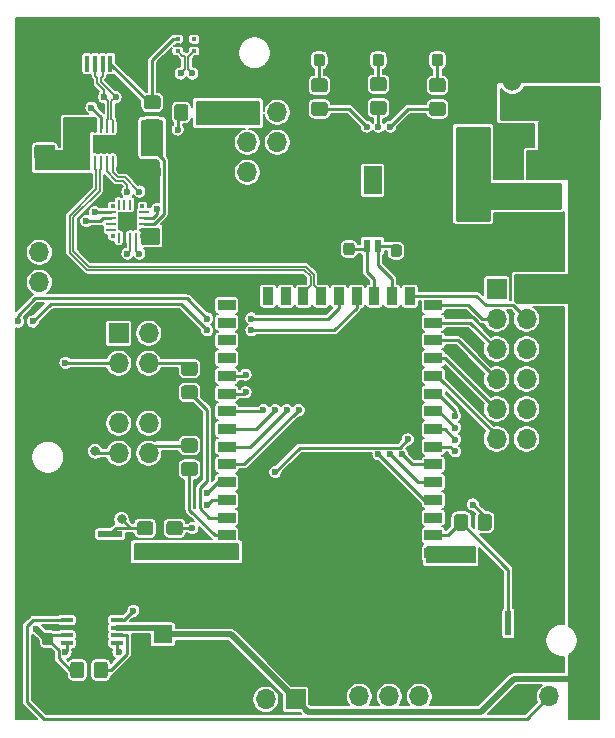
<source format=gtl>
G04 #@! TF.GenerationSoftware,KiCad,Pcbnew,(5.1.10)-1*
G04 #@! TF.CreationDate,2022-03-14T11:30:17-04:00*
G04 #@! TF.ProjectId,overhead,6f766572-6865-4616-942e-6b696361645f,rev?*
G04 #@! TF.SameCoordinates,Original*
G04 #@! TF.FileFunction,Copper,L1,Top*
G04 #@! TF.FilePolarity,Positive*
%FSLAX46Y46*%
G04 Gerber Fmt 4.6, Leading zero omitted, Abs format (unit mm)*
G04 Created by KiCad (PCBNEW (5.1.10)-1) date 2022-03-14 11:30:17*
%MOMM*%
%LPD*%
G01*
G04 APERTURE LIST*
G04 #@! TA.AperFunction,ComponentPad*
%ADD10O,0.900000X1.800000*%
G04 #@! TD*
G04 #@! TA.AperFunction,SMDPad,CuDef*
%ADD11R,1.900000X1.900000*%
G04 #@! TD*
G04 #@! TA.AperFunction,SMDPad,CuDef*
%ADD12R,1.600000X1.400000*%
G04 #@! TD*
G04 #@! TA.AperFunction,SMDPad,CuDef*
%ADD13R,0.400000X1.350000*%
G04 #@! TD*
G04 #@! TA.AperFunction,SMDPad,CuDef*
%ADD14R,0.450000X0.300000*%
G04 #@! TD*
G04 #@! TA.AperFunction,SMDPad,CuDef*
%ADD15R,1.500000X2.400000*%
G04 #@! TD*
G04 #@! TA.AperFunction,SMDPad,CuDef*
%ADD16R,0.600000X1.100000*%
G04 #@! TD*
G04 #@! TA.AperFunction,SMDPad,CuDef*
%ADD17R,1.100000X0.400000*%
G04 #@! TD*
G04 #@! TA.AperFunction,SMDPad,CuDef*
%ADD18R,2.150000X3.250000*%
G04 #@! TD*
G04 #@! TA.AperFunction,SMDPad,CuDef*
%ADD19R,2.150000X1.000000*%
G04 #@! TD*
G04 #@! TA.AperFunction,ComponentPad*
%ADD20C,1.600000*%
G04 #@! TD*
G04 #@! TA.AperFunction,ComponentPad*
%ADD21R,1.600000X1.600000*%
G04 #@! TD*
G04 #@! TA.AperFunction,SMDPad,CuDef*
%ADD22R,2.389200X1.601800*%
G04 #@! TD*
G04 #@! TA.AperFunction,SMDPad,CuDef*
%ADD23R,0.254000X0.863600*%
G04 #@! TD*
G04 #@! TA.AperFunction,SMDPad,CuDef*
%ADD24R,2.108200X0.558800*%
G04 #@! TD*
G04 #@! TA.AperFunction,SMDPad,CuDef*
%ADD25R,0.558800X2.108200*%
G04 #@! TD*
G04 #@! TA.AperFunction,ComponentPad*
%ADD26C,0.400000*%
G04 #@! TD*
G04 #@! TA.AperFunction,SMDPad,CuDef*
%ADD27R,1.000000X1.000000*%
G04 #@! TD*
G04 #@! TA.AperFunction,SMDPad,CuDef*
%ADD28R,0.900000X1.500000*%
G04 #@! TD*
G04 #@! TA.AperFunction,SMDPad,CuDef*
%ADD29R,1.500000X0.900000*%
G04 #@! TD*
G04 #@! TA.AperFunction,SMDPad,CuDef*
%ADD30R,1.501800X1.501800*%
G04 #@! TD*
G04 #@! TA.AperFunction,SMDPad,CuDef*
%ADD31R,0.812800X0.254000*%
G04 #@! TD*
G04 #@! TA.AperFunction,SMDPad,CuDef*
%ADD32R,0.355600X0.355600*%
G04 #@! TD*
G04 #@! TA.AperFunction,SMDPad,CuDef*
%ADD33R,0.254000X0.812800*%
G04 #@! TD*
G04 #@! TA.AperFunction,ComponentPad*
%ADD34O,1.700000X1.700000*%
G04 #@! TD*
G04 #@! TA.AperFunction,ComponentPad*
%ADD35R,1.700000X1.700000*%
G04 #@! TD*
G04 #@! TA.AperFunction,ComponentPad*
%ADD36O,1.524000X3.048000*%
G04 #@! TD*
G04 #@! TA.AperFunction,ComponentPad*
%ADD37O,3.048000X1.524000*%
G04 #@! TD*
G04 #@! TA.AperFunction,ViaPad*
%ADD38C,0.800000*%
G04 #@! TD*
G04 #@! TA.AperFunction,ViaPad*
%ADD39C,0.600000*%
G04 #@! TD*
G04 #@! TA.AperFunction,Conductor*
%ADD40C,0.250000*%
G04 #@! TD*
G04 #@! TA.AperFunction,Conductor*
%ADD41C,0.500000*%
G04 #@! TD*
G04 #@! TA.AperFunction,Conductor*
%ADD42C,0.150000*%
G04 #@! TD*
G04 #@! TA.AperFunction,Conductor*
%ADD43C,0.254000*%
G04 #@! TD*
G04 #@! TA.AperFunction,Conductor*
%ADD44C,0.100000*%
G04 #@! TD*
G04 #@! TA.AperFunction,Conductor*
%ADD45C,0.200000*%
G04 #@! TD*
G04 APERTURE END LIST*
D10*
X58700000Y-51500000D03*
X65300000Y-51500000D03*
D11*
X60800000Y-51500000D03*
X63200000Y-51500000D03*
D12*
X58800000Y-53950000D03*
X65200000Y-53950000D03*
D13*
X60700000Y-54175000D03*
X61350000Y-54175000D03*
X62000000Y-54175000D03*
X62650000Y-54175000D03*
X63300000Y-54175000D03*
D14*
X70400000Y-53100000D03*
X69000000Y-52600000D03*
X70400000Y-52100000D03*
X69000000Y-53100000D03*
X69000000Y-52100000D03*
D15*
X85500000Y-64050000D03*
D16*
X85950000Y-69600000D03*
X85050000Y-69600000D03*
D17*
X63900000Y-101275000D03*
X63900000Y-101925000D03*
X63900000Y-102575000D03*
X63900000Y-103225000D03*
X59600000Y-103225000D03*
X59600000Y-102575000D03*
X59600000Y-101925000D03*
X59600000Y-101275000D03*
D18*
X94100000Y-65500000D03*
D19*
X99900000Y-63200000D03*
X99900000Y-65500000D03*
X99900000Y-67800000D03*
G04 #@! TA.AperFunction,SMDPad,CuDef*
G36*
G01*
X61100000Y-105049999D02*
X61100000Y-105950001D01*
G75*
G02*
X60850001Y-106200000I-249999J0D01*
G01*
X60149999Y-106200000D01*
G75*
G02*
X59900000Y-105950001I0J249999D01*
G01*
X59900000Y-105049999D01*
G75*
G02*
X60149999Y-104800000I249999J0D01*
G01*
X60850001Y-104800000D01*
G75*
G02*
X61100000Y-105049999I0J-249999D01*
G01*
G37*
G04 #@! TD.AperFunction*
G04 #@! TA.AperFunction,SMDPad,CuDef*
G36*
G01*
X63100000Y-105049999D02*
X63100000Y-105950001D01*
G75*
G02*
X62850001Y-106200000I-249999J0D01*
G01*
X62149999Y-106200000D01*
G75*
G02*
X61900000Y-105950001I0J249999D01*
G01*
X61900000Y-105049999D01*
G75*
G02*
X62149999Y-104800000I249999J0D01*
G01*
X62850001Y-104800000D01*
G75*
G02*
X63100000Y-105049999I0J-249999D01*
G01*
G37*
G04 #@! TD.AperFunction*
D20*
X67750000Y-104500000D03*
D21*
X67750000Y-102500000D03*
G04 #@! TA.AperFunction,SMDPad,CuDef*
G36*
G01*
X57099999Y-64150000D02*
X58400001Y-64150000D01*
G75*
G02*
X58650000Y-64399999I0J-249999D01*
G01*
X58650000Y-65225001D01*
G75*
G02*
X58400001Y-65475000I-249999J0D01*
G01*
X57099999Y-65475000D01*
G75*
G02*
X56850000Y-65225001I0J249999D01*
G01*
X56850000Y-64399999D01*
G75*
G02*
X57099999Y-64150000I249999J0D01*
G01*
G37*
G04 #@! TD.AperFunction*
G04 #@! TA.AperFunction,SMDPad,CuDef*
G36*
G01*
X57099999Y-61025000D02*
X58400001Y-61025000D01*
G75*
G02*
X58650000Y-61274999I0J-249999D01*
G01*
X58650000Y-62100001D01*
G75*
G02*
X58400001Y-62350000I-249999J0D01*
G01*
X57099999Y-62350000D01*
G75*
G02*
X56850000Y-62100001I0J249999D01*
G01*
X56850000Y-61274999D01*
G75*
G02*
X57099999Y-61025000I249999J0D01*
G01*
G37*
G04 #@! TD.AperFunction*
G04 #@! TA.AperFunction,SMDPad,CuDef*
G36*
G01*
X99950000Y-60975000D02*
X99950000Y-60025000D01*
G75*
G02*
X100200000Y-59775000I250000J0D01*
G01*
X100875000Y-59775000D01*
G75*
G02*
X101125000Y-60025000I0J-250000D01*
G01*
X101125000Y-60975000D01*
G75*
G02*
X100875000Y-61225000I-250000J0D01*
G01*
X100200000Y-61225000D01*
G75*
G02*
X99950000Y-60975000I0J250000D01*
G01*
G37*
G04 #@! TD.AperFunction*
G04 #@! TA.AperFunction,SMDPad,CuDef*
G36*
G01*
X97875000Y-60975000D02*
X97875000Y-60025000D01*
G75*
G02*
X98125000Y-59775000I250000J0D01*
G01*
X98800000Y-59775000D01*
G75*
G02*
X99050000Y-60025000I0J-250000D01*
G01*
X99050000Y-60975000D01*
G75*
G02*
X98800000Y-61225000I-250000J0D01*
G01*
X98125000Y-61225000D01*
G75*
G02*
X97875000Y-60975000I0J250000D01*
G01*
G37*
G04 #@! TD.AperFunction*
G04 #@! TA.AperFunction,SMDPad,CuDef*
G36*
G01*
X95950000Y-60975000D02*
X95950000Y-60025000D01*
G75*
G02*
X96200000Y-59775000I250000J0D01*
G01*
X96875000Y-59775000D01*
G75*
G02*
X97125000Y-60025000I0J-250000D01*
G01*
X97125000Y-60975000D01*
G75*
G02*
X96875000Y-61225000I-250000J0D01*
G01*
X96200000Y-61225000D01*
G75*
G02*
X95950000Y-60975000I0J250000D01*
G01*
G37*
G04 #@! TD.AperFunction*
G04 #@! TA.AperFunction,SMDPad,CuDef*
G36*
G01*
X93875000Y-60975000D02*
X93875000Y-60025000D01*
G75*
G02*
X94125000Y-59775000I250000J0D01*
G01*
X94800000Y-59775000D01*
G75*
G02*
X95050000Y-60025000I0J-250000D01*
G01*
X95050000Y-60975000D01*
G75*
G02*
X94800000Y-61225000I-250000J0D01*
G01*
X94125000Y-61225000D01*
G75*
G02*
X93875000Y-60975000I0J250000D01*
G01*
G37*
G04 #@! TD.AperFunction*
G04 #@! TA.AperFunction,SMDPad,CuDef*
G36*
G01*
X57762500Y-104075000D02*
X58237500Y-104075000D01*
G75*
G02*
X58475000Y-104312500I0J-237500D01*
G01*
X58475000Y-104912500D01*
G75*
G02*
X58237500Y-105150000I-237500J0D01*
G01*
X57762500Y-105150000D01*
G75*
G02*
X57525000Y-104912500I0J237500D01*
G01*
X57525000Y-104312500D01*
G75*
G02*
X57762500Y-104075000I237500J0D01*
G01*
G37*
G04 #@! TD.AperFunction*
G04 #@! TA.AperFunction,SMDPad,CuDef*
G36*
G01*
X57762500Y-102350000D02*
X58237500Y-102350000D01*
G75*
G02*
X58475000Y-102587500I0J-237500D01*
G01*
X58475000Y-103187500D01*
G75*
G02*
X58237500Y-103425000I-237500J0D01*
G01*
X57762500Y-103425000D01*
G75*
G02*
X57525000Y-103187500I0J237500D01*
G01*
X57525000Y-102587500D01*
G75*
G02*
X57762500Y-102350000I237500J0D01*
G01*
G37*
G04 #@! TD.AperFunction*
D22*
X63000000Y-61000000D03*
D23*
X61999999Y-59577600D03*
X62500001Y-59577600D03*
X63000000Y-59577600D03*
X63499999Y-59577600D03*
X64000001Y-59577600D03*
X64000001Y-62422400D03*
X63499999Y-62422400D03*
X63000000Y-62422400D03*
X62500001Y-62422400D03*
X61999999Y-62422400D03*
D24*
X56699300Y-94000000D03*
X63300700Y-94000000D03*
D25*
X97000000Y-94949300D03*
X97000000Y-101550700D03*
D26*
X82340000Y-87550000D03*
X83840000Y-87550000D03*
X82340000Y-89050000D03*
X83840000Y-89050000D03*
X82340000Y-90550000D03*
X83840000Y-90550000D03*
X81590000Y-88300000D03*
X83090000Y-88300000D03*
X84590000Y-88300000D03*
X81590000Y-89800000D03*
X84590000Y-89800000D03*
X83090000Y-89800000D03*
D27*
X81590000Y-90550000D03*
X83090000Y-90550000D03*
X84590000Y-90550000D03*
X81590000Y-87550000D03*
X83090000Y-87550000D03*
X84590000Y-87550000D03*
X81590000Y-89050000D03*
X84590000Y-89050000D03*
D28*
X75150000Y-73850000D03*
X76650000Y-73850000D03*
X78150000Y-73850000D03*
X79650000Y-73850000D03*
X81150000Y-73850000D03*
X82650000Y-73850000D03*
X84150000Y-73850000D03*
X85650000Y-73850000D03*
X87150000Y-73850000D03*
X88650000Y-73850000D03*
D29*
X73150000Y-74600000D03*
X73150000Y-76100000D03*
X73150000Y-77600000D03*
X73150000Y-79100000D03*
X73150000Y-80600000D03*
X73150000Y-82100000D03*
X73150000Y-83600000D03*
X73150000Y-85100000D03*
X73150000Y-86600000D03*
X73150000Y-88100000D03*
X73150000Y-89600000D03*
X73150000Y-91100000D03*
X73150000Y-92600000D03*
X73150000Y-94100000D03*
X73150000Y-95600000D03*
X73150000Y-97100000D03*
X90650000Y-74600000D03*
X90650000Y-76100000D03*
X90650000Y-77600000D03*
X90650000Y-79100000D03*
X90650000Y-80600000D03*
X90650000Y-82100000D03*
X90650000Y-83600000D03*
X90650000Y-85100000D03*
X90650000Y-86600000D03*
X90650000Y-88100000D03*
X90650000Y-89600000D03*
X90650000Y-91100000D03*
X90650000Y-92600000D03*
X90650000Y-94100000D03*
X90650000Y-95600000D03*
X90650000Y-97100000D03*
D27*
X83090000Y-89050000D03*
D30*
X64750000Y-67500000D03*
D31*
X63353000Y-68250001D03*
X63353000Y-67750000D03*
X63353000Y-67250000D03*
X63353000Y-66749999D03*
D32*
X63499050Y-66249050D03*
D33*
X63999999Y-66103000D03*
X64500000Y-66103000D03*
X65000000Y-66103000D03*
X65500001Y-66103000D03*
D32*
X66000950Y-66249050D03*
D31*
X66147000Y-66749999D03*
X66147000Y-67250000D03*
X66147000Y-67750000D03*
X66147000Y-68250001D03*
D32*
X66000950Y-68750950D03*
D33*
X65500001Y-68897000D03*
X65000000Y-68897000D03*
X64500000Y-68897000D03*
X63999999Y-68897000D03*
D32*
X63499050Y-68750950D03*
G04 #@! TA.AperFunction,SMDPad,CuDef*
G36*
G01*
X70450001Y-87100000D02*
X69549999Y-87100000D01*
G75*
G02*
X69300000Y-86850001I0J249999D01*
G01*
X69300000Y-86149999D01*
G75*
G02*
X69549999Y-85900000I249999J0D01*
G01*
X70450001Y-85900000D01*
G75*
G02*
X70700000Y-86149999I0J-249999D01*
G01*
X70700000Y-86850001D01*
G75*
G02*
X70450001Y-87100000I-249999J0D01*
G01*
G37*
G04 #@! TD.AperFunction*
G04 #@! TA.AperFunction,SMDPad,CuDef*
G36*
G01*
X70450001Y-89100000D02*
X69549999Y-89100000D01*
G75*
G02*
X69300000Y-88850001I0J249999D01*
G01*
X69300000Y-88149999D01*
G75*
G02*
X69549999Y-87900000I249999J0D01*
G01*
X70450001Y-87900000D01*
G75*
G02*
X70700000Y-88149999I0J-249999D01*
G01*
X70700000Y-88850001D01*
G75*
G02*
X70450001Y-89100000I-249999J0D01*
G01*
G37*
G04 #@! TD.AperFunction*
G04 #@! TA.AperFunction,SMDPad,CuDef*
G36*
G01*
X70450001Y-80600000D02*
X69549999Y-80600000D01*
G75*
G02*
X69300000Y-80350001I0J249999D01*
G01*
X69300000Y-79649999D01*
G75*
G02*
X69549999Y-79400000I249999J0D01*
G01*
X70450001Y-79400000D01*
G75*
G02*
X70700000Y-79649999I0J-249999D01*
G01*
X70700000Y-80350001D01*
G75*
G02*
X70450001Y-80600000I-249999J0D01*
G01*
G37*
G04 #@! TD.AperFunction*
G04 #@! TA.AperFunction,SMDPad,CuDef*
G36*
G01*
X70450001Y-82600000D02*
X69549999Y-82600000D01*
G75*
G02*
X69300000Y-82350001I0J249999D01*
G01*
X69300000Y-81649999D01*
G75*
G02*
X69549999Y-81400000I249999J0D01*
G01*
X70450001Y-81400000D01*
G75*
G02*
X70700000Y-81649999I0J-249999D01*
G01*
X70700000Y-82350001D01*
G75*
G02*
X70450001Y-82600000I-249999J0D01*
G01*
G37*
G04 #@! TD.AperFunction*
G04 #@! TA.AperFunction,SMDPad,CuDef*
G36*
G01*
X94400000Y-93450001D02*
X94400000Y-92549999D01*
G75*
G02*
X94649999Y-92300000I249999J0D01*
G01*
X95350001Y-92300000D01*
G75*
G02*
X95600000Y-92549999I0J-249999D01*
G01*
X95600000Y-93450001D01*
G75*
G02*
X95350001Y-93700000I-249999J0D01*
G01*
X94649999Y-93700000D01*
G75*
G02*
X94400000Y-93450001I0J249999D01*
G01*
G37*
G04 #@! TD.AperFunction*
G04 #@! TA.AperFunction,SMDPad,CuDef*
G36*
G01*
X92400000Y-93450001D02*
X92400000Y-92549999D01*
G75*
G02*
X92649999Y-92300000I249999J0D01*
G01*
X93350001Y-92300000D01*
G75*
G02*
X93600000Y-92549999I0J-249999D01*
G01*
X93600000Y-93450001D01*
G75*
G02*
X93350001Y-93700000I-249999J0D01*
G01*
X92649999Y-93700000D01*
G75*
G02*
X92400000Y-93450001I0J249999D01*
G01*
G37*
G04 #@! TD.AperFunction*
G04 #@! TA.AperFunction,SMDPad,CuDef*
G36*
G01*
X66399999Y-62750000D02*
X67300001Y-62750000D01*
G75*
G02*
X67550000Y-62999999I0J-249999D01*
G01*
X67550000Y-63700001D01*
G75*
G02*
X67300001Y-63950000I-249999J0D01*
G01*
X66399999Y-63950000D01*
G75*
G02*
X66150000Y-63700001I0J249999D01*
G01*
X66150000Y-62999999D01*
G75*
G02*
X66399999Y-62750000I249999J0D01*
G01*
G37*
G04 #@! TD.AperFunction*
G04 #@! TA.AperFunction,SMDPad,CuDef*
G36*
G01*
X66399999Y-60750000D02*
X67300001Y-60750000D01*
G75*
G02*
X67550000Y-60999999I0J-249999D01*
G01*
X67550000Y-61700001D01*
G75*
G02*
X67300001Y-61950000I-249999J0D01*
G01*
X66399999Y-61950000D01*
G75*
G02*
X66150000Y-61700001I0J249999D01*
G01*
X66150000Y-60999999D01*
G75*
G02*
X66399999Y-60750000I249999J0D01*
G01*
G37*
G04 #@! TD.AperFunction*
G04 #@! TA.AperFunction,SMDPad,CuDef*
G36*
G01*
X66399999Y-58850000D02*
X67300001Y-58850000D01*
G75*
G02*
X67550000Y-59099999I0J-249999D01*
G01*
X67550000Y-59800001D01*
G75*
G02*
X67300001Y-60050000I-249999J0D01*
G01*
X66399999Y-60050000D01*
G75*
G02*
X66150000Y-59800001I0J249999D01*
G01*
X66150000Y-59099999D01*
G75*
G02*
X66399999Y-58850000I249999J0D01*
G01*
G37*
G04 #@! TD.AperFunction*
G04 #@! TA.AperFunction,SMDPad,CuDef*
G36*
G01*
X66399999Y-56850000D02*
X67300001Y-56850000D01*
G75*
G02*
X67550000Y-57099999I0J-249999D01*
G01*
X67550000Y-57800001D01*
G75*
G02*
X67300001Y-58050000I-249999J0D01*
G01*
X66399999Y-58050000D01*
G75*
G02*
X66150000Y-57800001I0J249999D01*
G01*
X66150000Y-57099999D01*
G75*
G02*
X66399999Y-56850000I249999J0D01*
G01*
G37*
G04 #@! TD.AperFunction*
G04 #@! TA.AperFunction,SMDPad,CuDef*
G36*
G01*
X69900000Y-57849999D02*
X69900000Y-58750001D01*
G75*
G02*
X69650001Y-59000000I-249999J0D01*
G01*
X68949999Y-59000000D01*
G75*
G02*
X68700000Y-58750001I0J249999D01*
G01*
X68700000Y-57849999D01*
G75*
G02*
X68949999Y-57600000I249999J0D01*
G01*
X69650001Y-57600000D01*
G75*
G02*
X69900000Y-57849999I0J-249999D01*
G01*
G37*
G04 #@! TD.AperFunction*
G04 #@! TA.AperFunction,SMDPad,CuDef*
G36*
G01*
X71900000Y-57849999D02*
X71900000Y-58750001D01*
G75*
G02*
X71650001Y-59000000I-249999J0D01*
G01*
X70949999Y-59000000D01*
G75*
G02*
X70700000Y-58750001I0J249999D01*
G01*
X70700000Y-57849999D01*
G75*
G02*
X70949999Y-57600000I249999J0D01*
G01*
X71650001Y-57600000D01*
G75*
G02*
X71900000Y-57849999I0J-249999D01*
G01*
G37*
G04 #@! TD.AperFunction*
G04 #@! TA.AperFunction,SMDPad,CuDef*
G36*
G01*
X81450001Y-56600000D02*
X80549999Y-56600000D01*
G75*
G02*
X80300000Y-56350001I0J249999D01*
G01*
X80300000Y-55649999D01*
G75*
G02*
X80549999Y-55400000I249999J0D01*
G01*
X81450001Y-55400000D01*
G75*
G02*
X81700000Y-55649999I0J-249999D01*
G01*
X81700000Y-56350001D01*
G75*
G02*
X81450001Y-56600000I-249999J0D01*
G01*
G37*
G04 #@! TD.AperFunction*
G04 #@! TA.AperFunction,SMDPad,CuDef*
G36*
G01*
X81450001Y-58600000D02*
X80549999Y-58600000D01*
G75*
G02*
X80300000Y-58350001I0J249999D01*
G01*
X80300000Y-57649999D01*
G75*
G02*
X80549999Y-57400000I249999J0D01*
G01*
X81450001Y-57400000D01*
G75*
G02*
X81700000Y-57649999I0J-249999D01*
G01*
X81700000Y-58350001D01*
G75*
G02*
X81450001Y-58600000I-249999J0D01*
G01*
G37*
G04 #@! TD.AperFunction*
G04 #@! TA.AperFunction,SMDPad,CuDef*
G36*
G01*
X86450001Y-56512500D02*
X85549999Y-56512500D01*
G75*
G02*
X85300000Y-56262501I0J249999D01*
G01*
X85300000Y-55562499D01*
G75*
G02*
X85549999Y-55312500I249999J0D01*
G01*
X86450001Y-55312500D01*
G75*
G02*
X86700000Y-55562499I0J-249999D01*
G01*
X86700000Y-56262501D01*
G75*
G02*
X86450001Y-56512500I-249999J0D01*
G01*
G37*
G04 #@! TD.AperFunction*
G04 #@! TA.AperFunction,SMDPad,CuDef*
G36*
G01*
X86450001Y-58512500D02*
X85549999Y-58512500D01*
G75*
G02*
X85300000Y-58262501I0J249999D01*
G01*
X85300000Y-57562499D01*
G75*
G02*
X85549999Y-57312500I249999J0D01*
G01*
X86450001Y-57312500D01*
G75*
G02*
X86700000Y-57562499I0J-249999D01*
G01*
X86700000Y-58262501D01*
G75*
G02*
X86450001Y-58512500I-249999J0D01*
G01*
G37*
G04 #@! TD.AperFunction*
G04 #@! TA.AperFunction,SMDPad,CuDef*
G36*
G01*
X91450001Y-56600000D02*
X90549999Y-56600000D01*
G75*
G02*
X90300000Y-56350001I0J249999D01*
G01*
X90300000Y-55649999D01*
G75*
G02*
X90549999Y-55400000I249999J0D01*
G01*
X91450001Y-55400000D01*
G75*
G02*
X91700000Y-55649999I0J-249999D01*
G01*
X91700000Y-56350001D01*
G75*
G02*
X91450001Y-56600000I-249999J0D01*
G01*
G37*
G04 #@! TD.AperFunction*
G04 #@! TA.AperFunction,SMDPad,CuDef*
G36*
G01*
X91450001Y-58600000D02*
X90549999Y-58600000D01*
G75*
G02*
X90300000Y-58350001I0J249999D01*
G01*
X90300000Y-57649999D01*
G75*
G02*
X90549999Y-57400000I249999J0D01*
G01*
X91450001Y-57400000D01*
G75*
G02*
X91700000Y-57649999I0J-249999D01*
G01*
X91700000Y-58350001D01*
G75*
G02*
X91450001Y-58600000I-249999J0D01*
G01*
G37*
G04 #@! TD.AperFunction*
G04 #@! TA.AperFunction,SMDPad,CuDef*
G36*
G01*
X68299999Y-94900000D02*
X69200001Y-94900000D01*
G75*
G02*
X69450000Y-95149999I0J-249999D01*
G01*
X69450000Y-95850001D01*
G75*
G02*
X69200001Y-96100000I-249999J0D01*
G01*
X68299999Y-96100000D01*
G75*
G02*
X68050000Y-95850001I0J249999D01*
G01*
X68050000Y-95149999D01*
G75*
G02*
X68299999Y-94900000I249999J0D01*
G01*
G37*
G04 #@! TD.AperFunction*
G04 #@! TA.AperFunction,SMDPad,CuDef*
G36*
G01*
X68299999Y-92900000D02*
X69200001Y-92900000D01*
G75*
G02*
X69450000Y-93149999I0J-249999D01*
G01*
X69450000Y-93850001D01*
G75*
G02*
X69200001Y-94100000I-249999J0D01*
G01*
X68299999Y-94100000D01*
G75*
G02*
X68050000Y-93850001I0J249999D01*
G01*
X68050000Y-93149999D01*
G75*
G02*
X68299999Y-92900000I249999J0D01*
G01*
G37*
G04 #@! TD.AperFunction*
G04 #@! TA.AperFunction,SMDPad,CuDef*
G36*
G01*
X65799999Y-94900000D02*
X66700001Y-94900000D01*
G75*
G02*
X66950000Y-95149999I0J-249999D01*
G01*
X66950000Y-95850001D01*
G75*
G02*
X66700001Y-96100000I-249999J0D01*
G01*
X65799999Y-96100000D01*
G75*
G02*
X65550000Y-95850001I0J249999D01*
G01*
X65550000Y-95149999D01*
G75*
G02*
X65799999Y-94900000I249999J0D01*
G01*
G37*
G04 #@! TD.AperFunction*
G04 #@! TA.AperFunction,SMDPad,CuDef*
G36*
G01*
X65799999Y-92900000D02*
X66700001Y-92900000D01*
G75*
G02*
X66950000Y-93149999I0J-249999D01*
G01*
X66950000Y-93850001D01*
G75*
G02*
X66700001Y-94100000I-249999J0D01*
G01*
X65799999Y-94100000D01*
G75*
G02*
X65550000Y-93850001I0J249999D01*
G01*
X65550000Y-93149999D01*
G75*
G02*
X65799999Y-92900000I249999J0D01*
G01*
G37*
G04 #@! TD.AperFunction*
D34*
X77440000Y-63380000D03*
X74900000Y-63380000D03*
X77440000Y-60840000D03*
X74900000Y-60840000D03*
X77440000Y-58300000D03*
D35*
X74900000Y-58300000D03*
G04 #@! TA.AperFunction,SMDPad,CuDef*
G36*
G01*
X80762500Y-53350000D02*
X81237500Y-53350000D01*
G75*
G02*
X81475000Y-53587500I0J-237500D01*
G01*
X81475000Y-54162500D01*
G75*
G02*
X81237500Y-54400000I-237500J0D01*
G01*
X80762500Y-54400000D01*
G75*
G02*
X80525000Y-54162500I0J237500D01*
G01*
X80525000Y-53587500D01*
G75*
G02*
X80762500Y-53350000I237500J0D01*
G01*
G37*
G04 #@! TD.AperFunction*
G04 #@! TA.AperFunction,SMDPad,CuDef*
G36*
G01*
X80762500Y-51600000D02*
X81237500Y-51600000D01*
G75*
G02*
X81475000Y-51837500I0J-237500D01*
G01*
X81475000Y-52412500D01*
G75*
G02*
X81237500Y-52650000I-237500J0D01*
G01*
X80762500Y-52650000D01*
G75*
G02*
X80525000Y-52412500I0J237500D01*
G01*
X80525000Y-51837500D01*
G75*
G02*
X80762500Y-51600000I237500J0D01*
G01*
G37*
G04 #@! TD.AperFunction*
G04 #@! TA.AperFunction,SMDPad,CuDef*
G36*
G01*
X85762500Y-53350000D02*
X86237500Y-53350000D01*
G75*
G02*
X86475000Y-53587500I0J-237500D01*
G01*
X86475000Y-54162500D01*
G75*
G02*
X86237500Y-54400000I-237500J0D01*
G01*
X85762500Y-54400000D01*
G75*
G02*
X85525000Y-54162500I0J237500D01*
G01*
X85525000Y-53587500D01*
G75*
G02*
X85762500Y-53350000I237500J0D01*
G01*
G37*
G04 #@! TD.AperFunction*
G04 #@! TA.AperFunction,SMDPad,CuDef*
G36*
G01*
X85762500Y-51600000D02*
X86237500Y-51600000D01*
G75*
G02*
X86475000Y-51837500I0J-237500D01*
G01*
X86475000Y-52412500D01*
G75*
G02*
X86237500Y-52650000I-237500J0D01*
G01*
X85762500Y-52650000D01*
G75*
G02*
X85525000Y-52412500I0J237500D01*
G01*
X85525000Y-51837500D01*
G75*
G02*
X85762500Y-51600000I237500J0D01*
G01*
G37*
G04 #@! TD.AperFunction*
G04 #@! TA.AperFunction,SMDPad,CuDef*
G36*
G01*
X90762500Y-53350000D02*
X91237500Y-53350000D01*
G75*
G02*
X91475000Y-53587500I0J-237500D01*
G01*
X91475000Y-54162500D01*
G75*
G02*
X91237500Y-54400000I-237500J0D01*
G01*
X90762500Y-54400000D01*
G75*
G02*
X90525000Y-54162500I0J237500D01*
G01*
X90525000Y-53587500D01*
G75*
G02*
X90762500Y-53350000I237500J0D01*
G01*
G37*
G04 #@! TD.AperFunction*
G04 #@! TA.AperFunction,SMDPad,CuDef*
G36*
G01*
X90762500Y-51600000D02*
X91237500Y-51600000D01*
G75*
G02*
X91475000Y-51837500I0J-237500D01*
G01*
X91475000Y-52412500D01*
G75*
G02*
X91237500Y-52650000I-237500J0D01*
G01*
X90762500Y-52650000D01*
G75*
G02*
X90525000Y-52412500I0J237500D01*
G01*
X90525000Y-51837500D01*
G75*
G02*
X90762500Y-51600000I237500J0D01*
G01*
G37*
G04 #@! TD.AperFunction*
G04 #@! TA.AperFunction,SMDPad,CuDef*
G36*
G01*
X59762500Y-63575000D02*
X60237500Y-63575000D01*
G75*
G02*
X60475000Y-63812500I0J-237500D01*
G01*
X60475000Y-64412500D01*
G75*
G02*
X60237500Y-64650000I-237500J0D01*
G01*
X59762500Y-64650000D01*
G75*
G02*
X59525000Y-64412500I0J237500D01*
G01*
X59525000Y-63812500D01*
G75*
G02*
X59762500Y-63575000I237500J0D01*
G01*
G37*
G04 #@! TD.AperFunction*
G04 #@! TA.AperFunction,SMDPad,CuDef*
G36*
G01*
X59762500Y-61850000D02*
X60237500Y-61850000D01*
G75*
G02*
X60475000Y-62087500I0J-237500D01*
G01*
X60475000Y-62687500D01*
G75*
G02*
X60237500Y-62925000I-237500J0D01*
G01*
X59762500Y-62925000D01*
G75*
G02*
X59525000Y-62687500I0J237500D01*
G01*
X59525000Y-62087500D01*
G75*
G02*
X59762500Y-61850000I237500J0D01*
G01*
G37*
G04 #@! TD.AperFunction*
G04 #@! TA.AperFunction,SMDPad,CuDef*
G36*
G01*
X58925000Y-59262500D02*
X58925000Y-59737500D01*
G75*
G02*
X58687500Y-59975000I-237500J0D01*
G01*
X58087500Y-59975000D01*
G75*
G02*
X57850000Y-59737500I0J237500D01*
G01*
X57850000Y-59262500D01*
G75*
G02*
X58087500Y-59025000I237500J0D01*
G01*
X58687500Y-59025000D01*
G75*
G02*
X58925000Y-59262500I0J-237500D01*
G01*
G37*
G04 #@! TD.AperFunction*
G04 #@! TA.AperFunction,SMDPad,CuDef*
G36*
G01*
X60650000Y-59262500D02*
X60650000Y-59737500D01*
G75*
G02*
X60412500Y-59975000I-237500J0D01*
G01*
X59812500Y-59975000D01*
G75*
G02*
X59575000Y-59737500I0J237500D01*
G01*
X59575000Y-59262500D01*
G75*
G02*
X59812500Y-59025000I237500J0D01*
G01*
X60412500Y-59025000D01*
G75*
G02*
X60650000Y-59262500I0J-237500D01*
G01*
G37*
G04 #@! TD.AperFunction*
G04 #@! TA.AperFunction,SMDPad,CuDef*
G36*
G01*
X93737500Y-96175000D02*
X93262500Y-96175000D01*
G75*
G02*
X93025000Y-95937500I0J237500D01*
G01*
X93025000Y-95337500D01*
G75*
G02*
X93262500Y-95100000I237500J0D01*
G01*
X93737500Y-95100000D01*
G75*
G02*
X93975000Y-95337500I0J-237500D01*
G01*
X93975000Y-95937500D01*
G75*
G02*
X93737500Y-96175000I-237500J0D01*
G01*
G37*
G04 #@! TD.AperFunction*
G04 #@! TA.AperFunction,SMDPad,CuDef*
G36*
G01*
X93737500Y-97900000D02*
X93262500Y-97900000D01*
G75*
G02*
X93025000Y-97662500I0J237500D01*
G01*
X93025000Y-97062500D01*
G75*
G02*
X93262500Y-96825000I237500J0D01*
G01*
X93737500Y-96825000D01*
G75*
G02*
X93975000Y-97062500I0J-237500D01*
G01*
X93975000Y-97662500D01*
G75*
G02*
X93737500Y-97900000I-237500J0D01*
G01*
G37*
G04 #@! TD.AperFunction*
G04 #@! TA.AperFunction,SMDPad,CuDef*
G36*
G01*
X70512500Y-96825000D02*
X70987500Y-96825000D01*
G75*
G02*
X71225000Y-97062500I0J-237500D01*
G01*
X71225000Y-97662500D01*
G75*
G02*
X70987500Y-97900000I-237500J0D01*
G01*
X70512500Y-97900000D01*
G75*
G02*
X70275000Y-97662500I0J237500D01*
G01*
X70275000Y-97062500D01*
G75*
G02*
X70512500Y-96825000I237500J0D01*
G01*
G37*
G04 #@! TD.AperFunction*
G04 #@! TA.AperFunction,SMDPad,CuDef*
G36*
G01*
X70512500Y-95100000D02*
X70987500Y-95100000D01*
G75*
G02*
X71225000Y-95337500I0J-237500D01*
G01*
X71225000Y-95937500D01*
G75*
G02*
X70987500Y-96175000I-237500J0D01*
G01*
X70512500Y-96175000D01*
G75*
G02*
X70275000Y-95937500I0J237500D01*
G01*
X70275000Y-95337500D01*
G75*
G02*
X70512500Y-95100000I237500J0D01*
G01*
G37*
G04 #@! TD.AperFunction*
G04 #@! TA.AperFunction,SMDPad,CuDef*
G36*
G01*
X83737500Y-68675000D02*
X83262500Y-68675000D01*
G75*
G02*
X83025000Y-68437500I0J237500D01*
G01*
X83025000Y-67837500D01*
G75*
G02*
X83262500Y-67600000I237500J0D01*
G01*
X83737500Y-67600000D01*
G75*
G02*
X83975000Y-67837500I0J-237500D01*
G01*
X83975000Y-68437500D01*
G75*
G02*
X83737500Y-68675000I-237500J0D01*
G01*
G37*
G04 #@! TD.AperFunction*
G04 #@! TA.AperFunction,SMDPad,CuDef*
G36*
G01*
X83737500Y-70400000D02*
X83262500Y-70400000D01*
G75*
G02*
X83025000Y-70162500I0J237500D01*
G01*
X83025000Y-69562500D01*
G75*
G02*
X83262500Y-69325000I237500J0D01*
G01*
X83737500Y-69325000D01*
G75*
G02*
X83975000Y-69562500I0J-237500D01*
G01*
X83975000Y-70162500D01*
G75*
G02*
X83737500Y-70400000I-237500J0D01*
G01*
G37*
G04 #@! TD.AperFunction*
G04 #@! TA.AperFunction,SMDPad,CuDef*
G36*
G01*
X87737500Y-68812500D02*
X87262500Y-68812500D01*
G75*
G02*
X87025000Y-68575000I0J237500D01*
G01*
X87025000Y-67975000D01*
G75*
G02*
X87262500Y-67737500I237500J0D01*
G01*
X87737500Y-67737500D01*
G75*
G02*
X87975000Y-67975000I0J-237500D01*
G01*
X87975000Y-68575000D01*
G75*
G02*
X87737500Y-68812500I-237500J0D01*
G01*
G37*
G04 #@! TD.AperFunction*
G04 #@! TA.AperFunction,SMDPad,CuDef*
G36*
G01*
X87737500Y-70537500D02*
X87262500Y-70537500D01*
G75*
G02*
X87025000Y-70300000I0J237500D01*
G01*
X87025000Y-69700000D01*
G75*
G02*
X87262500Y-69462500I237500J0D01*
G01*
X87737500Y-69462500D01*
G75*
G02*
X87975000Y-69700000I0J-237500D01*
G01*
X87975000Y-70300000D01*
G75*
G02*
X87737500Y-70537500I-237500J0D01*
G01*
G37*
G04 #@! TD.AperFunction*
D34*
X66540000Y-89700000D03*
X64000000Y-89700000D03*
X66540000Y-87160000D03*
X64000000Y-87160000D03*
X66540000Y-84620000D03*
X64000000Y-84620000D03*
X66540000Y-82080000D03*
X64000000Y-82080000D03*
X66540000Y-79540000D03*
X64000000Y-79540000D03*
X66540000Y-77000000D03*
D35*
X64000000Y-77000000D03*
D34*
X57300000Y-72680000D03*
X57300000Y-70140000D03*
D35*
X57300000Y-67600000D03*
D34*
X97920000Y-107750000D03*
X100460000Y-107750000D03*
D35*
X103000000Y-107750000D03*
D34*
X73920000Y-108000000D03*
X76460000Y-108000000D03*
D35*
X79000000Y-108000000D03*
D34*
X98540000Y-88490000D03*
X96000000Y-88490000D03*
X98540000Y-85950000D03*
X96000000Y-85950000D03*
X98540000Y-83410000D03*
X96000000Y-83410000D03*
X98540000Y-80870000D03*
X96000000Y-80870000D03*
X98540000Y-78330000D03*
X96000000Y-78330000D03*
X98540000Y-75790000D03*
X96000000Y-75790000D03*
X98540000Y-73250000D03*
D35*
X96000000Y-73250000D03*
D34*
X84380000Y-107750000D03*
X86920000Y-107750000D03*
X89460000Y-107750000D03*
D35*
X92000000Y-107750000D03*
D36*
X97300000Y-55000000D03*
D37*
X100000000Y-52500000D03*
X100000000Y-57500000D03*
D38*
X60250000Y-55750000D03*
X97000000Y-69750000D03*
X99750000Y-70000000D03*
D39*
X61000000Y-102000000D03*
X59000000Y-105500000D03*
X57000000Y-105500000D03*
D38*
X62000000Y-72750000D03*
X88250000Y-101750000D03*
X74250000Y-67750000D03*
D39*
X94000000Y-86000000D03*
X93750000Y-82250000D03*
X92500000Y-105500000D03*
X98500000Y-105500000D03*
X71500000Y-98750000D03*
X56750000Y-96750000D03*
X97000000Y-93000000D03*
X92500000Y-98750000D03*
X83000000Y-63000000D03*
X92250000Y-51750000D03*
X87250000Y-51750000D03*
X82250000Y-51750000D03*
X68250000Y-53750000D03*
X57000000Y-59500000D03*
X61250000Y-64000000D03*
X65250000Y-61000000D03*
X67000000Y-64750000D03*
X67000000Y-97000000D03*
D38*
X93000000Y-60000000D03*
X97000000Y-65250000D03*
D39*
X67000000Y-69000000D03*
X70250000Y-93500000D03*
X92000000Y-95500000D03*
X60750000Y-61000000D03*
X57000000Y-102000000D03*
X69250000Y-55000000D03*
X62750000Y-57000000D03*
X70250000Y-55000000D03*
X63750000Y-57000000D03*
X65250000Y-100500000D03*
X59500000Y-104000000D03*
X56750000Y-76000000D03*
X75250000Y-76750000D03*
X71500000Y-76750000D03*
X64000000Y-104000000D03*
X55500000Y-76000000D03*
X75250000Y-75750000D03*
X71500000Y-75750000D03*
X74750000Y-82000000D03*
X74750000Y-80500000D03*
X92500000Y-84000000D03*
X92500000Y-85000000D03*
X92500000Y-86000000D03*
X92500000Y-87000000D03*
X79250000Y-83500000D03*
X78250000Y-83500000D03*
X77250000Y-83500000D03*
X76250000Y-83500000D03*
X59500000Y-79500000D03*
D38*
X64250000Y-92750000D03*
D39*
X87000000Y-59500000D03*
X88000000Y-87250000D03*
X86000000Y-59500000D03*
X87000000Y-87250000D03*
X85000000Y-59500000D03*
X86000000Y-87250000D03*
X62000000Y-66750000D03*
X71500000Y-90500000D03*
X61250000Y-67500000D03*
X71500000Y-91500000D03*
X65750000Y-65000000D03*
X65750000Y-70250000D03*
X64750000Y-65000000D03*
X64750000Y-70250000D03*
D38*
X62000000Y-87000000D03*
D39*
X94000000Y-91500000D03*
X88484999Y-85984999D03*
X77250000Y-88750000D03*
X67250000Y-66500000D03*
X69000000Y-59750000D03*
X61700000Y-57900000D03*
D40*
X64000001Y-60259400D02*
X64000001Y-62422400D01*
X64000001Y-59577600D02*
X64000001Y-60259400D01*
X64000001Y-62500001D02*
X64700000Y-63200000D01*
X64000001Y-62422400D02*
X64000001Y-62500001D01*
X64850000Y-63350000D02*
X64700000Y-63200000D01*
X66850000Y-63350000D02*
X64850000Y-63350000D01*
X61922399Y-59500000D02*
X61999999Y-59577600D01*
X60112500Y-59500000D02*
X60112500Y-59500000D01*
X60112500Y-59500000D02*
X61922399Y-59500000D01*
X68750000Y-93500000D02*
X70250000Y-93500000D01*
X58312500Y-102575000D02*
X58000000Y-102887500D01*
X59600000Y-102575000D02*
X58312500Y-102575000D01*
X58924999Y-104524999D02*
X58924999Y-103812499D01*
X59900000Y-105500000D02*
X58924999Y-104524999D01*
X58924999Y-103812499D02*
X58056250Y-102943750D01*
X60500000Y-105500000D02*
X59900000Y-105500000D01*
X58056250Y-102943750D02*
X58000000Y-102887500D01*
D41*
X57887500Y-102887500D02*
X57000000Y-102000000D01*
X58000000Y-102887500D02*
X57887500Y-102887500D01*
X94695997Y-109050001D02*
X97495998Y-106250000D01*
X80050001Y-109050001D02*
X94695997Y-109050001D01*
X79000000Y-108000000D02*
X80050001Y-109050001D01*
X97495998Y-106250000D02*
X103750000Y-106250000D01*
X79000000Y-108000000D02*
X73500000Y-102500000D01*
X73500000Y-102500000D02*
X67750000Y-102500000D01*
X67175000Y-101925000D02*
X67750000Y-102500000D01*
X63900000Y-101925000D02*
X67175000Y-101925000D01*
D40*
X91000000Y-53875000D02*
X91000000Y-56000000D01*
X86000000Y-53875000D02*
X86000000Y-55912500D01*
X81000000Y-53875000D02*
X81000000Y-56000000D01*
D42*
X69250000Y-55000000D02*
X69600000Y-54650000D01*
X69600000Y-54650000D02*
X69600000Y-53500000D01*
X69400000Y-53500000D02*
X69000000Y-53100000D01*
X69600000Y-53500000D02*
X69400000Y-53500000D01*
X63100000Y-57350000D02*
X62750000Y-57000000D01*
X63100000Y-58829899D02*
X63100000Y-57350000D01*
X63000000Y-58929899D02*
X63100000Y-58829899D01*
X63000000Y-59577600D02*
X63000000Y-58929899D01*
X62000000Y-55187501D02*
X62000000Y-54175000D01*
X62175000Y-55849265D02*
X62175000Y-55362501D01*
X62175000Y-55362501D02*
X62000000Y-55187501D01*
X62750000Y-56424265D02*
X62175000Y-55849265D01*
X62750000Y-57000000D02*
X62750000Y-56424265D01*
X70250000Y-55000000D02*
X69900000Y-54650000D01*
X69900000Y-54650000D02*
X69900000Y-53500000D01*
X69900000Y-53500000D02*
X70000000Y-53500000D01*
X70000000Y-53500000D02*
X70400000Y-53100000D01*
X63400000Y-57350000D02*
X63750000Y-57000000D01*
X63399999Y-58829899D02*
X63400000Y-57350000D01*
X63499999Y-58929899D02*
X63399999Y-58829899D01*
X63499999Y-59577600D02*
X63499999Y-58929899D01*
X62475000Y-55725000D02*
X62475000Y-55362501D01*
X63750000Y-57000000D02*
X62475000Y-55725000D01*
X62650000Y-55187501D02*
X62650000Y-54175000D01*
X62475000Y-55362501D02*
X62650000Y-55187501D01*
D40*
X64475000Y-101275000D02*
X65250000Y-100500000D01*
X63900000Y-101275000D02*
X64475000Y-101275000D01*
X59600000Y-101275000D02*
X56775000Y-101275000D01*
X56775000Y-101275000D02*
X56250000Y-101800000D01*
X56250000Y-101800000D02*
X56250000Y-108250000D01*
X56250000Y-108250000D02*
X57649990Y-109649990D01*
X57649990Y-109649990D02*
X98560010Y-109649990D01*
X98560010Y-109649990D02*
X100460000Y-107750000D01*
X82250000Y-76750000D02*
X75250000Y-76750000D01*
X84150000Y-74850000D02*
X82250000Y-76750000D01*
X84150000Y-73850000D02*
X84150000Y-74850000D01*
X71500000Y-76750000D02*
X69250000Y-74500000D01*
X58250000Y-74500000D02*
X69250000Y-74500000D01*
X56750000Y-76000000D02*
X58250000Y-74500000D01*
X59600000Y-103900000D02*
X59500000Y-104000000D01*
X59600000Y-103225000D02*
X59600000Y-103900000D01*
X81750000Y-75750000D02*
X75250000Y-75750000D01*
X82650000Y-74850000D02*
X81750000Y-75750000D01*
X82650000Y-73850000D02*
X82650000Y-74850000D01*
X71500000Y-75750000D02*
X69799990Y-74049990D01*
X55500000Y-75500000D02*
X55500000Y-76000000D01*
X56950010Y-74049990D02*
X55500000Y-75500000D01*
X69799990Y-74049990D02*
X56950010Y-74049990D01*
X63900000Y-103900000D02*
X64000000Y-104000000D01*
X63900000Y-103225000D02*
X63900000Y-103900000D01*
X74650000Y-82100000D02*
X74750000Y-82000000D01*
X73150000Y-82100000D02*
X74650000Y-82100000D01*
X74650000Y-80600000D02*
X74750000Y-80500000D01*
X73150000Y-80600000D02*
X74650000Y-80600000D01*
X95960000Y-83410000D02*
X96000000Y-83410000D01*
X91650000Y-79100000D02*
X95960000Y-83410000D01*
X90650000Y-79100000D02*
X91650000Y-79100000D01*
X96000000Y-85650000D02*
X96000000Y-85950000D01*
X90950000Y-80600000D02*
X96000000Y-85650000D01*
X90650000Y-80600000D02*
X90950000Y-80600000D01*
X92730000Y-77600000D02*
X96000000Y-80870000D01*
X90650000Y-77600000D02*
X92730000Y-77600000D01*
X91024264Y-82100000D02*
X90650000Y-82100000D01*
X92500000Y-83575736D02*
X91024264Y-82100000D01*
X92500000Y-84000000D02*
X92500000Y-83575736D01*
X93770000Y-76100000D02*
X96000000Y-78330000D01*
X90650000Y-76100000D02*
X93770000Y-76100000D01*
X91100000Y-83600000D02*
X92500000Y-85000000D01*
X90650000Y-83600000D02*
X91100000Y-83600000D01*
X94797919Y-75790000D02*
X96000000Y-75790000D01*
X93607919Y-74600000D02*
X94797919Y-75790000D01*
X90650000Y-74600000D02*
X93607919Y-74600000D01*
X91600000Y-85100000D02*
X92500000Y-86000000D01*
X90650000Y-85100000D02*
X91600000Y-85100000D01*
X94289997Y-73824999D02*
X95079997Y-74614999D01*
X89639999Y-73824999D02*
X94289997Y-73824999D01*
X97364999Y-74614999D02*
X98540000Y-75790000D01*
X89614998Y-73850000D02*
X89639999Y-73824999D01*
X95079997Y-74614999D02*
X97364999Y-74614999D01*
X88650000Y-73850000D02*
X89614998Y-73850000D01*
X92100000Y-86600000D02*
X92500000Y-87000000D01*
X90650000Y-86600000D02*
X92100000Y-86600000D01*
X74650000Y-88100000D02*
X73150000Y-88100000D01*
X79250000Y-83500000D02*
X74650000Y-88100000D01*
X75150000Y-86600000D02*
X78250000Y-83500000D01*
X73150000Y-86600000D02*
X75150000Y-86600000D01*
X75650000Y-85100000D02*
X77250000Y-83500000D01*
X73150000Y-85100000D02*
X75650000Y-85100000D01*
X76150000Y-83600000D02*
X76250000Y-83500000D01*
X73150000Y-83600000D02*
X76150000Y-83600000D01*
X59540000Y-79540000D02*
X59500000Y-79500000D01*
X64000000Y-79540000D02*
X59540000Y-79540000D01*
X65000000Y-93500000D02*
X64250000Y-92750000D01*
X66250000Y-93500000D02*
X65000000Y-93500000D01*
X63800700Y-93500000D02*
X63300700Y-94000000D01*
X66250000Y-93500000D02*
X63800700Y-93500000D01*
X88850000Y-88100000D02*
X88000000Y-87250000D01*
X90650000Y-88100000D02*
X88850000Y-88100000D01*
X88500000Y-58000000D02*
X87000000Y-59500000D01*
X91000000Y-58000000D02*
X88500000Y-58000000D01*
X89350000Y-89600000D02*
X87000000Y-87250000D01*
X90650000Y-89600000D02*
X89350000Y-89600000D01*
X86000000Y-57912500D02*
X86000000Y-59500000D01*
X89850000Y-91100000D02*
X90650000Y-91100000D01*
X86000000Y-87250000D02*
X89850000Y-91100000D01*
X83500000Y-58000000D02*
X85000000Y-59500000D01*
X81000000Y-58000000D02*
X83500000Y-58000000D01*
X91900000Y-94100000D02*
X93000000Y-93000000D01*
X90650000Y-94100000D02*
X91900000Y-94100000D01*
X97000000Y-97000000D02*
X93000000Y-93000000D01*
X97000000Y-101550700D02*
X97000000Y-97000000D01*
X70874999Y-91800001D02*
X70874999Y-90125001D01*
X71674998Y-92600000D02*
X70874999Y-91800001D01*
X73150000Y-92600000D02*
X71674998Y-92600000D01*
X70874999Y-90125001D02*
X71500000Y-89500000D01*
X71500000Y-83500000D02*
X70000000Y-82000000D01*
X71500000Y-89500000D02*
X71500000Y-83500000D01*
X70000000Y-91950000D02*
X70000000Y-88500000D01*
X72150000Y-94100000D02*
X70000000Y-91950000D01*
X73150000Y-94100000D02*
X72150000Y-94100000D01*
D42*
X62100000Y-63170102D02*
X62100000Y-64787866D01*
X61999999Y-63070101D02*
X62100000Y-63170102D01*
X61999999Y-62422400D02*
X61999999Y-63070101D01*
X62100000Y-64787866D02*
X59850000Y-67037866D01*
X59850000Y-67037866D02*
X59850000Y-70162134D01*
X59850000Y-70162134D02*
X61337866Y-71650000D01*
X61337866Y-71650000D02*
X79737866Y-71650000D01*
X79650000Y-73550000D02*
X79650000Y-73850000D01*
X80250000Y-72950000D02*
X79650000Y-73550000D01*
X80250000Y-72162134D02*
X80250000Y-72950000D01*
X79737866Y-71650000D02*
X80250000Y-72162134D01*
X62500001Y-63070101D02*
X62400000Y-63170102D01*
X62400000Y-63170102D02*
X62400000Y-64912134D01*
X62500001Y-62422400D02*
X62500001Y-63070101D01*
X62400000Y-64912134D02*
X60150000Y-67162134D01*
X60150000Y-67162134D02*
X60150000Y-70037866D01*
X60150000Y-70037866D02*
X61462134Y-71350000D01*
X61462134Y-71350000D02*
X79862134Y-71350000D01*
X81150000Y-73550000D02*
X81150000Y-73850000D01*
X80550000Y-72950000D02*
X81150000Y-73550000D01*
X80550000Y-72037866D02*
X80550000Y-72950000D01*
X79862134Y-71350000D02*
X80550000Y-72037866D01*
D40*
X72400000Y-89600000D02*
X71500000Y-90500000D01*
X73150000Y-89600000D02*
X72400000Y-89600000D01*
X62000001Y-66749999D02*
X62000000Y-66750000D01*
X63353000Y-66749999D02*
X62000001Y-66749999D01*
X71900000Y-91100000D02*
X71500000Y-91500000D01*
X73150000Y-91100000D02*
X71900000Y-91100000D01*
X62446600Y-67500000D02*
X61250000Y-67500000D01*
X62696600Y-67250000D02*
X62446600Y-67500000D01*
X63353000Y-67250000D02*
X62696600Y-67250000D01*
D42*
X63499999Y-62422400D02*
X63499998Y-62422400D01*
X63499999Y-63070101D02*
X63499999Y-62422400D01*
X64525000Y-63775000D02*
X63912134Y-63775000D01*
X65750000Y-65000000D02*
X64525000Y-63775000D01*
X63499999Y-63362865D02*
X63499999Y-63070101D01*
X63912134Y-63775000D02*
X63499999Y-63362865D01*
X65500001Y-69506601D02*
X65500001Y-68897000D01*
X65500001Y-70000001D02*
X65500001Y-69506601D01*
X65750000Y-70250000D02*
X65500001Y-70000001D01*
X63000000Y-63070101D02*
X63000000Y-62422400D01*
X64400735Y-64075000D02*
X63787866Y-64075000D01*
X64750000Y-64424265D02*
X64400735Y-64075000D01*
X64750000Y-65000000D02*
X64750000Y-64424265D01*
X63000000Y-63287134D02*
X63000000Y-63070101D01*
X63787866Y-64075000D02*
X63000000Y-63287134D01*
X65000000Y-69750000D02*
X65000000Y-68897000D01*
X65000000Y-70000000D02*
X65000000Y-69750000D01*
X64750000Y-70250000D02*
X65000000Y-70000000D01*
D40*
X95000000Y-92500000D02*
X94000000Y-91500000D01*
X95000000Y-93000000D02*
X95000000Y-92500000D01*
X62160000Y-87160000D02*
X62000000Y-87000000D01*
X64000000Y-87160000D02*
X62160000Y-87160000D01*
X87794999Y-86674999D02*
X88484999Y-85984999D01*
X79325001Y-86674999D02*
X87794999Y-86674999D01*
X77250000Y-88750000D02*
X79325001Y-86674999D01*
X69540000Y-79540000D02*
X70000000Y-80000000D01*
X66540000Y-79540000D02*
X69540000Y-79540000D01*
X67200000Y-86500000D02*
X66540000Y-87160000D01*
X70000000Y-86500000D02*
X67200000Y-86500000D01*
X85950000Y-69600000D02*
X85950000Y-71200000D01*
X87150000Y-72400000D02*
X87150000Y-73850000D01*
X85950000Y-71200000D02*
X87150000Y-72400000D01*
X87100000Y-69600000D02*
X87500000Y-70000000D01*
X85950000Y-69600000D02*
X87100000Y-69600000D01*
X84787500Y-69862500D02*
X85050000Y-69600000D01*
X83500000Y-69862500D02*
X84787500Y-69862500D01*
X85050000Y-69600000D02*
X85050000Y-71800000D01*
X85650000Y-72400000D02*
X85650000Y-73850000D01*
X85050000Y-71800000D02*
X85650000Y-72400000D01*
X66850000Y-57450000D02*
X66950000Y-57450000D01*
X66850000Y-57450000D02*
X66850000Y-57600000D01*
X66850000Y-57450000D02*
X66724999Y-57324999D01*
X66575000Y-57450000D02*
X66850000Y-57450000D01*
X63300000Y-54175000D02*
X66575000Y-57450000D01*
X66850000Y-53879998D02*
X66850000Y-57450000D01*
X68629998Y-52100000D02*
X66850000Y-53879998D01*
X69000000Y-52100000D02*
X68629998Y-52100000D01*
X69000000Y-58600000D02*
X69300000Y-58300000D01*
X69000000Y-59750000D02*
X69000000Y-58600000D01*
X66924264Y-67250000D02*
X66147000Y-67250000D01*
X67250000Y-66924264D02*
X66924264Y-67250000D01*
X67250000Y-66500000D02*
X67250000Y-66924264D01*
X67000000Y-67750000D02*
X66147000Y-67750000D01*
X67825010Y-66924990D02*
X67000000Y-67750000D01*
X67825010Y-62325010D02*
X67825010Y-66924990D01*
X66850000Y-61350000D02*
X67825010Y-62325010D01*
X62500001Y-58700001D02*
X61700000Y-57900000D01*
X62500001Y-59577600D02*
X62500001Y-58700001D01*
X63351002Y-105500000D02*
X62500000Y-105500000D01*
X64725001Y-104126001D02*
X63351002Y-105500000D01*
X64725001Y-102600001D02*
X64725001Y-104126001D01*
X64700000Y-102575000D02*
X64725001Y-102600001D01*
X63900000Y-102575000D02*
X64700000Y-102575000D01*
D43*
X104648000Y-58873000D02*
X96377000Y-58873000D01*
X96377000Y-56345341D01*
X96390150Y-56369943D01*
X96526236Y-56535765D01*
X96692058Y-56671851D01*
X96881242Y-56772973D01*
X97086520Y-56835243D01*
X97300000Y-56856269D01*
X97513481Y-56835243D01*
X97718759Y-56772973D01*
X97907943Y-56671851D01*
X98073765Y-56535765D01*
X98209851Y-56369943D01*
X98310973Y-56180759D01*
X98327281Y-56127000D01*
X104648000Y-56127000D01*
X104648000Y-58873000D01*
G04 #@! TA.AperFunction,Conductor*
D44*
G36*
X104648000Y-58873000D02*
G01*
X96377000Y-58873000D01*
X96377000Y-56345341D01*
X96390150Y-56369943D01*
X96526236Y-56535765D01*
X96692058Y-56671851D01*
X96881242Y-56772973D01*
X97086520Y-56835243D01*
X97300000Y-56856269D01*
X97513481Y-56835243D01*
X97718759Y-56772973D01*
X97907943Y-56671851D01*
X98073765Y-56535765D01*
X98209851Y-56369943D01*
X98310973Y-56180759D01*
X98327281Y-56127000D01*
X104648000Y-56127000D01*
X104648000Y-58873000D01*
G37*
G04 #@! TD.AperFunction*
D45*
X104675001Y-94984030D02*
X104675000Y-94984040D01*
X104675001Y-109675000D01*
X102100000Y-109675000D01*
X102100000Y-104266821D01*
X102163149Y-104240664D01*
X102392448Y-104087451D01*
X102587451Y-103892448D01*
X102740664Y-103663149D01*
X102846199Y-103408365D01*
X102900000Y-103137888D01*
X102900000Y-102862112D01*
X102846199Y-102591635D01*
X102740664Y-102336851D01*
X102587451Y-102107552D01*
X102392448Y-101912549D01*
X102163149Y-101759336D01*
X102100000Y-101733179D01*
X102100000Y-74500000D01*
X102098079Y-74480491D01*
X102092388Y-74461732D01*
X102083147Y-74444443D01*
X102070711Y-74429289D01*
X102055557Y-74416853D01*
X102038268Y-74407612D01*
X102019509Y-74401921D01*
X102000000Y-74400000D01*
X97751040Y-74400000D01*
X97680282Y-74329242D01*
X97666973Y-74313025D01*
X97602259Y-74259915D01*
X97600000Y-74258708D01*
X97600000Y-72100000D01*
X102000000Y-72100000D01*
X102019509Y-72098079D01*
X102038268Y-72092388D01*
X102055557Y-72083147D01*
X102070711Y-72070711D01*
X102083147Y-72055557D01*
X102092388Y-72038268D01*
X102098079Y-72019509D01*
X102100000Y-72000000D01*
X102100000Y-64000000D01*
X102098079Y-63980491D01*
X102092388Y-63961732D01*
X102083147Y-63944443D01*
X102070711Y-63929289D01*
X102055557Y-63916853D01*
X102038268Y-63907612D01*
X102019509Y-63901921D01*
X102000000Y-63900000D01*
X98600000Y-63900000D01*
X98600000Y-61600000D01*
X99500000Y-61600000D01*
X99519509Y-61598079D01*
X99538268Y-61592388D01*
X99555557Y-61583147D01*
X99570711Y-61570711D01*
X99583147Y-61555557D01*
X99592388Y-61538268D01*
X99598079Y-61519509D01*
X99600000Y-61500000D01*
X99600000Y-59100000D01*
X102000000Y-59100000D01*
X102019509Y-59098079D01*
X102038268Y-59092388D01*
X102055557Y-59083147D01*
X102070711Y-59070711D01*
X102083147Y-59055557D01*
X102092388Y-59038268D01*
X102098079Y-59019509D01*
X102100000Y-59000000D01*
X102100000Y-57600000D01*
X104675000Y-57600000D01*
X104675001Y-94984030D01*
G04 #@! TA.AperFunction,Conductor*
D44*
G36*
X104675001Y-94984030D02*
G01*
X104675000Y-94984040D01*
X104675001Y-109675000D01*
X102100000Y-109675000D01*
X102100000Y-104266821D01*
X102163149Y-104240664D01*
X102392448Y-104087451D01*
X102587451Y-103892448D01*
X102740664Y-103663149D01*
X102846199Y-103408365D01*
X102900000Y-103137888D01*
X102900000Y-102862112D01*
X102846199Y-102591635D01*
X102740664Y-102336851D01*
X102587451Y-102107552D01*
X102392448Y-101912549D01*
X102163149Y-101759336D01*
X102100000Y-101733179D01*
X102100000Y-74500000D01*
X102098079Y-74480491D01*
X102092388Y-74461732D01*
X102083147Y-74444443D01*
X102070711Y-74429289D01*
X102055557Y-74416853D01*
X102038268Y-74407612D01*
X102019509Y-74401921D01*
X102000000Y-74400000D01*
X97751040Y-74400000D01*
X97680282Y-74329242D01*
X97666973Y-74313025D01*
X97602259Y-74259915D01*
X97600000Y-74258708D01*
X97600000Y-72100000D01*
X102000000Y-72100000D01*
X102019509Y-72098079D01*
X102038268Y-72092388D01*
X102055557Y-72083147D01*
X102070711Y-72070711D01*
X102083147Y-72055557D01*
X102092388Y-72038268D01*
X102098079Y-72019509D01*
X102100000Y-72000000D01*
X102100000Y-64000000D01*
X102098079Y-63980491D01*
X102092388Y-63961732D01*
X102083147Y-63944443D01*
X102070711Y-63929289D01*
X102055557Y-63916853D01*
X102038268Y-63907612D01*
X102019509Y-63901921D01*
X102000000Y-63900000D01*
X98600000Y-63900000D01*
X98600000Y-61600000D01*
X99500000Y-61600000D01*
X99519509Y-61598079D01*
X99538268Y-61592388D01*
X99555557Y-61583147D01*
X99570711Y-61570711D01*
X99583147Y-61555557D01*
X99592388Y-61538268D01*
X99598079Y-61519509D01*
X99600000Y-61500000D01*
X99600000Y-59100000D01*
X102000000Y-59100000D01*
X102019509Y-59098079D01*
X102038268Y-59092388D01*
X102055557Y-59083147D01*
X102070711Y-59070711D01*
X102083147Y-59055557D01*
X102092388Y-59038268D01*
X102098079Y-59019509D01*
X102100000Y-59000000D01*
X102100000Y-57600000D01*
X104675000Y-57600000D01*
X104675001Y-94984030D01*
G37*
G04 #@! TD.AperFunction*
D45*
X62075002Y-58876043D02*
X62075002Y-59110754D01*
X62071550Y-59145800D01*
X62071550Y-59897649D01*
X61805400Y-59897649D01*
X61781529Y-59900000D01*
X61600000Y-59900000D01*
X61580491Y-59901921D01*
X61561732Y-59907612D01*
X61544443Y-59916853D01*
X61529289Y-59929289D01*
X61516853Y-59944443D01*
X61507612Y-59961732D01*
X61501921Y-59980491D01*
X61500000Y-60000000D01*
X61500000Y-63100000D01*
X57000000Y-63100000D01*
X57000000Y-61600000D01*
X59300000Y-61600000D01*
X59319509Y-61598079D01*
X59338268Y-61592388D01*
X59355557Y-61583147D01*
X59370711Y-61570711D01*
X59383147Y-61555557D01*
X59392388Y-61538268D01*
X59398079Y-61519509D01*
X59400000Y-61500000D01*
X59400000Y-58800000D01*
X61998959Y-58800000D01*
X62075002Y-58876043D01*
G04 #@! TA.AperFunction,Conductor*
D44*
G36*
X62075002Y-58876043D02*
G01*
X62075002Y-59110754D01*
X62071550Y-59145800D01*
X62071550Y-59897649D01*
X61805400Y-59897649D01*
X61781529Y-59900000D01*
X61600000Y-59900000D01*
X61580491Y-59901921D01*
X61561732Y-59907612D01*
X61544443Y-59916853D01*
X61529289Y-59929289D01*
X61516853Y-59944443D01*
X61507612Y-59961732D01*
X61501921Y-59980491D01*
X61500000Y-60000000D01*
X61500000Y-63100000D01*
X57000000Y-63100000D01*
X57000000Y-61600000D01*
X59300000Y-61600000D01*
X59319509Y-61598079D01*
X59338268Y-61592388D01*
X59355557Y-61583147D01*
X59370711Y-61570711D01*
X59383147Y-61555557D01*
X59392388Y-61538268D01*
X59398079Y-61519509D01*
X59400000Y-61500000D01*
X59400000Y-58800000D01*
X61998959Y-58800000D01*
X62075002Y-58876043D01*
G37*
G04 #@! TD.AperFunction*
D45*
X75900000Y-59300000D02*
X70600000Y-59300000D01*
X70600000Y-57400000D01*
X75900000Y-57400000D01*
X75900000Y-59300000D01*
G04 #@! TA.AperFunction,Conductor*
D44*
G36*
X75900000Y-59300000D02*
G01*
X70600000Y-59300000D01*
X70600000Y-57400000D01*
X75900000Y-57400000D01*
X75900000Y-59300000D01*
G37*
G04 #@! TD.AperFunction*
D45*
X72400000Y-94851451D02*
X73900000Y-94851451D01*
X73914733Y-94850000D01*
X74150000Y-94850000D01*
X74150000Y-96150000D01*
X65350000Y-96150000D01*
X65350000Y-94850000D01*
X72385267Y-94850000D01*
X72400000Y-94851451D01*
G04 #@! TA.AperFunction,Conductor*
D44*
G36*
X72400000Y-94851451D02*
G01*
X73900000Y-94851451D01*
X73914733Y-94850000D01*
X74150000Y-94850000D01*
X74150000Y-96150000D01*
X65350000Y-96150000D01*
X65350000Y-94850000D01*
X72385267Y-94850000D01*
X72400000Y-94851451D01*
G37*
G04 #@! TD.AperFunction*
D45*
X94150000Y-96400000D02*
X91568265Y-96400000D01*
X91567477Y-96399353D01*
X91515360Y-96371496D01*
X91458810Y-96354341D01*
X91400000Y-96348549D01*
X90100000Y-96348549D01*
X90100000Y-95100000D01*
X94150000Y-95100000D01*
X94150000Y-96400000D01*
G04 #@! TA.AperFunction,Conductor*
D44*
G36*
X94150000Y-96400000D02*
G01*
X91568265Y-96400000D01*
X91567477Y-96399353D01*
X91515360Y-96371496D01*
X91458810Y-96354341D01*
X91400000Y-96348549D01*
X90100000Y-96348549D01*
X90100000Y-95100000D01*
X94150000Y-95100000D01*
X94150000Y-96400000D01*
G37*
G04 #@! TD.AperFunction*
D45*
X104675000Y-55700000D02*
X96250000Y-55700000D01*
X96191473Y-55705764D01*
X96135195Y-55722836D01*
X96083329Y-55750559D01*
X96037868Y-55787868D01*
X96000559Y-55833329D01*
X95972836Y-55885195D01*
X95955764Y-55941473D01*
X95950000Y-56000000D01*
X95950000Y-59000000D01*
X95955764Y-59058527D01*
X95972836Y-59114805D01*
X96000559Y-59166671D01*
X96037868Y-59212132D01*
X96083329Y-59249441D01*
X96135195Y-59277164D01*
X96191473Y-59294236D01*
X96250000Y-59300000D01*
X99200000Y-59300000D01*
X99200000Y-61200000D01*
X98500000Y-61200000D01*
X98441473Y-61205764D01*
X98385195Y-61222836D01*
X98333329Y-61250559D01*
X98287868Y-61287868D01*
X98250559Y-61333329D01*
X98222836Y-61385195D01*
X98205764Y-61441473D01*
X98200000Y-61500000D01*
X98200000Y-63950000D01*
X95800000Y-63950000D01*
X95800000Y-59500000D01*
X95794236Y-59441473D01*
X95777164Y-59385195D01*
X95749441Y-59333329D01*
X95712132Y-59287868D01*
X95666671Y-59250559D01*
X95614805Y-59222836D01*
X95558527Y-59205764D01*
X95500000Y-59200000D01*
X92500000Y-59200000D01*
X92441473Y-59205764D01*
X92385195Y-59222836D01*
X92333329Y-59250559D01*
X92287868Y-59287868D01*
X92250559Y-59333329D01*
X92222836Y-59385195D01*
X92205764Y-59441473D01*
X92200000Y-59500000D01*
X92200000Y-67500000D01*
X92205764Y-67558527D01*
X92222836Y-67614805D01*
X92250559Y-67666671D01*
X92287868Y-67712132D01*
X92333329Y-67749441D01*
X92385195Y-67777164D01*
X92441473Y-67794236D01*
X92500000Y-67800000D01*
X95500000Y-67800000D01*
X95558527Y-67794236D01*
X95614805Y-67777164D01*
X95666671Y-67749441D01*
X95712132Y-67712132D01*
X95749441Y-67666671D01*
X95777164Y-67614805D01*
X95794236Y-67558527D01*
X95800000Y-67500000D01*
X95800000Y-66800000D01*
X101500000Y-66800000D01*
X101558527Y-66794236D01*
X101614805Y-66777164D01*
X101666671Y-66749441D01*
X101700000Y-66722089D01*
X101700000Y-71700000D01*
X97500000Y-71700000D01*
X97441473Y-71705764D01*
X97385195Y-71722836D01*
X97333329Y-71750559D01*
X97287868Y-71787868D01*
X97250559Y-71833329D01*
X97222836Y-71885195D01*
X97205764Y-71941473D01*
X97200000Y-72000000D01*
X97200000Y-74189999D01*
X97136198Y-74189999D01*
X97145659Y-74158810D01*
X97151451Y-74100000D01*
X97151451Y-72400000D01*
X97145659Y-72341190D01*
X97128504Y-72284640D01*
X97100647Y-72232523D01*
X97063158Y-72186842D01*
X97017477Y-72149353D01*
X96965360Y-72121496D01*
X96908810Y-72104341D01*
X96850000Y-72098549D01*
X95150000Y-72098549D01*
X95091190Y-72104341D01*
X95034640Y-72121496D01*
X94982523Y-72149353D01*
X94936842Y-72186842D01*
X94899353Y-72232523D01*
X94871496Y-72284640D01*
X94854341Y-72341190D01*
X94848549Y-72400000D01*
X94848549Y-73782511D01*
X94605280Y-73539242D01*
X94591971Y-73523025D01*
X94527257Y-73469915D01*
X94453424Y-73430451D01*
X94373311Y-73406149D01*
X94310871Y-73399999D01*
X94310864Y-73399999D01*
X94289997Y-73397944D01*
X94269130Y-73399999D01*
X89660866Y-73399999D01*
X89639999Y-73397944D01*
X89619133Y-73399999D01*
X89619125Y-73399999D01*
X89556685Y-73406149D01*
X89494542Y-73425000D01*
X89401451Y-73425000D01*
X89401451Y-73100000D01*
X89395659Y-73041190D01*
X89378504Y-72984640D01*
X89350647Y-72932523D01*
X89313158Y-72886842D01*
X89267477Y-72849353D01*
X89215360Y-72821496D01*
X89158810Y-72804341D01*
X89100000Y-72798549D01*
X88200000Y-72798549D01*
X88141190Y-72804341D01*
X88084640Y-72821496D01*
X88032523Y-72849353D01*
X87986842Y-72886842D01*
X87949353Y-72932523D01*
X87921496Y-72984640D01*
X87904341Y-73041190D01*
X87900000Y-73085267D01*
X87895659Y-73041190D01*
X87878504Y-72984640D01*
X87850647Y-72932523D01*
X87813158Y-72886842D01*
X87767477Y-72849353D01*
X87715360Y-72821496D01*
X87658810Y-72804341D01*
X87600000Y-72798549D01*
X87575000Y-72798549D01*
X87575000Y-72420866D01*
X87577055Y-72399999D01*
X87575000Y-72379132D01*
X87575000Y-72379126D01*
X87568850Y-72316686D01*
X87568659Y-72316054D01*
X87544548Y-72236574D01*
X87544548Y-72236573D01*
X87505084Y-72162740D01*
X87451974Y-72098026D01*
X87435763Y-72084722D01*
X86375000Y-71023960D01*
X86375000Y-70423351D01*
X86417477Y-70400647D01*
X86463158Y-70363158D01*
X86500647Y-70317477D01*
X86528504Y-70265360D01*
X86545659Y-70208810D01*
X86551451Y-70150000D01*
X86551451Y-70025000D01*
X86723549Y-70025000D01*
X86723549Y-70300000D01*
X86733905Y-70405144D01*
X86764574Y-70506248D01*
X86814379Y-70599425D01*
X86881404Y-70681096D01*
X86963075Y-70748121D01*
X87056252Y-70797926D01*
X87157356Y-70828595D01*
X87262500Y-70838951D01*
X87737500Y-70838951D01*
X87842644Y-70828595D01*
X87943748Y-70797926D01*
X88036925Y-70748121D01*
X88118596Y-70681096D01*
X88185621Y-70599425D01*
X88235426Y-70506248D01*
X88266095Y-70405144D01*
X88276451Y-70300000D01*
X88276451Y-69700000D01*
X88266095Y-69594856D01*
X88235426Y-69493752D01*
X88185621Y-69400575D01*
X88118596Y-69318904D01*
X88036925Y-69251879D01*
X87943748Y-69202074D01*
X87842644Y-69171405D01*
X87737500Y-69161049D01*
X87262500Y-69161049D01*
X87157356Y-69171405D01*
X87139467Y-69176831D01*
X87120874Y-69175000D01*
X87120867Y-69175000D01*
X87100000Y-69172945D01*
X87079133Y-69175000D01*
X86551451Y-69175000D01*
X86551451Y-69050000D01*
X86545659Y-68991190D01*
X86528504Y-68934640D01*
X86500647Y-68882523D01*
X86463158Y-68836842D01*
X86417477Y-68799353D01*
X86365360Y-68771496D01*
X86308810Y-68754341D01*
X86250000Y-68748549D01*
X85650000Y-68748549D01*
X85591190Y-68754341D01*
X85534640Y-68771496D01*
X85500000Y-68790011D01*
X85465360Y-68771496D01*
X85408810Y-68754341D01*
X85350000Y-68748549D01*
X84750000Y-68748549D01*
X84691190Y-68754341D01*
X84634640Y-68771496D01*
X84582523Y-68799353D01*
X84536842Y-68836842D01*
X84499353Y-68882523D01*
X84471496Y-68934640D01*
X84454341Y-68991190D01*
X84448549Y-69050000D01*
X84448549Y-69437500D01*
X84260072Y-69437500D01*
X84235426Y-69356252D01*
X84185621Y-69263075D01*
X84118596Y-69181404D01*
X84036925Y-69114379D01*
X83943748Y-69064574D01*
X83842644Y-69033905D01*
X83737500Y-69023549D01*
X83262500Y-69023549D01*
X83157356Y-69033905D01*
X83056252Y-69064574D01*
X82963075Y-69114379D01*
X82881404Y-69181404D01*
X82814379Y-69263075D01*
X82764574Y-69356252D01*
X82733905Y-69457356D01*
X82723549Y-69562500D01*
X82723549Y-70162500D01*
X82733905Y-70267644D01*
X82764574Y-70368748D01*
X82814379Y-70461925D01*
X82881404Y-70543596D01*
X82963075Y-70610621D01*
X83056252Y-70660426D01*
X83157356Y-70691095D01*
X83262500Y-70701451D01*
X83737500Y-70701451D01*
X83842644Y-70691095D01*
X83943748Y-70660426D01*
X84036925Y-70610621D01*
X84118596Y-70543596D01*
X84185621Y-70461925D01*
X84235426Y-70368748D01*
X84260072Y-70287500D01*
X84483330Y-70287500D01*
X84499353Y-70317477D01*
X84536842Y-70363158D01*
X84582523Y-70400647D01*
X84625000Y-70423352D01*
X84625001Y-71779123D01*
X84622945Y-71800000D01*
X84631150Y-71883314D01*
X84648793Y-71941473D01*
X84655453Y-71963427D01*
X84694917Y-72037260D01*
X84748027Y-72101974D01*
X84764239Y-72115279D01*
X85225000Y-72576041D01*
X85225000Y-72798549D01*
X85200000Y-72798549D01*
X85141190Y-72804341D01*
X85084640Y-72821496D01*
X85032523Y-72849353D01*
X84986842Y-72886842D01*
X84949353Y-72932523D01*
X84921496Y-72984640D01*
X84904341Y-73041190D01*
X84900000Y-73085267D01*
X84895659Y-73041190D01*
X84878504Y-72984640D01*
X84850647Y-72932523D01*
X84813158Y-72886842D01*
X84767477Y-72849353D01*
X84715360Y-72821496D01*
X84658810Y-72804341D01*
X84600000Y-72798549D01*
X83700000Y-72798549D01*
X83641190Y-72804341D01*
X83584640Y-72821496D01*
X83532523Y-72849353D01*
X83486842Y-72886842D01*
X83449353Y-72932523D01*
X83421496Y-72984640D01*
X83404341Y-73041190D01*
X83400000Y-73085267D01*
X83395659Y-73041190D01*
X83378504Y-72984640D01*
X83350647Y-72932523D01*
X83313158Y-72886842D01*
X83267477Y-72849353D01*
X83215360Y-72821496D01*
X83158810Y-72804341D01*
X83100000Y-72798549D01*
X82200000Y-72798549D01*
X82141190Y-72804341D01*
X82084640Y-72821496D01*
X82032523Y-72849353D01*
X81986842Y-72886842D01*
X81949353Y-72932523D01*
X81921496Y-72984640D01*
X81904341Y-73041190D01*
X81900000Y-73085267D01*
X81895659Y-73041190D01*
X81878504Y-72984640D01*
X81850647Y-72932523D01*
X81813158Y-72886842D01*
X81767477Y-72849353D01*
X81715360Y-72821496D01*
X81658810Y-72804341D01*
X81600000Y-72798549D01*
X80928878Y-72798549D01*
X80925000Y-72794671D01*
X80925000Y-72056281D01*
X80926814Y-72037865D01*
X80924851Y-72017933D01*
X80919574Y-71964353D01*
X80898131Y-71893666D01*
X80879787Y-71859347D01*
X80863309Y-71828518D01*
X80835144Y-71794200D01*
X80816448Y-71771418D01*
X80802140Y-71759676D01*
X80140329Y-71097866D01*
X80128582Y-71083552D01*
X80071481Y-71036691D01*
X80006334Y-71001869D01*
X79935647Y-70980426D01*
X79880553Y-70975000D01*
X79880550Y-70975000D01*
X79862134Y-70973186D01*
X79843718Y-70975000D01*
X61617464Y-70975000D01*
X60833369Y-70190905D01*
X64150000Y-70190905D01*
X64150000Y-70309095D01*
X64173058Y-70425014D01*
X64218287Y-70534207D01*
X64283950Y-70632478D01*
X64367522Y-70716050D01*
X64465793Y-70781713D01*
X64574986Y-70826942D01*
X64690905Y-70850000D01*
X64809095Y-70850000D01*
X64925014Y-70826942D01*
X65034207Y-70781713D01*
X65132478Y-70716050D01*
X65216050Y-70632478D01*
X65250000Y-70581669D01*
X65283950Y-70632478D01*
X65367522Y-70716050D01*
X65465793Y-70781713D01*
X65574986Y-70826942D01*
X65690905Y-70850000D01*
X65809095Y-70850000D01*
X65925014Y-70826942D01*
X66034207Y-70781713D01*
X66132478Y-70716050D01*
X66216050Y-70632478D01*
X66281713Y-70534207D01*
X66326942Y-70425014D01*
X66350000Y-70309095D01*
X66350000Y-70190905D01*
X66326942Y-70074986D01*
X66281713Y-69965793D01*
X66216050Y-69867522D01*
X66148528Y-69800000D01*
X67500000Y-69800000D01*
X67558527Y-69794236D01*
X67614805Y-69777164D01*
X67666671Y-69749441D01*
X67712132Y-69712132D01*
X67749441Y-69666671D01*
X67777164Y-69614805D01*
X67794236Y-69558527D01*
X67800000Y-69500000D01*
X67800000Y-68000000D01*
X67794236Y-67941473D01*
X67777164Y-67885195D01*
X67749441Y-67833329D01*
X67712132Y-67787868D01*
X67666671Y-67750559D01*
X67623537Y-67727503D01*
X68110772Y-67240269D01*
X68126984Y-67226964D01*
X68180094Y-67162250D01*
X68219558Y-67088417D01*
X68240480Y-67019447D01*
X68243860Y-67008305D01*
X68247801Y-66968287D01*
X68250010Y-66945864D01*
X68250010Y-66945858D01*
X68252065Y-66924991D01*
X68250010Y-66904124D01*
X68250010Y-63266735D01*
X73750000Y-63266735D01*
X73750000Y-63493265D01*
X73794194Y-63715443D01*
X73880884Y-63924729D01*
X74006737Y-64113082D01*
X74166918Y-64273263D01*
X74355271Y-64399116D01*
X74564557Y-64485806D01*
X74786735Y-64530000D01*
X75013265Y-64530000D01*
X75235443Y-64485806D01*
X75444729Y-64399116D01*
X75633082Y-64273263D01*
X75793263Y-64113082D01*
X75919116Y-63924729D01*
X76005806Y-63715443D01*
X76050000Y-63493265D01*
X76050000Y-63266735D01*
X76005806Y-63044557D01*
X75925218Y-62850000D01*
X84448549Y-62850000D01*
X84448549Y-65250000D01*
X84454341Y-65308810D01*
X84471496Y-65365360D01*
X84499353Y-65417477D01*
X84536842Y-65463158D01*
X84582523Y-65500647D01*
X84634640Y-65528504D01*
X84691190Y-65545659D01*
X84750000Y-65551451D01*
X86250000Y-65551451D01*
X86308810Y-65545659D01*
X86365360Y-65528504D01*
X86417477Y-65500647D01*
X86463158Y-65463158D01*
X86500647Y-65417477D01*
X86528504Y-65365360D01*
X86545659Y-65308810D01*
X86551451Y-65250000D01*
X86551451Y-62850000D01*
X86545659Y-62791190D01*
X86528504Y-62734640D01*
X86500647Y-62682523D01*
X86463158Y-62636842D01*
X86417477Y-62599353D01*
X86365360Y-62571496D01*
X86308810Y-62554341D01*
X86250000Y-62548549D01*
X84750000Y-62548549D01*
X84691190Y-62554341D01*
X84634640Y-62571496D01*
X84582523Y-62599353D01*
X84536842Y-62636842D01*
X84499353Y-62682523D01*
X84471496Y-62734640D01*
X84454341Y-62791190D01*
X84448549Y-62850000D01*
X75925218Y-62850000D01*
X75919116Y-62835271D01*
X75793263Y-62646918D01*
X75633082Y-62486737D01*
X75444729Y-62360884D01*
X75235443Y-62274194D01*
X75013265Y-62230000D01*
X74786735Y-62230000D01*
X74564557Y-62274194D01*
X74355271Y-62360884D01*
X74166918Y-62486737D01*
X74006737Y-62646918D01*
X73880884Y-62835271D01*
X73794194Y-63044557D01*
X73750000Y-63266735D01*
X68250010Y-63266735D01*
X68250010Y-62345876D01*
X68252065Y-62325009D01*
X68250010Y-62304142D01*
X68250010Y-62304136D01*
X68243860Y-62241696D01*
X68219558Y-62161583D01*
X68180094Y-62087750D01*
X68126984Y-62023036D01*
X68110773Y-62009732D01*
X68100000Y-61998959D01*
X68100000Y-58900000D01*
X68094236Y-58841473D01*
X68077164Y-58785195D01*
X68049441Y-58733329D01*
X68012132Y-58687868D01*
X67966671Y-58650559D01*
X67914805Y-58622836D01*
X67858527Y-58605764D01*
X67800000Y-58600000D01*
X67528757Y-58600000D01*
X67511032Y-58590526D01*
X67407584Y-58559145D01*
X67300001Y-58548549D01*
X66399999Y-58548549D01*
X66292416Y-58559145D01*
X66188968Y-58590526D01*
X66171243Y-58600000D01*
X65900000Y-58600000D01*
X65841473Y-58605764D01*
X65785195Y-58622836D01*
X65733329Y-58650559D01*
X65687868Y-58687868D01*
X65650559Y-58733329D01*
X65622836Y-58785195D01*
X65605764Y-58841473D01*
X65600000Y-58900000D01*
X65600000Y-62000000D01*
X65605764Y-62058527D01*
X65622836Y-62114805D01*
X65650559Y-62166671D01*
X65687868Y-62212132D01*
X65733329Y-62249441D01*
X65785195Y-62277164D01*
X65841473Y-62294236D01*
X65900000Y-62300000D01*
X67198959Y-62300000D01*
X67400010Y-62501051D01*
X67400011Y-65918084D01*
X67309095Y-65900000D01*
X67190905Y-65900000D01*
X67074986Y-65923058D01*
X66965793Y-65968287D01*
X66867522Y-66033950D01*
X66783950Y-66117522D01*
X66718287Y-66215793D01*
X66673058Y-66324986D01*
X66669137Y-66344697D01*
X66668760Y-66344495D01*
X66612210Y-66327340D01*
X66553400Y-66321548D01*
X66480201Y-66321548D01*
X66480201Y-66071250D01*
X66474409Y-66012440D01*
X66457254Y-65955890D01*
X66429397Y-65903773D01*
X66391908Y-65858092D01*
X66346227Y-65820603D01*
X66294110Y-65792746D01*
X66237560Y-65775591D01*
X66178750Y-65769799D01*
X65823150Y-65769799D01*
X65764340Y-65775591D01*
X65707790Y-65792746D01*
X65655673Y-65820603D01*
X65609992Y-65858092D01*
X65572503Y-65903773D01*
X65544646Y-65955890D01*
X65527491Y-66012440D01*
X65521699Y-66071250D01*
X65521699Y-66416839D01*
X65489953Y-66455522D01*
X65462096Y-66507639D01*
X65444941Y-66564189D01*
X65439149Y-66622999D01*
X65439149Y-66876999D01*
X65444941Y-66935809D01*
X65462096Y-66992359D01*
X65466180Y-67000000D01*
X65462096Y-67007640D01*
X65444941Y-67064190D01*
X65439149Y-67123000D01*
X65439149Y-67377000D01*
X65444941Y-67435810D01*
X65462096Y-67492360D01*
X65466180Y-67500000D01*
X65462096Y-67507640D01*
X65444941Y-67564190D01*
X65439149Y-67623000D01*
X65439149Y-67877000D01*
X65444941Y-67935810D01*
X65453533Y-67964131D01*
X65450000Y-68000000D01*
X65450000Y-68047514D01*
X65444941Y-68064191D01*
X65439149Y-68123001D01*
X65439149Y-68189149D01*
X65373001Y-68189149D01*
X65314191Y-68194941D01*
X65257641Y-68212096D01*
X65250000Y-68216180D01*
X65242360Y-68212096D01*
X65185810Y-68194941D01*
X65127000Y-68189149D01*
X64873000Y-68189149D01*
X64814190Y-68194941D01*
X64757640Y-68212096D01*
X64705523Y-68239953D01*
X64659842Y-68277442D01*
X64622353Y-68323123D01*
X64594496Y-68375240D01*
X64577341Y-68431790D01*
X64571549Y-68490600D01*
X64571549Y-69303400D01*
X64577341Y-69362210D01*
X64594496Y-69418760D01*
X64622353Y-69470877D01*
X64625000Y-69474103D01*
X64625000Y-69663109D01*
X64574986Y-69673058D01*
X64465793Y-69718287D01*
X64367522Y-69783950D01*
X64283950Y-69867522D01*
X64218287Y-69965793D01*
X64173058Y-70074986D01*
X64150000Y-70190905D01*
X60833369Y-70190905D01*
X60525000Y-69882537D01*
X60525000Y-67317463D01*
X62652139Y-65190325D01*
X62666448Y-65178582D01*
X62686423Y-65154242D01*
X62713310Y-65121481D01*
X62748130Y-65056335D01*
X62748131Y-65056334D01*
X62769574Y-64985647D01*
X62775000Y-64930553D01*
X62775000Y-64930550D01*
X62776814Y-64912134D01*
X62775000Y-64893718D01*
X62775000Y-63592463D01*
X63509675Y-64327139D01*
X63521418Y-64341448D01*
X63578519Y-64388309D01*
X63643666Y-64423131D01*
X63714353Y-64444574D01*
X63769447Y-64450000D01*
X63769450Y-64450000D01*
X63787866Y-64451814D01*
X63806282Y-64450000D01*
X64245405Y-64450000D01*
X64348438Y-64553034D01*
X64283950Y-64617522D01*
X64218287Y-64715793D01*
X64173058Y-64824986D01*
X64150000Y-64940905D01*
X64150000Y-65059095D01*
X64173058Y-65175014D01*
X64218287Y-65284207D01*
X64283950Y-65382478D01*
X64305154Y-65403682D01*
X64257640Y-65418096D01*
X64249999Y-65422180D01*
X64242359Y-65418096D01*
X64185809Y-65400941D01*
X64126999Y-65395149D01*
X63872999Y-65395149D01*
X63814189Y-65400941D01*
X63757639Y-65418096D01*
X63705522Y-65445953D01*
X63659841Y-65483442D01*
X63622352Y-65529123D01*
X63594495Y-65581240D01*
X63577340Y-65637790D01*
X63571548Y-65696600D01*
X63571548Y-65769799D01*
X63321250Y-65769799D01*
X63262440Y-65775591D01*
X63205890Y-65792746D01*
X63153773Y-65820603D01*
X63108092Y-65858092D01*
X63070603Y-65903773D01*
X63042746Y-65955890D01*
X63025591Y-66012440D01*
X63019799Y-66071250D01*
X63019799Y-66321548D01*
X62946600Y-66321548D01*
X62911560Y-66324999D01*
X62423527Y-66324999D01*
X62382478Y-66283950D01*
X62284207Y-66218287D01*
X62175014Y-66173058D01*
X62059095Y-66150000D01*
X61940905Y-66150000D01*
X61824986Y-66173058D01*
X61715793Y-66218287D01*
X61617522Y-66283950D01*
X61533950Y-66367522D01*
X61468287Y-66465793D01*
X61423058Y-66574986D01*
X61400000Y-66690905D01*
X61400000Y-66809095D01*
X61422572Y-66922572D01*
X61309095Y-66900000D01*
X61190905Y-66900000D01*
X61074986Y-66923058D01*
X60965793Y-66968287D01*
X60867522Y-67033950D01*
X60783950Y-67117522D01*
X60718287Y-67215793D01*
X60673058Y-67324986D01*
X60650000Y-67440905D01*
X60650000Y-67559095D01*
X60673058Y-67675014D01*
X60718287Y-67784207D01*
X60783950Y-67882478D01*
X60867522Y-67966050D01*
X60965793Y-68031713D01*
X61074986Y-68076942D01*
X61190905Y-68100000D01*
X61309095Y-68100000D01*
X61425014Y-68076942D01*
X61534207Y-68031713D01*
X61632478Y-67966050D01*
X61673528Y-67925000D01*
X62425733Y-67925000D01*
X62446600Y-67927055D01*
X62467467Y-67925000D01*
X62467474Y-67925000D01*
X62529914Y-67918850D01*
X62610027Y-67894548D01*
X62645149Y-67875775D01*
X62645149Y-67877000D01*
X62650941Y-67935810D01*
X62668096Y-67992360D01*
X62672180Y-68000000D01*
X62668096Y-68007641D01*
X62650941Y-68064191D01*
X62645149Y-68123001D01*
X62645149Y-68377001D01*
X62650941Y-68435811D01*
X62668096Y-68492361D01*
X62695953Y-68544478D01*
X62733442Y-68590159D01*
X62779123Y-68627648D01*
X62831240Y-68655505D01*
X62887790Y-68672660D01*
X62946600Y-68678452D01*
X63019799Y-68678452D01*
X63019799Y-68928750D01*
X63025591Y-68987560D01*
X63042746Y-69044110D01*
X63070603Y-69096227D01*
X63108092Y-69141908D01*
X63153773Y-69179397D01*
X63205890Y-69207254D01*
X63262440Y-69224409D01*
X63321250Y-69230201D01*
X63571548Y-69230201D01*
X63571548Y-69303400D01*
X63577340Y-69362210D01*
X63594495Y-69418760D01*
X63622352Y-69470877D01*
X63659841Y-69516558D01*
X63705522Y-69554047D01*
X63757639Y-69581904D01*
X63814189Y-69599059D01*
X63872999Y-69604851D01*
X64126999Y-69604851D01*
X64185809Y-69599059D01*
X64242359Y-69581904D01*
X64294476Y-69554047D01*
X64340157Y-69516558D01*
X64377646Y-69470877D01*
X64405503Y-69418760D01*
X64422658Y-69362210D01*
X64428450Y-69303400D01*
X64428450Y-68490600D01*
X64422658Y-68431790D01*
X64405503Y-68375240D01*
X64377646Y-68323123D01*
X64340157Y-68277442D01*
X64294476Y-68239953D01*
X64242359Y-68212096D01*
X64185809Y-68194941D01*
X64126999Y-68189149D01*
X64060851Y-68189149D01*
X64060851Y-68123001D01*
X64055059Y-68064191D01*
X64037904Y-68007641D01*
X64033820Y-68000000D01*
X64037904Y-67992360D01*
X64055059Y-67935810D01*
X64060851Y-67877000D01*
X64060851Y-67623000D01*
X64055059Y-67564190D01*
X64037904Y-67507640D01*
X64033820Y-67500000D01*
X64037904Y-67492360D01*
X64055059Y-67435810D01*
X64060851Y-67377000D01*
X64060851Y-67123000D01*
X64055059Y-67064190D01*
X64037904Y-67007640D01*
X64033820Y-67000000D01*
X64037904Y-66992359D01*
X64055059Y-66935809D01*
X64060851Y-66876999D01*
X64060851Y-66810851D01*
X64126999Y-66810851D01*
X64185809Y-66805059D01*
X64242359Y-66787904D01*
X64250000Y-66783820D01*
X64257640Y-66787904D01*
X64314190Y-66805059D01*
X64373000Y-66810851D01*
X64627000Y-66810851D01*
X64685810Y-66805059D01*
X64742360Y-66787904D01*
X64750000Y-66783820D01*
X64757640Y-66787904D01*
X64814190Y-66805059D01*
X64873000Y-66810851D01*
X65127000Y-66810851D01*
X65185810Y-66805059D01*
X65242360Y-66787904D01*
X65294477Y-66760047D01*
X65340158Y-66722558D01*
X65377647Y-66676877D01*
X65405504Y-66624760D01*
X65422659Y-66568210D01*
X65428451Y-66509400D01*
X65428451Y-65696600D01*
X65422659Y-65637790D01*
X65405504Y-65581240D01*
X65377647Y-65529123D01*
X65340158Y-65483442D01*
X65294477Y-65445953D01*
X65242360Y-65418096D01*
X65194846Y-65403682D01*
X65216050Y-65382478D01*
X65250000Y-65331669D01*
X65283950Y-65382478D01*
X65367522Y-65466050D01*
X65465793Y-65531713D01*
X65574986Y-65576942D01*
X65690905Y-65600000D01*
X65809095Y-65600000D01*
X65925014Y-65576942D01*
X66034207Y-65531713D01*
X66132478Y-65466050D01*
X66216050Y-65382478D01*
X66281713Y-65284207D01*
X66326942Y-65175014D01*
X66350000Y-65059095D01*
X66350000Y-64940905D01*
X66326942Y-64824986D01*
X66281713Y-64715793D01*
X66216050Y-64617522D01*
X66132478Y-64533950D01*
X66034207Y-64468287D01*
X65925014Y-64423058D01*
X65809095Y-64400000D01*
X65690905Y-64400000D01*
X65682084Y-64401755D01*
X64803195Y-63522866D01*
X64791448Y-63508552D01*
X64734347Y-63461691D01*
X64669200Y-63426869D01*
X64598513Y-63405426D01*
X64543419Y-63400000D01*
X64543416Y-63400000D01*
X64525000Y-63398186D01*
X64506584Y-63400000D01*
X64067464Y-63400000D01*
X63874999Y-63207536D01*
X63874999Y-63024902D01*
X63877646Y-63021677D01*
X63905503Y-62969560D01*
X63922658Y-62913010D01*
X63928450Y-62854200D01*
X63928450Y-61990600D01*
X63922658Y-61931790D01*
X63905503Y-61875240D01*
X63877646Y-61823123D01*
X63840157Y-61777442D01*
X63794476Y-61739953D01*
X63742359Y-61712096D01*
X63685809Y-61694941D01*
X63626999Y-61689149D01*
X63372999Y-61689149D01*
X63314189Y-61694941D01*
X63257639Y-61712096D01*
X63250000Y-61716179D01*
X63242360Y-61712096D01*
X63185810Y-61694941D01*
X63127000Y-61689149D01*
X62873000Y-61689149D01*
X62814190Y-61694941D01*
X62757640Y-61712096D01*
X62750001Y-61716179D01*
X62742361Y-61712096D01*
X62685811Y-61694941D01*
X62627001Y-61689149D01*
X62373001Y-61689149D01*
X62314191Y-61694941D01*
X62257641Y-61712096D01*
X62250000Y-61716180D01*
X62242359Y-61712096D01*
X62185809Y-61694941D01*
X62126999Y-61689149D01*
X61900000Y-61689149D01*
X61900000Y-60310851D01*
X62126999Y-60310851D01*
X62185809Y-60305059D01*
X62203680Y-60299638D01*
X62258527Y-60294236D01*
X62268521Y-60291204D01*
X62314191Y-60305059D01*
X62373001Y-60310851D01*
X62627001Y-60310851D01*
X62685811Y-60305059D01*
X62742361Y-60287904D01*
X62750001Y-60283821D01*
X62757640Y-60287904D01*
X62814190Y-60305059D01*
X62873000Y-60310851D01*
X63127000Y-60310851D01*
X63185810Y-60305059D01*
X63242360Y-60287904D01*
X63250000Y-60283821D01*
X63257639Y-60287904D01*
X63314189Y-60305059D01*
X63372999Y-60310851D01*
X63626999Y-60310851D01*
X63685809Y-60305059D01*
X63742359Y-60287904D01*
X63794476Y-60260047D01*
X63840157Y-60222558D01*
X63877646Y-60176877D01*
X63905503Y-60124760D01*
X63922658Y-60068210D01*
X63928450Y-60009400D01*
X63928450Y-59145800D01*
X63922658Y-59086990D01*
X63905503Y-59030440D01*
X63877646Y-58978323D01*
X63874999Y-58975098D01*
X63874999Y-58948314D01*
X63876813Y-58929898D01*
X63874204Y-58903411D01*
X63869573Y-58856386D01*
X63848130Y-58785699D01*
X63813308Y-58720552D01*
X63774998Y-58673871D01*
X63775000Y-57600000D01*
X63809095Y-57600000D01*
X63925014Y-57576942D01*
X64034207Y-57531713D01*
X64132478Y-57466050D01*
X64216050Y-57382478D01*
X64281713Y-57284207D01*
X64326942Y-57175014D01*
X64350000Y-57059095D01*
X64350000Y-56940905D01*
X64326942Y-56824986D01*
X64281713Y-56715793D01*
X64216050Y-56617522D01*
X64132478Y-56533950D01*
X64034207Y-56468287D01*
X63925014Y-56423058D01*
X63809095Y-56400000D01*
X63690905Y-56400000D01*
X63682085Y-56401754D01*
X62850000Y-55569671D01*
X62850000Y-55517830D01*
X62902135Y-55465695D01*
X62916448Y-55453949D01*
X62963309Y-55396848D01*
X62981668Y-55362501D01*
X62998130Y-55331703D01*
X62998131Y-55331700D01*
X63019574Y-55261014D01*
X63025000Y-55205920D01*
X63025000Y-55205918D01*
X63026814Y-55187502D01*
X63025000Y-55169086D01*
X63025000Y-55140748D01*
X63041190Y-55145659D01*
X63100000Y-55151451D01*
X63500000Y-55151451D01*
X63558810Y-55145659D01*
X63615360Y-55128504D01*
X63639540Y-55115580D01*
X65848549Y-57324590D01*
X65848549Y-57800001D01*
X65859145Y-57907584D01*
X65890526Y-58011032D01*
X65941485Y-58106370D01*
X66010065Y-58189935D01*
X66093630Y-58258515D01*
X66188968Y-58309474D01*
X66292416Y-58340855D01*
X66399999Y-58351451D01*
X67300001Y-58351451D01*
X67407584Y-58340855D01*
X67511032Y-58309474D01*
X67606370Y-58258515D01*
X67689935Y-58189935D01*
X67758515Y-58106370D01*
X67809474Y-58011032D01*
X67840855Y-57907584D01*
X67846526Y-57849999D01*
X68398549Y-57849999D01*
X68398549Y-58750001D01*
X68409145Y-58857584D01*
X68440526Y-58961032D01*
X68491485Y-59056370D01*
X68560065Y-59139935D01*
X68575001Y-59152192D01*
X68575000Y-59326472D01*
X68533950Y-59367522D01*
X68468287Y-59465793D01*
X68423058Y-59574986D01*
X68400000Y-59690905D01*
X68400000Y-59809095D01*
X68423058Y-59925014D01*
X68468287Y-60034207D01*
X68533950Y-60132478D01*
X68617522Y-60216050D01*
X68715793Y-60281713D01*
X68824986Y-60326942D01*
X68940905Y-60350000D01*
X69059095Y-60350000D01*
X69175014Y-60326942D01*
X69284207Y-60281713D01*
X69382478Y-60216050D01*
X69466050Y-60132478D01*
X69531713Y-60034207D01*
X69576942Y-59925014D01*
X69600000Y-59809095D01*
X69600000Y-59690905D01*
X69576942Y-59574986D01*
X69531713Y-59465793D01*
X69466050Y-59367522D01*
X69425000Y-59326472D01*
X69425000Y-59301451D01*
X69650001Y-59301451D01*
X69757584Y-59290855D01*
X69861032Y-59259474D01*
X69956370Y-59208515D01*
X70039935Y-59139935D01*
X70108515Y-59056370D01*
X70159474Y-58961032D01*
X70190855Y-58857584D01*
X70200000Y-58764733D01*
X70200000Y-59400000D01*
X70205764Y-59458527D01*
X70222836Y-59514805D01*
X70250559Y-59566671D01*
X70287868Y-59612132D01*
X70333329Y-59649441D01*
X70385195Y-59677164D01*
X70441473Y-59694236D01*
X70500000Y-59700000D01*
X74736462Y-59700000D01*
X74564557Y-59734194D01*
X74355271Y-59820884D01*
X74166918Y-59946737D01*
X74006737Y-60106918D01*
X73880884Y-60295271D01*
X73794194Y-60504557D01*
X73750000Y-60726735D01*
X73750000Y-60953265D01*
X73794194Y-61175443D01*
X73880884Y-61384729D01*
X74006737Y-61573082D01*
X74166918Y-61733263D01*
X74355271Y-61859116D01*
X74564557Y-61945806D01*
X74786735Y-61990000D01*
X75013265Y-61990000D01*
X75235443Y-61945806D01*
X75444729Y-61859116D01*
X75633082Y-61733263D01*
X75793263Y-61573082D01*
X75919116Y-61384729D01*
X76005806Y-61175443D01*
X76050000Y-60953265D01*
X76050000Y-60726735D01*
X76290000Y-60726735D01*
X76290000Y-60953265D01*
X76334194Y-61175443D01*
X76420884Y-61384729D01*
X76546737Y-61573082D01*
X76706918Y-61733263D01*
X76895271Y-61859116D01*
X77104557Y-61945806D01*
X77326735Y-61990000D01*
X77553265Y-61990000D01*
X77775443Y-61945806D01*
X77984729Y-61859116D01*
X78173082Y-61733263D01*
X78333263Y-61573082D01*
X78459116Y-61384729D01*
X78545806Y-61175443D01*
X78590000Y-60953265D01*
X78590000Y-60726735D01*
X78545806Y-60504557D01*
X78459116Y-60295271D01*
X78333263Y-60106918D01*
X78173082Y-59946737D01*
X77984729Y-59820884D01*
X77775443Y-59734194D01*
X77553265Y-59690000D01*
X77326735Y-59690000D01*
X77104557Y-59734194D01*
X76895271Y-59820884D01*
X76706918Y-59946737D01*
X76546737Y-60106918D01*
X76420884Y-60295271D01*
X76334194Y-60504557D01*
X76290000Y-60726735D01*
X76050000Y-60726735D01*
X76005806Y-60504557D01*
X75919116Y-60295271D01*
X75793263Y-60106918D01*
X75633082Y-59946737D01*
X75444729Y-59820884D01*
X75235443Y-59734194D01*
X75063538Y-59700000D01*
X76000000Y-59700000D01*
X76058527Y-59694236D01*
X76114805Y-59677164D01*
X76166671Y-59649441D01*
X76212132Y-59612132D01*
X76249441Y-59566671D01*
X76277164Y-59514805D01*
X76294236Y-59458527D01*
X76300000Y-59400000D01*
X76300000Y-58463538D01*
X76334194Y-58635443D01*
X76420884Y-58844729D01*
X76546737Y-59033082D01*
X76706918Y-59193263D01*
X76895271Y-59319116D01*
X77104557Y-59405806D01*
X77326735Y-59450000D01*
X77553265Y-59450000D01*
X77775443Y-59405806D01*
X77984729Y-59319116D01*
X78173082Y-59193263D01*
X78333263Y-59033082D01*
X78459116Y-58844729D01*
X78545806Y-58635443D01*
X78590000Y-58413265D01*
X78590000Y-58186735D01*
X78545806Y-57964557D01*
X78459116Y-57755271D01*
X78388776Y-57649999D01*
X79998549Y-57649999D01*
X79998549Y-58350001D01*
X80009145Y-58457584D01*
X80040526Y-58561032D01*
X80091485Y-58656370D01*
X80160065Y-58739935D01*
X80243630Y-58808515D01*
X80338968Y-58859474D01*
X80442416Y-58890855D01*
X80549999Y-58901451D01*
X81450001Y-58901451D01*
X81557584Y-58890855D01*
X81661032Y-58859474D01*
X81756370Y-58808515D01*
X81839935Y-58739935D01*
X81908515Y-58656370D01*
X81959474Y-58561032D01*
X81990855Y-58457584D01*
X81994064Y-58425000D01*
X83323960Y-58425000D01*
X84400000Y-59501041D01*
X84400000Y-59559095D01*
X84423058Y-59675014D01*
X84468287Y-59784207D01*
X84533950Y-59882478D01*
X84617522Y-59966050D01*
X84715793Y-60031713D01*
X84824986Y-60076942D01*
X84940905Y-60100000D01*
X85059095Y-60100000D01*
X85175014Y-60076942D01*
X85284207Y-60031713D01*
X85382478Y-59966050D01*
X85466050Y-59882478D01*
X85500000Y-59831669D01*
X85533950Y-59882478D01*
X85617522Y-59966050D01*
X85715793Y-60031713D01*
X85824986Y-60076942D01*
X85940905Y-60100000D01*
X86059095Y-60100000D01*
X86175014Y-60076942D01*
X86284207Y-60031713D01*
X86382478Y-59966050D01*
X86466050Y-59882478D01*
X86500000Y-59831669D01*
X86533950Y-59882478D01*
X86617522Y-59966050D01*
X86715793Y-60031713D01*
X86824986Y-60076942D01*
X86940905Y-60100000D01*
X87059095Y-60100000D01*
X87175014Y-60076942D01*
X87284207Y-60031713D01*
X87382478Y-59966050D01*
X87466050Y-59882478D01*
X87531713Y-59784207D01*
X87576942Y-59675014D01*
X87600000Y-59559095D01*
X87600000Y-59501040D01*
X88676041Y-58425000D01*
X90005936Y-58425000D01*
X90009145Y-58457584D01*
X90040526Y-58561032D01*
X90091485Y-58656370D01*
X90160065Y-58739935D01*
X90243630Y-58808515D01*
X90338968Y-58859474D01*
X90442416Y-58890855D01*
X90549999Y-58901451D01*
X91450001Y-58901451D01*
X91557584Y-58890855D01*
X91661032Y-58859474D01*
X91756370Y-58808515D01*
X91839935Y-58739935D01*
X91908515Y-58656370D01*
X91959474Y-58561032D01*
X91990855Y-58457584D01*
X92001451Y-58350001D01*
X92001451Y-57649999D01*
X91990855Y-57542416D01*
X91959474Y-57438968D01*
X91908515Y-57343630D01*
X91839935Y-57260065D01*
X91756370Y-57191485D01*
X91661032Y-57140526D01*
X91557584Y-57109145D01*
X91450001Y-57098549D01*
X90549999Y-57098549D01*
X90442416Y-57109145D01*
X90338968Y-57140526D01*
X90243630Y-57191485D01*
X90160065Y-57260065D01*
X90091485Y-57343630D01*
X90040526Y-57438968D01*
X90009145Y-57542416D01*
X90005936Y-57575000D01*
X88520866Y-57575000D01*
X88499999Y-57572945D01*
X88479132Y-57575000D01*
X88479126Y-57575000D01*
X88425098Y-57580321D01*
X88416685Y-57581150D01*
X88404917Y-57584720D01*
X88336573Y-57605452D01*
X88262740Y-57644916D01*
X88241020Y-57662741D01*
X88215954Y-57683313D01*
X88198026Y-57698026D01*
X88184721Y-57714238D01*
X86998960Y-58900000D01*
X86940905Y-58900000D01*
X86824986Y-58923058D01*
X86715793Y-58968287D01*
X86617522Y-59033950D01*
X86533950Y-59117522D01*
X86500000Y-59168331D01*
X86466050Y-59117522D01*
X86425000Y-59076472D01*
X86425000Y-58813951D01*
X86450001Y-58813951D01*
X86557584Y-58803355D01*
X86661032Y-58771974D01*
X86756370Y-58721015D01*
X86839935Y-58652435D01*
X86908515Y-58568870D01*
X86959474Y-58473532D01*
X86990855Y-58370084D01*
X87001451Y-58262501D01*
X87001451Y-57562499D01*
X86990855Y-57454916D01*
X86959474Y-57351468D01*
X86908515Y-57256130D01*
X86839935Y-57172565D01*
X86756370Y-57103985D01*
X86661032Y-57053026D01*
X86557584Y-57021645D01*
X86450001Y-57011049D01*
X85549999Y-57011049D01*
X85442416Y-57021645D01*
X85338968Y-57053026D01*
X85243630Y-57103985D01*
X85160065Y-57172565D01*
X85091485Y-57256130D01*
X85040526Y-57351468D01*
X85009145Y-57454916D01*
X84998549Y-57562499D01*
X84998549Y-58262501D01*
X85009145Y-58370084D01*
X85040526Y-58473532D01*
X85091485Y-58568870D01*
X85160065Y-58652435D01*
X85243630Y-58721015D01*
X85338968Y-58771974D01*
X85442416Y-58803355D01*
X85549999Y-58813951D01*
X85575001Y-58813951D01*
X85575001Y-59076471D01*
X85533950Y-59117522D01*
X85500000Y-59168331D01*
X85466050Y-59117522D01*
X85382478Y-59033950D01*
X85284207Y-58968287D01*
X85175014Y-58923058D01*
X85059095Y-58900000D01*
X85001041Y-58900000D01*
X83815283Y-57714243D01*
X83801974Y-57698026D01*
X83737260Y-57644916D01*
X83663427Y-57605452D01*
X83583314Y-57581150D01*
X83520874Y-57575000D01*
X83520867Y-57575000D01*
X83500000Y-57572945D01*
X83479133Y-57575000D01*
X81994064Y-57575000D01*
X81990855Y-57542416D01*
X81959474Y-57438968D01*
X81908515Y-57343630D01*
X81839935Y-57260065D01*
X81756370Y-57191485D01*
X81661032Y-57140526D01*
X81557584Y-57109145D01*
X81450001Y-57098549D01*
X80549999Y-57098549D01*
X80442416Y-57109145D01*
X80338968Y-57140526D01*
X80243630Y-57191485D01*
X80160065Y-57260065D01*
X80091485Y-57343630D01*
X80040526Y-57438968D01*
X80009145Y-57542416D01*
X79998549Y-57649999D01*
X78388776Y-57649999D01*
X78333263Y-57566918D01*
X78173082Y-57406737D01*
X77984729Y-57280884D01*
X77775443Y-57194194D01*
X77553265Y-57150000D01*
X77326735Y-57150000D01*
X77104557Y-57194194D01*
X76895271Y-57280884D01*
X76706918Y-57406737D01*
X76546737Y-57566918D01*
X76420884Y-57755271D01*
X76334194Y-57964557D01*
X76300000Y-58136462D01*
X76300000Y-57300000D01*
X76294236Y-57241473D01*
X76277164Y-57185195D01*
X76249441Y-57133329D01*
X76212132Y-57087868D01*
X76166671Y-57050559D01*
X76114805Y-57022836D01*
X76058527Y-57005764D01*
X76000000Y-57000000D01*
X70500000Y-57000000D01*
X70441473Y-57005764D01*
X70385195Y-57022836D01*
X70333329Y-57050559D01*
X70287868Y-57087868D01*
X70250559Y-57133329D01*
X70222836Y-57185195D01*
X70205764Y-57241473D01*
X70200000Y-57300000D01*
X70200000Y-57835267D01*
X70190855Y-57742416D01*
X70159474Y-57638968D01*
X70108515Y-57543630D01*
X70039935Y-57460065D01*
X69956370Y-57391485D01*
X69861032Y-57340526D01*
X69757584Y-57309145D01*
X69650001Y-57298549D01*
X68949999Y-57298549D01*
X68842416Y-57309145D01*
X68738968Y-57340526D01*
X68643630Y-57391485D01*
X68560065Y-57460065D01*
X68491485Y-57543630D01*
X68440526Y-57638968D01*
X68409145Y-57742416D01*
X68398549Y-57849999D01*
X67846526Y-57849999D01*
X67851451Y-57800001D01*
X67851451Y-57099999D01*
X67840855Y-56992416D01*
X67809474Y-56888968D01*
X67758515Y-56793630D01*
X67689935Y-56710065D01*
X67606370Y-56641485D01*
X67511032Y-56590526D01*
X67407584Y-56559145D01*
X67300001Y-56548549D01*
X67275000Y-56548549D01*
X67275000Y-55649999D01*
X79998549Y-55649999D01*
X79998549Y-56350001D01*
X80009145Y-56457584D01*
X80040526Y-56561032D01*
X80091485Y-56656370D01*
X80160065Y-56739935D01*
X80243630Y-56808515D01*
X80338968Y-56859474D01*
X80442416Y-56890855D01*
X80549999Y-56901451D01*
X81450001Y-56901451D01*
X81557584Y-56890855D01*
X81661032Y-56859474D01*
X81756370Y-56808515D01*
X81839935Y-56739935D01*
X81908515Y-56656370D01*
X81959474Y-56561032D01*
X81990855Y-56457584D01*
X82001451Y-56350001D01*
X82001451Y-55649999D01*
X81992834Y-55562499D01*
X84998549Y-55562499D01*
X84998549Y-56262501D01*
X85009145Y-56370084D01*
X85040526Y-56473532D01*
X85091485Y-56568870D01*
X85160065Y-56652435D01*
X85243630Y-56721015D01*
X85338968Y-56771974D01*
X85442416Y-56803355D01*
X85549999Y-56813951D01*
X86450001Y-56813951D01*
X86557584Y-56803355D01*
X86661032Y-56771974D01*
X86756370Y-56721015D01*
X86839935Y-56652435D01*
X86908515Y-56568870D01*
X86959474Y-56473532D01*
X86990855Y-56370084D01*
X87001451Y-56262501D01*
X87001451Y-55649999D01*
X89998549Y-55649999D01*
X89998549Y-56350001D01*
X90009145Y-56457584D01*
X90040526Y-56561032D01*
X90091485Y-56656370D01*
X90160065Y-56739935D01*
X90243630Y-56808515D01*
X90338968Y-56859474D01*
X90442416Y-56890855D01*
X90549999Y-56901451D01*
X91450001Y-56901451D01*
X91557584Y-56890855D01*
X91661032Y-56859474D01*
X91756370Y-56808515D01*
X91839935Y-56739935D01*
X91908515Y-56656370D01*
X91959474Y-56561032D01*
X91990855Y-56457584D01*
X92001451Y-56350001D01*
X92001451Y-55649999D01*
X91990855Y-55542416D01*
X91959474Y-55438968D01*
X91908515Y-55343630D01*
X91839935Y-55260065D01*
X91756370Y-55191485D01*
X91661032Y-55140526D01*
X91557584Y-55109145D01*
X91450001Y-55098549D01*
X91425000Y-55098549D01*
X91425000Y-54666113D01*
X91443748Y-54660426D01*
X91536925Y-54610621D01*
X91618596Y-54543596D01*
X91685621Y-54461925D01*
X91735426Y-54368748D01*
X91766095Y-54267644D01*
X91776451Y-54162500D01*
X91776451Y-53587500D01*
X91766095Y-53482356D01*
X91735426Y-53381252D01*
X91685621Y-53288075D01*
X91618596Y-53206404D01*
X91536925Y-53139379D01*
X91443748Y-53089574D01*
X91342644Y-53058905D01*
X91237500Y-53048549D01*
X90762500Y-53048549D01*
X90657356Y-53058905D01*
X90556252Y-53089574D01*
X90463075Y-53139379D01*
X90381404Y-53206404D01*
X90314379Y-53288075D01*
X90264574Y-53381252D01*
X90233905Y-53482356D01*
X90223549Y-53587500D01*
X90223549Y-54162500D01*
X90233905Y-54267644D01*
X90264574Y-54368748D01*
X90314379Y-54461925D01*
X90381404Y-54543596D01*
X90463075Y-54610621D01*
X90556252Y-54660426D01*
X90575000Y-54666113D01*
X90575001Y-55098549D01*
X90549999Y-55098549D01*
X90442416Y-55109145D01*
X90338968Y-55140526D01*
X90243630Y-55191485D01*
X90160065Y-55260065D01*
X90091485Y-55343630D01*
X90040526Y-55438968D01*
X90009145Y-55542416D01*
X89998549Y-55649999D01*
X87001451Y-55649999D01*
X87001451Y-55562499D01*
X86990855Y-55454916D01*
X86959474Y-55351468D01*
X86908515Y-55256130D01*
X86839935Y-55172565D01*
X86756370Y-55103985D01*
X86661032Y-55053026D01*
X86557584Y-55021645D01*
X86450001Y-55011049D01*
X86425000Y-55011049D01*
X86425000Y-54666113D01*
X86443748Y-54660426D01*
X86536925Y-54610621D01*
X86618596Y-54543596D01*
X86685621Y-54461925D01*
X86735426Y-54368748D01*
X86766095Y-54267644D01*
X86776451Y-54162500D01*
X86776451Y-53587500D01*
X86766095Y-53482356D01*
X86735426Y-53381252D01*
X86685621Y-53288075D01*
X86618596Y-53206404D01*
X86536925Y-53139379D01*
X86443748Y-53089574D01*
X86342644Y-53058905D01*
X86237500Y-53048549D01*
X85762500Y-53048549D01*
X85657356Y-53058905D01*
X85556252Y-53089574D01*
X85463075Y-53139379D01*
X85381404Y-53206404D01*
X85314379Y-53288075D01*
X85264574Y-53381252D01*
X85233905Y-53482356D01*
X85223549Y-53587500D01*
X85223549Y-54162500D01*
X85233905Y-54267644D01*
X85264574Y-54368748D01*
X85314379Y-54461925D01*
X85381404Y-54543596D01*
X85463075Y-54610621D01*
X85556252Y-54660426D01*
X85575000Y-54666113D01*
X85575001Y-55011049D01*
X85549999Y-55011049D01*
X85442416Y-55021645D01*
X85338968Y-55053026D01*
X85243630Y-55103985D01*
X85160065Y-55172565D01*
X85091485Y-55256130D01*
X85040526Y-55351468D01*
X85009145Y-55454916D01*
X84998549Y-55562499D01*
X81992834Y-55562499D01*
X81990855Y-55542416D01*
X81959474Y-55438968D01*
X81908515Y-55343630D01*
X81839935Y-55260065D01*
X81756370Y-55191485D01*
X81661032Y-55140526D01*
X81557584Y-55109145D01*
X81450001Y-55098549D01*
X81425000Y-55098549D01*
X81425000Y-54666113D01*
X81443748Y-54660426D01*
X81536925Y-54610621D01*
X81618596Y-54543596D01*
X81685621Y-54461925D01*
X81735426Y-54368748D01*
X81766095Y-54267644D01*
X81776451Y-54162500D01*
X81776451Y-53587500D01*
X81766095Y-53482356D01*
X81735426Y-53381252D01*
X81685621Y-53288075D01*
X81618596Y-53206404D01*
X81536925Y-53139379D01*
X81443748Y-53089574D01*
X81342644Y-53058905D01*
X81237500Y-53048549D01*
X80762500Y-53048549D01*
X80657356Y-53058905D01*
X80556252Y-53089574D01*
X80463075Y-53139379D01*
X80381404Y-53206404D01*
X80314379Y-53288075D01*
X80264574Y-53381252D01*
X80233905Y-53482356D01*
X80223549Y-53587500D01*
X80223549Y-54162500D01*
X80233905Y-54267644D01*
X80264574Y-54368748D01*
X80314379Y-54461925D01*
X80381404Y-54543596D01*
X80463075Y-54610621D01*
X80556252Y-54660426D01*
X80575000Y-54666113D01*
X80575001Y-55098549D01*
X80549999Y-55098549D01*
X80442416Y-55109145D01*
X80338968Y-55140526D01*
X80243630Y-55191485D01*
X80160065Y-55260065D01*
X80091485Y-55343630D01*
X80040526Y-55438968D01*
X80009145Y-55542416D01*
X79998549Y-55649999D01*
X67275000Y-55649999D01*
X67275000Y-54056038D01*
X68496608Y-52834431D01*
X68496496Y-52834640D01*
X68479341Y-52891190D01*
X68473549Y-52950000D01*
X68473549Y-53250000D01*
X68479341Y-53308810D01*
X68496496Y-53365360D01*
X68524353Y-53417477D01*
X68561842Y-53463158D01*
X68607523Y-53500647D01*
X68659640Y-53528504D01*
X68716190Y-53545659D01*
X68775000Y-53551451D01*
X68921122Y-53551451D01*
X69121809Y-53752139D01*
X69133552Y-53766448D01*
X69163766Y-53791243D01*
X69190652Y-53813309D01*
X69225001Y-53831669D01*
X69225000Y-54400000D01*
X69190905Y-54400000D01*
X69074986Y-54423058D01*
X68965793Y-54468287D01*
X68867522Y-54533950D01*
X68783950Y-54617522D01*
X68718287Y-54715793D01*
X68673058Y-54824986D01*
X68650000Y-54940905D01*
X68650000Y-55059095D01*
X68673058Y-55175014D01*
X68718287Y-55284207D01*
X68783950Y-55382478D01*
X68867522Y-55466050D01*
X68965793Y-55531713D01*
X69074986Y-55576942D01*
X69190905Y-55600000D01*
X69309095Y-55600000D01*
X69425014Y-55576942D01*
X69534207Y-55531713D01*
X69632478Y-55466050D01*
X69716050Y-55382478D01*
X69750000Y-55331669D01*
X69783950Y-55382478D01*
X69867522Y-55466050D01*
X69965793Y-55531713D01*
X70074986Y-55576942D01*
X70190905Y-55600000D01*
X70309095Y-55600000D01*
X70425014Y-55576942D01*
X70534207Y-55531713D01*
X70632478Y-55466050D01*
X70716050Y-55382478D01*
X70781713Y-55284207D01*
X70826942Y-55175014D01*
X70850000Y-55059095D01*
X70850000Y-54940905D01*
X70826942Y-54824986D01*
X70781713Y-54715793D01*
X70716050Y-54617522D01*
X70632478Y-54533950D01*
X70534207Y-54468287D01*
X70425014Y-54423058D01*
X70309095Y-54400000D01*
X70275000Y-54400000D01*
X70275000Y-53756027D01*
X70278195Y-53752134D01*
X70478879Y-53551451D01*
X70625000Y-53551451D01*
X70683810Y-53545659D01*
X70740360Y-53528504D01*
X70792477Y-53500647D01*
X70838158Y-53463158D01*
X70875647Y-53417477D01*
X70903504Y-53365360D01*
X70920659Y-53308810D01*
X70926451Y-53250000D01*
X70926451Y-53112112D01*
X74100000Y-53112112D01*
X74100000Y-53387888D01*
X74153801Y-53658365D01*
X74259336Y-53913149D01*
X74412549Y-54142448D01*
X74607552Y-54337451D01*
X74836851Y-54490664D01*
X75091635Y-54596199D01*
X75362112Y-54650000D01*
X75637888Y-54650000D01*
X75908365Y-54596199D01*
X76163149Y-54490664D01*
X76392448Y-54337451D01*
X76587451Y-54142448D01*
X76740664Y-53913149D01*
X76846199Y-53658365D01*
X76900000Y-53387888D01*
X76900000Y-53112112D01*
X76846199Y-52841635D01*
X76740664Y-52586851D01*
X76587451Y-52357552D01*
X76392448Y-52162549D01*
X76163149Y-52009336D01*
X75908365Y-51903801D01*
X75637888Y-51850000D01*
X75362112Y-51850000D01*
X75091635Y-51903801D01*
X74836851Y-52009336D01*
X74607552Y-52162549D01*
X74412549Y-52357552D01*
X74259336Y-52586851D01*
X74153801Y-52841635D01*
X74100000Y-53112112D01*
X70926451Y-53112112D01*
X70926451Y-52950000D01*
X70920659Y-52891190D01*
X70903504Y-52834640D01*
X70875647Y-52782523D01*
X70838158Y-52736842D01*
X70792477Y-52699353D01*
X70740360Y-52671496D01*
X70683810Y-52654341D01*
X70625000Y-52648549D01*
X70175000Y-52648549D01*
X70116190Y-52654341D01*
X70059640Y-52671496D01*
X70007523Y-52699353D01*
X69961842Y-52736842D01*
X69924353Y-52782523D01*
X69896496Y-52834640D01*
X69879341Y-52891190D01*
X69873549Y-52950000D01*
X69873549Y-53096122D01*
X69840638Y-53129032D01*
X69826487Y-53130426D01*
X69755800Y-53151869D01*
X69750000Y-53154969D01*
X69744200Y-53151869D01*
X69673513Y-53130426D01*
X69618419Y-53125000D01*
X69600000Y-53123186D01*
X69581581Y-53125000D01*
X69555330Y-53125000D01*
X69526451Y-53096121D01*
X69526451Y-52950000D01*
X69520659Y-52891190D01*
X69503504Y-52834640D01*
X69475647Y-52782523D01*
X69438158Y-52736842D01*
X69392477Y-52699353D01*
X69340360Y-52671496D01*
X69283810Y-52654341D01*
X69225000Y-52648549D01*
X68775000Y-52648549D01*
X68716190Y-52654341D01*
X68659640Y-52671496D01*
X68659431Y-52671608D01*
X68779588Y-52551451D01*
X69225000Y-52551451D01*
X69283810Y-52545659D01*
X69340360Y-52528504D01*
X69392477Y-52500647D01*
X69438158Y-52463158D01*
X69475647Y-52417477D01*
X69503504Y-52365360D01*
X69520659Y-52308810D01*
X69526451Y-52250000D01*
X69526451Y-51950000D01*
X69873549Y-51950000D01*
X69873549Y-52250000D01*
X69879341Y-52308810D01*
X69896496Y-52365360D01*
X69924353Y-52417477D01*
X69961842Y-52463158D01*
X70007523Y-52500647D01*
X70059640Y-52528504D01*
X70116190Y-52545659D01*
X70175000Y-52551451D01*
X70625000Y-52551451D01*
X70683810Y-52545659D01*
X70740360Y-52528504D01*
X70792477Y-52500647D01*
X70838158Y-52463158D01*
X70875647Y-52417477D01*
X70903504Y-52365360D01*
X70920659Y-52308810D01*
X70926451Y-52250000D01*
X70926451Y-51950000D01*
X70920659Y-51891190D01*
X70903504Y-51834640D01*
X70875647Y-51782523D01*
X70838158Y-51736842D01*
X70792477Y-51699353D01*
X70740360Y-51671496D01*
X70683810Y-51654341D01*
X70625000Y-51648549D01*
X70175000Y-51648549D01*
X70116190Y-51654341D01*
X70059640Y-51671496D01*
X70007523Y-51699353D01*
X69961842Y-51736842D01*
X69924353Y-51782523D01*
X69896496Y-51834640D01*
X69879341Y-51891190D01*
X69873549Y-51950000D01*
X69526451Y-51950000D01*
X69520659Y-51891190D01*
X69503504Y-51834640D01*
X69475647Y-51782523D01*
X69438158Y-51736842D01*
X69392477Y-51699353D01*
X69340360Y-51671496D01*
X69283810Y-51654341D01*
X69225000Y-51648549D01*
X68775000Y-51648549D01*
X68716190Y-51654341D01*
X68659640Y-51671496D01*
X68653084Y-51675000D01*
X68650864Y-51675000D01*
X68629997Y-51672945D01*
X68609130Y-51675000D01*
X68609124Y-51675000D01*
X68555096Y-51680321D01*
X68546683Y-51681150D01*
X68522381Y-51688522D01*
X68466571Y-51705452D01*
X68392738Y-51744916D01*
X68328024Y-51798026D01*
X68314719Y-51814238D01*
X66564243Y-53564715D01*
X66548026Y-53578024D01*
X66494916Y-53642739D01*
X66455452Y-53716572D01*
X66431150Y-53796685D01*
X66425000Y-53859125D01*
X66425000Y-53859131D01*
X66422945Y-53879998D01*
X66425000Y-53900865D01*
X66425001Y-56548549D01*
X66399999Y-56548549D01*
X66292416Y-56559145D01*
X66286869Y-56560828D01*
X63801451Y-54075411D01*
X63801451Y-53500000D01*
X63795659Y-53441190D01*
X63778504Y-53384640D01*
X63750647Y-53332523D01*
X63713158Y-53286842D01*
X63667477Y-53249353D01*
X63615360Y-53221496D01*
X63558810Y-53204341D01*
X63500000Y-53198549D01*
X63100000Y-53198549D01*
X63041190Y-53204341D01*
X62984640Y-53221496D01*
X62975000Y-53226649D01*
X62965360Y-53221496D01*
X62908810Y-53204341D01*
X62850000Y-53198549D01*
X62450000Y-53198549D01*
X62391190Y-53204341D01*
X62334640Y-53221496D01*
X62325000Y-53226649D01*
X62315360Y-53221496D01*
X62258810Y-53204341D01*
X62200000Y-53198549D01*
X61800000Y-53198549D01*
X61741190Y-53204341D01*
X61684640Y-53221496D01*
X61675000Y-53226649D01*
X61665360Y-53221496D01*
X61608810Y-53204341D01*
X61550000Y-53198549D01*
X61150000Y-53198549D01*
X61091190Y-53204341D01*
X61034640Y-53221496D01*
X60982523Y-53249353D01*
X60936842Y-53286842D01*
X60899353Y-53332523D01*
X60871496Y-53384640D01*
X60854341Y-53441190D01*
X60848549Y-53500000D01*
X60848549Y-54850000D01*
X60854341Y-54908810D01*
X60871496Y-54965360D01*
X60899353Y-55017477D01*
X60936842Y-55063158D01*
X60982523Y-55100647D01*
X61034640Y-55128504D01*
X61091190Y-55145659D01*
X61150000Y-55151451D01*
X61550000Y-55151451D01*
X61608810Y-55145659D01*
X61625000Y-55140748D01*
X61625000Y-55169085D01*
X61623186Y-55187501D01*
X61625000Y-55205917D01*
X61625000Y-55205919D01*
X61630426Y-55261013D01*
X61651869Y-55331700D01*
X61686691Y-55396847D01*
X61733552Y-55453949D01*
X61747866Y-55465696D01*
X61800001Y-55517831D01*
X61800000Y-55830848D01*
X61798186Y-55849265D01*
X61800000Y-55867681D01*
X61800000Y-55867683D01*
X61805426Y-55922777D01*
X61826869Y-55993464D01*
X61861691Y-56058611D01*
X61908552Y-56115713D01*
X61922866Y-56127460D01*
X62348439Y-56553033D01*
X62283950Y-56617522D01*
X62218287Y-56715793D01*
X62173058Y-56824986D01*
X62150000Y-56940905D01*
X62150000Y-57059095D01*
X62173058Y-57175014D01*
X62218287Y-57284207D01*
X62283950Y-57382478D01*
X62367522Y-57466050D01*
X62465793Y-57531713D01*
X62574986Y-57576942D01*
X62690905Y-57600000D01*
X62725001Y-57600000D01*
X62725000Y-58323959D01*
X62300000Y-57898960D01*
X62300000Y-57840905D01*
X62276942Y-57724986D01*
X62231713Y-57615793D01*
X62166050Y-57517522D01*
X62082478Y-57433950D01*
X61984207Y-57368287D01*
X61875014Y-57323058D01*
X61759095Y-57300000D01*
X61640905Y-57300000D01*
X61524986Y-57323058D01*
X61415793Y-57368287D01*
X61317522Y-57433950D01*
X61233950Y-57517522D01*
X61168287Y-57615793D01*
X61123058Y-57724986D01*
X61100000Y-57840905D01*
X61100000Y-57959095D01*
X61123058Y-58075014D01*
X61168287Y-58184207D01*
X61233950Y-58282478D01*
X61317522Y-58366050D01*
X61368331Y-58400000D01*
X59300000Y-58400000D01*
X59241473Y-58405764D01*
X59185195Y-58422836D01*
X59133329Y-58450559D01*
X59087868Y-58487868D01*
X59050559Y-58533329D01*
X59022836Y-58585195D01*
X59005764Y-58641473D01*
X59000000Y-58700000D01*
X59000000Y-61200000D01*
X58944064Y-61200000D01*
X58940855Y-61167416D01*
X58909474Y-61063968D01*
X58858515Y-60968630D01*
X58789935Y-60885065D01*
X58706370Y-60816485D01*
X58611032Y-60765526D01*
X58507584Y-60734145D01*
X58400001Y-60723549D01*
X57099999Y-60723549D01*
X56992416Y-60734145D01*
X56888968Y-60765526D01*
X56793630Y-60816485D01*
X56710065Y-60885065D01*
X56641485Y-60968630D01*
X56590526Y-61063968D01*
X56559145Y-61167416D01*
X56548549Y-61274999D01*
X56548549Y-62100001D01*
X56559145Y-62207584D01*
X56590526Y-62311032D01*
X56600000Y-62328757D01*
X56600000Y-63200000D01*
X56605764Y-63258527D01*
X56622836Y-63314805D01*
X56650559Y-63366671D01*
X56687868Y-63412132D01*
X56733329Y-63449441D01*
X56785195Y-63477164D01*
X56841473Y-63494236D01*
X56900000Y-63500000D01*
X61600000Y-63500000D01*
X61658527Y-63494236D01*
X61714805Y-63477164D01*
X61725000Y-63471715D01*
X61725001Y-64632535D01*
X59597866Y-66759671D01*
X59583552Y-66771418D01*
X59536691Y-66828520D01*
X59501869Y-66893667D01*
X59480426Y-66964354D01*
X59475661Y-67012740D01*
X59473186Y-67037866D01*
X59475000Y-67056282D01*
X59475001Y-70143708D01*
X59473186Y-70162134D01*
X59477837Y-70209347D01*
X59480427Y-70235647D01*
X59494291Y-70281350D01*
X59501870Y-70306334D01*
X59536691Y-70371480D01*
X59541069Y-70376815D01*
X59583553Y-70428582D01*
X59597862Y-70440325D01*
X61059680Y-71902145D01*
X61071418Y-71916448D01*
X61085721Y-71928186D01*
X61085724Y-71928189D01*
X61101911Y-71941473D01*
X61128519Y-71963309D01*
X61193666Y-71998131D01*
X61264353Y-72019574D01*
X61319447Y-72025000D01*
X61319449Y-72025000D01*
X61337865Y-72026814D01*
X61356281Y-72025000D01*
X79582537Y-72025000D01*
X79875000Y-72317464D01*
X79875001Y-72794669D01*
X79871121Y-72798549D01*
X79200000Y-72798549D01*
X79141190Y-72804341D01*
X79084640Y-72821496D01*
X79032523Y-72849353D01*
X78986842Y-72886842D01*
X78949353Y-72932523D01*
X78921496Y-72984640D01*
X78904341Y-73041190D01*
X78900000Y-73085267D01*
X78895659Y-73041190D01*
X78878504Y-72984640D01*
X78850647Y-72932523D01*
X78813158Y-72886842D01*
X78767477Y-72849353D01*
X78715360Y-72821496D01*
X78658810Y-72804341D01*
X78600000Y-72798549D01*
X77700000Y-72798549D01*
X77641190Y-72804341D01*
X77584640Y-72821496D01*
X77532523Y-72849353D01*
X77486842Y-72886842D01*
X77449353Y-72932523D01*
X77421496Y-72984640D01*
X77404341Y-73041190D01*
X77400000Y-73085267D01*
X77395659Y-73041190D01*
X77378504Y-72984640D01*
X77350647Y-72932523D01*
X77313158Y-72886842D01*
X77267477Y-72849353D01*
X77215360Y-72821496D01*
X77158810Y-72804341D01*
X77100000Y-72798549D01*
X76200000Y-72798549D01*
X76141190Y-72804341D01*
X76084640Y-72821496D01*
X76032523Y-72849353D01*
X75986842Y-72886842D01*
X75949353Y-72932523D01*
X75921496Y-72984640D01*
X75904341Y-73041190D01*
X75898549Y-73100000D01*
X75898549Y-74600000D01*
X75904341Y-74658810D01*
X75921496Y-74715360D01*
X75949353Y-74767477D01*
X75986842Y-74813158D01*
X76032523Y-74850647D01*
X76084640Y-74878504D01*
X76141190Y-74895659D01*
X76200000Y-74901451D01*
X77100000Y-74901451D01*
X77158810Y-74895659D01*
X77215360Y-74878504D01*
X77267477Y-74850647D01*
X77313158Y-74813158D01*
X77350647Y-74767477D01*
X77378504Y-74715360D01*
X77395659Y-74658810D01*
X77400000Y-74614733D01*
X77404341Y-74658810D01*
X77421496Y-74715360D01*
X77449353Y-74767477D01*
X77486842Y-74813158D01*
X77532523Y-74850647D01*
X77584640Y-74878504D01*
X77641190Y-74895659D01*
X77700000Y-74901451D01*
X78600000Y-74901451D01*
X78658810Y-74895659D01*
X78715360Y-74878504D01*
X78767477Y-74850647D01*
X78813158Y-74813158D01*
X78850647Y-74767477D01*
X78878504Y-74715360D01*
X78895659Y-74658810D01*
X78900000Y-74614733D01*
X78904341Y-74658810D01*
X78921496Y-74715360D01*
X78949353Y-74767477D01*
X78986842Y-74813158D01*
X79032523Y-74850647D01*
X79084640Y-74878504D01*
X79141190Y-74895659D01*
X79200000Y-74901451D01*
X80100000Y-74901451D01*
X80158810Y-74895659D01*
X80215360Y-74878504D01*
X80267477Y-74850647D01*
X80313158Y-74813158D01*
X80350647Y-74767477D01*
X80378504Y-74715360D01*
X80395659Y-74658810D01*
X80400000Y-74614733D01*
X80404341Y-74658810D01*
X80421496Y-74715360D01*
X80449353Y-74767477D01*
X80486842Y-74813158D01*
X80532523Y-74850647D01*
X80584640Y-74878504D01*
X80641190Y-74895659D01*
X80700000Y-74901451D01*
X81600000Y-74901451D01*
X81658810Y-74895659D01*
X81715360Y-74878504D01*
X81767477Y-74850647D01*
X81813158Y-74813158D01*
X81850647Y-74767477D01*
X81878504Y-74715360D01*
X81895659Y-74658810D01*
X81900000Y-74614733D01*
X81904341Y-74658810D01*
X81921496Y-74715360D01*
X81949353Y-74767477D01*
X81986842Y-74813158D01*
X82032523Y-74850647D01*
X82042813Y-74856147D01*
X81573960Y-75325000D01*
X75673528Y-75325000D01*
X75632478Y-75283950D01*
X75534207Y-75218287D01*
X75425014Y-75173058D01*
X75309095Y-75150000D01*
X75190905Y-75150000D01*
X75074986Y-75173058D01*
X74965793Y-75218287D01*
X74867522Y-75283950D01*
X74783950Y-75367522D01*
X74718287Y-75465793D01*
X74673058Y-75574986D01*
X74650000Y-75690905D01*
X74650000Y-75809095D01*
X74673058Y-75925014D01*
X74718287Y-76034207D01*
X74783950Y-76132478D01*
X74867522Y-76216050D01*
X74918331Y-76250000D01*
X74867522Y-76283950D01*
X74783950Y-76367522D01*
X74718287Y-76465793D01*
X74673058Y-76574986D01*
X74650000Y-76690905D01*
X74650000Y-76809095D01*
X74673058Y-76925014D01*
X74718287Y-77034207D01*
X74783950Y-77132478D01*
X74867522Y-77216050D01*
X74965793Y-77281713D01*
X75074986Y-77326942D01*
X75190905Y-77350000D01*
X75309095Y-77350000D01*
X75425014Y-77326942D01*
X75534207Y-77281713D01*
X75632478Y-77216050D01*
X75673528Y-77175000D01*
X82229133Y-77175000D01*
X82250000Y-77177055D01*
X82270867Y-77175000D01*
X82270874Y-77175000D01*
X82333314Y-77168850D01*
X82413427Y-77144548D01*
X82487260Y-77105084D01*
X82551974Y-77051974D01*
X82565283Y-77035757D01*
X84435762Y-75165279D01*
X84451974Y-75151974D01*
X84505084Y-75087260D01*
X84538362Y-75025000D01*
X84544548Y-75013428D01*
X84568850Y-74933314D01*
X84569669Y-74925000D01*
X84571988Y-74901451D01*
X84600000Y-74901451D01*
X84658810Y-74895659D01*
X84715360Y-74878504D01*
X84767477Y-74850647D01*
X84813158Y-74813158D01*
X84850647Y-74767477D01*
X84878504Y-74715360D01*
X84895659Y-74658810D01*
X84900000Y-74614733D01*
X84904341Y-74658810D01*
X84921496Y-74715360D01*
X84949353Y-74767477D01*
X84986842Y-74813158D01*
X85032523Y-74850647D01*
X85084640Y-74878504D01*
X85141190Y-74895659D01*
X85200000Y-74901451D01*
X86100000Y-74901451D01*
X86158810Y-74895659D01*
X86215360Y-74878504D01*
X86267477Y-74850647D01*
X86313158Y-74813158D01*
X86350647Y-74767477D01*
X86378504Y-74715360D01*
X86395659Y-74658810D01*
X86400000Y-74614733D01*
X86404341Y-74658810D01*
X86421496Y-74715360D01*
X86449353Y-74767477D01*
X86486842Y-74813158D01*
X86532523Y-74850647D01*
X86584640Y-74878504D01*
X86641190Y-74895659D01*
X86700000Y-74901451D01*
X87600000Y-74901451D01*
X87658810Y-74895659D01*
X87715360Y-74878504D01*
X87767477Y-74850647D01*
X87813158Y-74813158D01*
X87850647Y-74767477D01*
X87878504Y-74715360D01*
X87895659Y-74658810D01*
X87900000Y-74614733D01*
X87904341Y-74658810D01*
X87921496Y-74715360D01*
X87949353Y-74767477D01*
X87986842Y-74813158D01*
X88032523Y-74850647D01*
X88084640Y-74878504D01*
X88141190Y-74895659D01*
X88200000Y-74901451D01*
X89100000Y-74901451D01*
X89158810Y-74895659D01*
X89215360Y-74878504D01*
X89267477Y-74850647D01*
X89313158Y-74813158D01*
X89350647Y-74767477D01*
X89378504Y-74715360D01*
X89395659Y-74658810D01*
X89401451Y-74600000D01*
X89401451Y-74275000D01*
X89594131Y-74275000D01*
X89598549Y-74275435D01*
X89598549Y-75050000D01*
X89604341Y-75108810D01*
X89621496Y-75165360D01*
X89649353Y-75217477D01*
X89686842Y-75263158D01*
X89732523Y-75300647D01*
X89784640Y-75328504D01*
X89841190Y-75345659D01*
X89885267Y-75350000D01*
X89841190Y-75354341D01*
X89784640Y-75371496D01*
X89732523Y-75399353D01*
X89686842Y-75436842D01*
X89649353Y-75482523D01*
X89621496Y-75534640D01*
X89604341Y-75591190D01*
X89598549Y-75650000D01*
X89598549Y-76550000D01*
X89604341Y-76608810D01*
X89621496Y-76665360D01*
X89649353Y-76717477D01*
X89686842Y-76763158D01*
X89732523Y-76800647D01*
X89784640Y-76828504D01*
X89841190Y-76845659D01*
X89885267Y-76850000D01*
X89841190Y-76854341D01*
X89784640Y-76871496D01*
X89732523Y-76899353D01*
X89686842Y-76936842D01*
X89649353Y-76982523D01*
X89621496Y-77034640D01*
X89604341Y-77091190D01*
X89598549Y-77150000D01*
X89598549Y-78050000D01*
X89604341Y-78108810D01*
X89621496Y-78165360D01*
X89649353Y-78217477D01*
X89686842Y-78263158D01*
X89732523Y-78300647D01*
X89784640Y-78328504D01*
X89841190Y-78345659D01*
X89885267Y-78350000D01*
X89841190Y-78354341D01*
X89784640Y-78371496D01*
X89732523Y-78399353D01*
X89686842Y-78436842D01*
X89649353Y-78482523D01*
X89621496Y-78534640D01*
X89604341Y-78591190D01*
X89598549Y-78650000D01*
X89598549Y-79550000D01*
X89604341Y-79608810D01*
X89621496Y-79665360D01*
X89649353Y-79717477D01*
X89686842Y-79763158D01*
X89732523Y-79800647D01*
X89784640Y-79828504D01*
X89841190Y-79845659D01*
X89885267Y-79850000D01*
X89841190Y-79854341D01*
X89784640Y-79871496D01*
X89732523Y-79899353D01*
X89686842Y-79936842D01*
X89649353Y-79982523D01*
X89621496Y-80034640D01*
X89604341Y-80091190D01*
X89598549Y-80150000D01*
X89598549Y-81050000D01*
X89604341Y-81108810D01*
X89621496Y-81165360D01*
X89649353Y-81217477D01*
X89686842Y-81263158D01*
X89732523Y-81300647D01*
X89784640Y-81328504D01*
X89841190Y-81345659D01*
X89885267Y-81350000D01*
X89841190Y-81354341D01*
X89784640Y-81371496D01*
X89732523Y-81399353D01*
X89686842Y-81436842D01*
X89649353Y-81482523D01*
X89621496Y-81534640D01*
X89604341Y-81591190D01*
X89598549Y-81650000D01*
X89598549Y-82550000D01*
X89604341Y-82608810D01*
X89621496Y-82665360D01*
X89649353Y-82717477D01*
X89686842Y-82763158D01*
X89732523Y-82800647D01*
X89784640Y-82828504D01*
X89841190Y-82845659D01*
X89885267Y-82850000D01*
X89841190Y-82854341D01*
X89784640Y-82871496D01*
X89732523Y-82899353D01*
X89686842Y-82936842D01*
X89649353Y-82982523D01*
X89621496Y-83034640D01*
X89604341Y-83091190D01*
X89598549Y-83150000D01*
X89598549Y-84050000D01*
X89604341Y-84108810D01*
X89621496Y-84165360D01*
X89649353Y-84217477D01*
X89686842Y-84263158D01*
X89732523Y-84300647D01*
X89784640Y-84328504D01*
X89841190Y-84345659D01*
X89885267Y-84350000D01*
X89841190Y-84354341D01*
X89784640Y-84371496D01*
X89732523Y-84399353D01*
X89686842Y-84436842D01*
X89649353Y-84482523D01*
X89621496Y-84534640D01*
X89604341Y-84591190D01*
X89598549Y-84650000D01*
X89598549Y-85550000D01*
X89604341Y-85608810D01*
X89621496Y-85665360D01*
X89649353Y-85717477D01*
X89686842Y-85763158D01*
X89732523Y-85800647D01*
X89784640Y-85828504D01*
X89841190Y-85845659D01*
X89885267Y-85850000D01*
X89841190Y-85854341D01*
X89784640Y-85871496D01*
X89732523Y-85899353D01*
X89686842Y-85936842D01*
X89649353Y-85982523D01*
X89621496Y-86034640D01*
X89604341Y-86091190D01*
X89598549Y-86150000D01*
X89598549Y-87050000D01*
X89604341Y-87108810D01*
X89621496Y-87165360D01*
X89649353Y-87217477D01*
X89686842Y-87263158D01*
X89732523Y-87300647D01*
X89784640Y-87328504D01*
X89841190Y-87345659D01*
X89885267Y-87350000D01*
X89841190Y-87354341D01*
X89784640Y-87371496D01*
X89732523Y-87399353D01*
X89686842Y-87436842D01*
X89649353Y-87482523D01*
X89621496Y-87534640D01*
X89604341Y-87591190D01*
X89598549Y-87650000D01*
X89598549Y-87675000D01*
X89026040Y-87675000D01*
X88600000Y-87248960D01*
X88600000Y-87190905D01*
X88576942Y-87074986D01*
X88531713Y-86965793D01*
X88466050Y-86867522D01*
X88382478Y-86783950D01*
X88325296Y-86745742D01*
X88486040Y-86584999D01*
X88544094Y-86584999D01*
X88660013Y-86561941D01*
X88769206Y-86516712D01*
X88867477Y-86451049D01*
X88951049Y-86367477D01*
X89016712Y-86269206D01*
X89061941Y-86160013D01*
X89084999Y-86044094D01*
X89084999Y-85925904D01*
X89061941Y-85809985D01*
X89016712Y-85700792D01*
X88951049Y-85602521D01*
X88867477Y-85518949D01*
X88769206Y-85453286D01*
X88660013Y-85408057D01*
X88544094Y-85384999D01*
X88425904Y-85384999D01*
X88309985Y-85408057D01*
X88200792Y-85453286D01*
X88102521Y-85518949D01*
X88018949Y-85602521D01*
X87953286Y-85700792D01*
X87908057Y-85809985D01*
X87884999Y-85925904D01*
X87884999Y-85983958D01*
X87618959Y-86249999D01*
X79345875Y-86249999D01*
X79325001Y-86247943D01*
X79304127Y-86249999D01*
X79241687Y-86256149D01*
X79161574Y-86280451D01*
X79087741Y-86319915D01*
X79023027Y-86373025D01*
X79009717Y-86389243D01*
X77248960Y-88150000D01*
X77190905Y-88150000D01*
X77074986Y-88173058D01*
X76965793Y-88218287D01*
X76867522Y-88283950D01*
X76783950Y-88367522D01*
X76718287Y-88465793D01*
X76673058Y-88574986D01*
X76650000Y-88690905D01*
X76650000Y-88809095D01*
X76673058Y-88925014D01*
X76718287Y-89034207D01*
X76783950Y-89132478D01*
X76867522Y-89216050D01*
X76965793Y-89281713D01*
X77074986Y-89326942D01*
X77190905Y-89350000D01*
X77309095Y-89350000D01*
X77425014Y-89326942D01*
X77534207Y-89281713D01*
X77632478Y-89216050D01*
X77716050Y-89132478D01*
X77781713Y-89034207D01*
X77826942Y-88925014D01*
X77850000Y-88809095D01*
X77850000Y-88751040D01*
X79501041Y-87099999D01*
X85418083Y-87099999D01*
X85400000Y-87190905D01*
X85400000Y-87309095D01*
X85423058Y-87425014D01*
X85468287Y-87534207D01*
X85533950Y-87632478D01*
X85617522Y-87716050D01*
X85715793Y-87781713D01*
X85824986Y-87826942D01*
X85940905Y-87850000D01*
X85998960Y-87850000D01*
X89534720Y-91385761D01*
X89548026Y-91401974D01*
X89598549Y-91443438D01*
X89598549Y-91550000D01*
X89604341Y-91608810D01*
X89621496Y-91665360D01*
X89649353Y-91717477D01*
X89686842Y-91763158D01*
X89732523Y-91800647D01*
X89784640Y-91828504D01*
X89841190Y-91845659D01*
X89885267Y-91850000D01*
X89841190Y-91854341D01*
X89784640Y-91871496D01*
X89732523Y-91899353D01*
X89686842Y-91936842D01*
X89649353Y-91982523D01*
X89621496Y-92034640D01*
X89604341Y-92091190D01*
X89598549Y-92150000D01*
X89598549Y-93050000D01*
X89604341Y-93108810D01*
X89621496Y-93165360D01*
X89649353Y-93217477D01*
X89686842Y-93263158D01*
X89732523Y-93300647D01*
X89784640Y-93328504D01*
X89841190Y-93345659D01*
X89885267Y-93350000D01*
X89841190Y-93354341D01*
X89784640Y-93371496D01*
X89732523Y-93399353D01*
X89686842Y-93436842D01*
X89649353Y-93482523D01*
X89621496Y-93534640D01*
X89604341Y-93591190D01*
X89598549Y-93650000D01*
X89598549Y-94550000D01*
X89604341Y-94608810D01*
X89621496Y-94665360D01*
X89649353Y-94717477D01*
X89686842Y-94763158D01*
X89732523Y-94800647D01*
X89763703Y-94817313D01*
X89750559Y-94833329D01*
X89722836Y-94885195D01*
X89713907Y-94914631D01*
X89686842Y-94936842D01*
X89649353Y-94982523D01*
X89621496Y-95034640D01*
X89604341Y-95091190D01*
X89598549Y-95150000D01*
X89598549Y-96050000D01*
X89604341Y-96108810D01*
X89621496Y-96165360D01*
X89649353Y-96217477D01*
X89686842Y-96263158D01*
X89700000Y-96273956D01*
X89700000Y-96500000D01*
X89705764Y-96558527D01*
X89722836Y-96614805D01*
X89750559Y-96666671D01*
X89787868Y-96712132D01*
X89833329Y-96749441D01*
X89885195Y-96777164D01*
X89941473Y-96794236D01*
X90000000Y-96800000D01*
X94250000Y-96800000D01*
X94308527Y-96794236D01*
X94364805Y-96777164D01*
X94416671Y-96749441D01*
X94462132Y-96712132D01*
X94499441Y-96666671D01*
X94527164Y-96614805D01*
X94544236Y-96558527D01*
X94550000Y-96500000D01*
X94550000Y-95151040D01*
X96575001Y-97176042D01*
X96575000Y-100234259D01*
X96553123Y-100245953D01*
X96507442Y-100283442D01*
X96469953Y-100329123D01*
X96442096Y-100381240D01*
X96424941Y-100437790D01*
X96419149Y-100496600D01*
X96419149Y-102604800D01*
X96424941Y-102663610D01*
X96442096Y-102720160D01*
X96469953Y-102772277D01*
X96507442Y-102817958D01*
X96553123Y-102855447D01*
X96605240Y-102883304D01*
X96661790Y-102900459D01*
X96720600Y-102906251D01*
X97279400Y-102906251D01*
X97338210Y-102900459D01*
X97394760Y-102883304D01*
X97446877Y-102855447D01*
X97492558Y-102817958D01*
X97530047Y-102772277D01*
X97557904Y-102720160D01*
X97575059Y-102663610D01*
X97580851Y-102604800D01*
X97580851Y-100496600D01*
X97575059Y-100437790D01*
X97557904Y-100381240D01*
X97530047Y-100329123D01*
X97492558Y-100283442D01*
X97446877Y-100245953D01*
X97425000Y-100234260D01*
X97425000Y-97020866D01*
X97427055Y-96999999D01*
X97425000Y-96979132D01*
X97425000Y-96979126D01*
X97418850Y-96916686D01*
X97394548Y-96836573D01*
X97355084Y-96762740D01*
X97301974Y-96698026D01*
X97285762Y-96684721D01*
X94597301Y-93996261D01*
X94649999Y-94001451D01*
X95350001Y-94001451D01*
X95457584Y-93990855D01*
X95561032Y-93959474D01*
X95656370Y-93908515D01*
X95739935Y-93839935D01*
X95808515Y-93756370D01*
X95859474Y-93661032D01*
X95890855Y-93557584D01*
X95901451Y-93450001D01*
X95901451Y-92549999D01*
X95890855Y-92442416D01*
X95859474Y-92338968D01*
X95808515Y-92243630D01*
X95739935Y-92160065D01*
X95656370Y-92091485D01*
X95561032Y-92040526D01*
X95457584Y-92009145D01*
X95350001Y-91998549D01*
X95099589Y-91998549D01*
X94600000Y-91498960D01*
X94600000Y-91440905D01*
X94576942Y-91324986D01*
X94531713Y-91215793D01*
X94466050Y-91117522D01*
X94382478Y-91033950D01*
X94284207Y-90968287D01*
X94175014Y-90923058D01*
X94059095Y-90900000D01*
X93940905Y-90900000D01*
X93824986Y-90923058D01*
X93715793Y-90968287D01*
X93617522Y-91033950D01*
X93533950Y-91117522D01*
X93468287Y-91215793D01*
X93423058Y-91324986D01*
X93400000Y-91440905D01*
X93400000Y-91559095D01*
X93423058Y-91675014D01*
X93468287Y-91784207D01*
X93533950Y-91882478D01*
X93617522Y-91966050D01*
X93715793Y-92031713D01*
X93824986Y-92076942D01*
X93940905Y-92100000D01*
X93998960Y-92100000D01*
X94174454Y-92275494D01*
X94140526Y-92338968D01*
X94109145Y-92442416D01*
X94098549Y-92549999D01*
X94098549Y-93450001D01*
X94103739Y-93502699D01*
X93901451Y-93300411D01*
X93901451Y-92549999D01*
X93890855Y-92442416D01*
X93859474Y-92338968D01*
X93808515Y-92243630D01*
X93739935Y-92160065D01*
X93656370Y-92091485D01*
X93561032Y-92040526D01*
X93457584Y-92009145D01*
X93350001Y-91998549D01*
X92649999Y-91998549D01*
X92542416Y-92009145D01*
X92438968Y-92040526D01*
X92343630Y-92091485D01*
X92260065Y-92160065D01*
X92191485Y-92243630D01*
X92140526Y-92338968D01*
X92109145Y-92442416D01*
X92098549Y-92549999D01*
X92098549Y-93300411D01*
X91723960Y-93675000D01*
X91701451Y-93675000D01*
X91701451Y-93650000D01*
X91695659Y-93591190D01*
X91678504Y-93534640D01*
X91650647Y-93482523D01*
X91613158Y-93436842D01*
X91567477Y-93399353D01*
X91515360Y-93371496D01*
X91458810Y-93354341D01*
X91414733Y-93350000D01*
X91458810Y-93345659D01*
X91515360Y-93328504D01*
X91567477Y-93300647D01*
X91613158Y-93263158D01*
X91650647Y-93217477D01*
X91678504Y-93165360D01*
X91695659Y-93108810D01*
X91701451Y-93050000D01*
X91701451Y-92150000D01*
X91695659Y-92091190D01*
X91678504Y-92034640D01*
X91650647Y-91982523D01*
X91613158Y-91936842D01*
X91567477Y-91899353D01*
X91515360Y-91871496D01*
X91458810Y-91854341D01*
X91414733Y-91850000D01*
X91458810Y-91845659D01*
X91515360Y-91828504D01*
X91567477Y-91800647D01*
X91613158Y-91763158D01*
X91650647Y-91717477D01*
X91678504Y-91665360D01*
X91695659Y-91608810D01*
X91701451Y-91550000D01*
X91701451Y-90650000D01*
X91695659Y-90591190D01*
X91678504Y-90534640D01*
X91650647Y-90482523D01*
X91613158Y-90436842D01*
X91567477Y-90399353D01*
X91515360Y-90371496D01*
X91458810Y-90354341D01*
X91414733Y-90350000D01*
X91458810Y-90345659D01*
X91515360Y-90328504D01*
X91567477Y-90300647D01*
X91613158Y-90263158D01*
X91650647Y-90217477D01*
X91678504Y-90165360D01*
X91695659Y-90108810D01*
X91701451Y-90050000D01*
X91701451Y-89150000D01*
X91695659Y-89091190D01*
X91678504Y-89034640D01*
X91650647Y-88982523D01*
X91613158Y-88936842D01*
X91567477Y-88899353D01*
X91515360Y-88871496D01*
X91458810Y-88854341D01*
X91414733Y-88850000D01*
X91458810Y-88845659D01*
X91515360Y-88828504D01*
X91567477Y-88800647D01*
X91613158Y-88763158D01*
X91650647Y-88717477D01*
X91678504Y-88665360D01*
X91695659Y-88608810D01*
X91701451Y-88550000D01*
X91701451Y-87650000D01*
X91695659Y-87591190D01*
X91678504Y-87534640D01*
X91650647Y-87482523D01*
X91613158Y-87436842D01*
X91567477Y-87399353D01*
X91515360Y-87371496D01*
X91458810Y-87354341D01*
X91414733Y-87350000D01*
X91458810Y-87345659D01*
X91515360Y-87328504D01*
X91567477Y-87300647D01*
X91613158Y-87263158D01*
X91650647Y-87217477D01*
X91678504Y-87165360D01*
X91695659Y-87108810D01*
X91701451Y-87050000D01*
X91701451Y-87025000D01*
X91900000Y-87025000D01*
X91900000Y-87059095D01*
X91923058Y-87175014D01*
X91968287Y-87284207D01*
X92033950Y-87382478D01*
X92117522Y-87466050D01*
X92215793Y-87531713D01*
X92324986Y-87576942D01*
X92440905Y-87600000D01*
X92559095Y-87600000D01*
X92675014Y-87576942D01*
X92784207Y-87531713D01*
X92882478Y-87466050D01*
X92966050Y-87382478D01*
X93031713Y-87284207D01*
X93076942Y-87175014D01*
X93100000Y-87059095D01*
X93100000Y-86940905D01*
X93076942Y-86824986D01*
X93031713Y-86715793D01*
X92966050Y-86617522D01*
X92882478Y-86533950D01*
X92831669Y-86500000D01*
X92882478Y-86466050D01*
X92966050Y-86382478D01*
X93031713Y-86284207D01*
X93076942Y-86175014D01*
X93100000Y-86059095D01*
X93100000Y-85940905D01*
X93076942Y-85824986D01*
X93031713Y-85715793D01*
X92966050Y-85617522D01*
X92882478Y-85533950D01*
X92831669Y-85500000D01*
X92882478Y-85466050D01*
X92966050Y-85382478D01*
X93031713Y-85284207D01*
X93076942Y-85175014D01*
X93100000Y-85059095D01*
X93100000Y-84940905D01*
X93076942Y-84824986D01*
X93031713Y-84715793D01*
X92966050Y-84617522D01*
X92882478Y-84533950D01*
X92831669Y-84500000D01*
X92882478Y-84466050D01*
X92966050Y-84382478D01*
X93031713Y-84284207D01*
X93076942Y-84175014D01*
X93100000Y-84059095D01*
X93100000Y-83940905D01*
X93076942Y-83824986D01*
X93031713Y-83715793D01*
X92966050Y-83617522D01*
X92926805Y-83578277D01*
X92927055Y-83575736D01*
X92925000Y-83554869D01*
X92925000Y-83554862D01*
X92918850Y-83492422D01*
X92914817Y-83479126D01*
X92894548Y-83412308D01*
X92880801Y-83386591D01*
X92855084Y-83338476D01*
X92801974Y-83273762D01*
X92785762Y-83260457D01*
X91701451Y-82176147D01*
X91701451Y-81952491D01*
X95050317Y-85301357D01*
X94980884Y-85405271D01*
X94894194Y-85614557D01*
X94850000Y-85836735D01*
X94850000Y-86063265D01*
X94894194Y-86285443D01*
X94980884Y-86494729D01*
X95106737Y-86683082D01*
X95266918Y-86843263D01*
X95455271Y-86969116D01*
X95664557Y-87055806D01*
X95886735Y-87100000D01*
X96113265Y-87100000D01*
X96335443Y-87055806D01*
X96544729Y-86969116D01*
X96733082Y-86843263D01*
X96893263Y-86683082D01*
X97019116Y-86494729D01*
X97105806Y-86285443D01*
X97150000Y-86063265D01*
X97150000Y-85836735D01*
X97390000Y-85836735D01*
X97390000Y-86063265D01*
X97434194Y-86285443D01*
X97520884Y-86494729D01*
X97646737Y-86683082D01*
X97806918Y-86843263D01*
X97995271Y-86969116D01*
X98204557Y-87055806D01*
X98426735Y-87100000D01*
X98653265Y-87100000D01*
X98875443Y-87055806D01*
X99084729Y-86969116D01*
X99273082Y-86843263D01*
X99433263Y-86683082D01*
X99559116Y-86494729D01*
X99645806Y-86285443D01*
X99690000Y-86063265D01*
X99690000Y-85836735D01*
X99645806Y-85614557D01*
X99559116Y-85405271D01*
X99433263Y-85216918D01*
X99273082Y-85056737D01*
X99084729Y-84930884D01*
X98875443Y-84844194D01*
X98653265Y-84800000D01*
X98426735Y-84800000D01*
X98204557Y-84844194D01*
X97995271Y-84930884D01*
X97806918Y-85056737D01*
X97646737Y-85216918D01*
X97520884Y-85405271D01*
X97434194Y-85614557D01*
X97390000Y-85836735D01*
X97150000Y-85836735D01*
X97105806Y-85614557D01*
X97019116Y-85405271D01*
X96893263Y-85216918D01*
X96733082Y-85056737D01*
X96544729Y-84930884D01*
X96335443Y-84844194D01*
X96113265Y-84800000D01*
X95886735Y-84800000D01*
X95773554Y-84822513D01*
X91701451Y-80750411D01*
X91701451Y-80150000D01*
X91695659Y-80091190D01*
X91678504Y-80034640D01*
X91650647Y-79982523D01*
X91613158Y-79936842D01*
X91567477Y-79899353D01*
X91515360Y-79871496D01*
X91458810Y-79854341D01*
X91414733Y-79850000D01*
X91458810Y-79845659D01*
X91515360Y-79828504D01*
X91567477Y-79800647D01*
X91613158Y-79763158D01*
X91650647Y-79717477D01*
X91656147Y-79707187D01*
X94932072Y-82983113D01*
X94894194Y-83074557D01*
X94850000Y-83296735D01*
X94850000Y-83523265D01*
X94894194Y-83745443D01*
X94980884Y-83954729D01*
X95106737Y-84143082D01*
X95266918Y-84303263D01*
X95455271Y-84429116D01*
X95664557Y-84515806D01*
X95886735Y-84560000D01*
X96113265Y-84560000D01*
X96335443Y-84515806D01*
X96544729Y-84429116D01*
X96733082Y-84303263D01*
X96893263Y-84143082D01*
X97019116Y-83954729D01*
X97105806Y-83745443D01*
X97150000Y-83523265D01*
X97150000Y-83296735D01*
X97390000Y-83296735D01*
X97390000Y-83523265D01*
X97434194Y-83745443D01*
X97520884Y-83954729D01*
X97646737Y-84143082D01*
X97806918Y-84303263D01*
X97995271Y-84429116D01*
X98204557Y-84515806D01*
X98426735Y-84560000D01*
X98653265Y-84560000D01*
X98875443Y-84515806D01*
X99084729Y-84429116D01*
X99273082Y-84303263D01*
X99433263Y-84143082D01*
X99559116Y-83954729D01*
X99645806Y-83745443D01*
X99690000Y-83523265D01*
X99690000Y-83296735D01*
X99645806Y-83074557D01*
X99559116Y-82865271D01*
X99433263Y-82676918D01*
X99273082Y-82516737D01*
X99084729Y-82390884D01*
X98875443Y-82304194D01*
X98653265Y-82260000D01*
X98426735Y-82260000D01*
X98204557Y-82304194D01*
X97995271Y-82390884D01*
X97806918Y-82516737D01*
X97646737Y-82676918D01*
X97520884Y-82865271D01*
X97434194Y-83074557D01*
X97390000Y-83296735D01*
X97150000Y-83296735D01*
X97105806Y-83074557D01*
X97019116Y-82865271D01*
X96893263Y-82676918D01*
X96733082Y-82516737D01*
X96544729Y-82390884D01*
X96335443Y-82304194D01*
X96113265Y-82260000D01*
X95886735Y-82260000D01*
X95664557Y-82304194D01*
X95516544Y-82365503D01*
X91965284Y-78814244D01*
X91951974Y-78798026D01*
X91887260Y-78744916D01*
X91813427Y-78705452D01*
X91733314Y-78681150D01*
X91701451Y-78678012D01*
X91701451Y-78650000D01*
X91695659Y-78591190D01*
X91678504Y-78534640D01*
X91650647Y-78482523D01*
X91613158Y-78436842D01*
X91567477Y-78399353D01*
X91515360Y-78371496D01*
X91458810Y-78354341D01*
X91414733Y-78350000D01*
X91458810Y-78345659D01*
X91515360Y-78328504D01*
X91567477Y-78300647D01*
X91613158Y-78263158D01*
X91650647Y-78217477D01*
X91678504Y-78165360D01*
X91695659Y-78108810D01*
X91701451Y-78050000D01*
X91701451Y-78025000D01*
X92553960Y-78025000D01*
X94943788Y-80414828D01*
X94894194Y-80534557D01*
X94850000Y-80756735D01*
X94850000Y-80983265D01*
X94894194Y-81205443D01*
X94980884Y-81414729D01*
X95106737Y-81603082D01*
X95266918Y-81763263D01*
X95455271Y-81889116D01*
X95664557Y-81975806D01*
X95886735Y-82020000D01*
X96113265Y-82020000D01*
X96335443Y-81975806D01*
X96544729Y-81889116D01*
X96733082Y-81763263D01*
X96893263Y-81603082D01*
X97019116Y-81414729D01*
X97105806Y-81205443D01*
X97150000Y-80983265D01*
X97150000Y-80756735D01*
X97390000Y-80756735D01*
X97390000Y-80983265D01*
X97434194Y-81205443D01*
X97520884Y-81414729D01*
X97646737Y-81603082D01*
X97806918Y-81763263D01*
X97995271Y-81889116D01*
X98204557Y-81975806D01*
X98426735Y-82020000D01*
X98653265Y-82020000D01*
X98875443Y-81975806D01*
X99084729Y-81889116D01*
X99273082Y-81763263D01*
X99433263Y-81603082D01*
X99559116Y-81414729D01*
X99645806Y-81205443D01*
X99690000Y-80983265D01*
X99690000Y-80756735D01*
X99645806Y-80534557D01*
X99559116Y-80325271D01*
X99433263Y-80136918D01*
X99273082Y-79976737D01*
X99084729Y-79850884D01*
X98875443Y-79764194D01*
X98653265Y-79720000D01*
X98426735Y-79720000D01*
X98204557Y-79764194D01*
X97995271Y-79850884D01*
X97806918Y-79976737D01*
X97646737Y-80136918D01*
X97520884Y-80325271D01*
X97434194Y-80534557D01*
X97390000Y-80756735D01*
X97150000Y-80756735D01*
X97105806Y-80534557D01*
X97019116Y-80325271D01*
X96893263Y-80136918D01*
X96733082Y-79976737D01*
X96544729Y-79850884D01*
X96335443Y-79764194D01*
X96113265Y-79720000D01*
X95886735Y-79720000D01*
X95664557Y-79764194D01*
X95544828Y-79813788D01*
X93045283Y-77314243D01*
X93031974Y-77298026D01*
X92967260Y-77244916D01*
X92893427Y-77205452D01*
X92813314Y-77181150D01*
X92750874Y-77175000D01*
X92750867Y-77175000D01*
X92730000Y-77172945D01*
X92709133Y-77175000D01*
X91701451Y-77175000D01*
X91701451Y-77150000D01*
X91695659Y-77091190D01*
X91678504Y-77034640D01*
X91650647Y-76982523D01*
X91613158Y-76936842D01*
X91567477Y-76899353D01*
X91515360Y-76871496D01*
X91458810Y-76854341D01*
X91414733Y-76850000D01*
X91458810Y-76845659D01*
X91515360Y-76828504D01*
X91567477Y-76800647D01*
X91613158Y-76763158D01*
X91650647Y-76717477D01*
X91678504Y-76665360D01*
X91695659Y-76608810D01*
X91701451Y-76550000D01*
X91701451Y-76525000D01*
X93593960Y-76525000D01*
X94943788Y-77874828D01*
X94894194Y-77994557D01*
X94850000Y-78216735D01*
X94850000Y-78443265D01*
X94894194Y-78665443D01*
X94980884Y-78874729D01*
X95106737Y-79063082D01*
X95266918Y-79223263D01*
X95455271Y-79349116D01*
X95664557Y-79435806D01*
X95886735Y-79480000D01*
X96113265Y-79480000D01*
X96335443Y-79435806D01*
X96544729Y-79349116D01*
X96733082Y-79223263D01*
X96893263Y-79063082D01*
X97019116Y-78874729D01*
X97105806Y-78665443D01*
X97150000Y-78443265D01*
X97150000Y-78216735D01*
X97390000Y-78216735D01*
X97390000Y-78443265D01*
X97434194Y-78665443D01*
X97520884Y-78874729D01*
X97646737Y-79063082D01*
X97806918Y-79223263D01*
X97995271Y-79349116D01*
X98204557Y-79435806D01*
X98426735Y-79480000D01*
X98653265Y-79480000D01*
X98875443Y-79435806D01*
X99084729Y-79349116D01*
X99273082Y-79223263D01*
X99433263Y-79063082D01*
X99559116Y-78874729D01*
X99645806Y-78665443D01*
X99690000Y-78443265D01*
X99690000Y-78216735D01*
X99645806Y-77994557D01*
X99559116Y-77785271D01*
X99433263Y-77596918D01*
X99273082Y-77436737D01*
X99084729Y-77310884D01*
X98875443Y-77224194D01*
X98653265Y-77180000D01*
X98426735Y-77180000D01*
X98204557Y-77224194D01*
X97995271Y-77310884D01*
X97806918Y-77436737D01*
X97646737Y-77596918D01*
X97520884Y-77785271D01*
X97434194Y-77994557D01*
X97390000Y-78216735D01*
X97150000Y-78216735D01*
X97105806Y-77994557D01*
X97019116Y-77785271D01*
X96893263Y-77596918D01*
X96733082Y-77436737D01*
X96544729Y-77310884D01*
X96335443Y-77224194D01*
X96113265Y-77180000D01*
X95886735Y-77180000D01*
X95664557Y-77224194D01*
X95544828Y-77273788D01*
X94085283Y-75814243D01*
X94071974Y-75798026D01*
X94007260Y-75744916D01*
X93933427Y-75705452D01*
X93853314Y-75681150D01*
X93790874Y-75675000D01*
X93790867Y-75675000D01*
X93770000Y-75672945D01*
X93749133Y-75675000D01*
X91701451Y-75675000D01*
X91701451Y-75650000D01*
X91695659Y-75591190D01*
X91678504Y-75534640D01*
X91650647Y-75482523D01*
X91613158Y-75436842D01*
X91567477Y-75399353D01*
X91515360Y-75371496D01*
X91458810Y-75354341D01*
X91414733Y-75350000D01*
X91458810Y-75345659D01*
X91515360Y-75328504D01*
X91567477Y-75300647D01*
X91613158Y-75263158D01*
X91650647Y-75217477D01*
X91678504Y-75165360D01*
X91695659Y-75108810D01*
X91701451Y-75050000D01*
X91701451Y-75025000D01*
X93431879Y-75025000D01*
X94482640Y-76075762D01*
X94495945Y-76091974D01*
X94512157Y-76105279D01*
X94512158Y-76105280D01*
X94519774Y-76111530D01*
X94560659Y-76145084D01*
X94634492Y-76184548D01*
X94690302Y-76201478D01*
X94714604Y-76208850D01*
X94723017Y-76209679D01*
X94777045Y-76215000D01*
X94777051Y-76215000D01*
X94797918Y-76217055D01*
X94818785Y-76215000D01*
X94931290Y-76215000D01*
X94980884Y-76334729D01*
X95106737Y-76523082D01*
X95266918Y-76683263D01*
X95455271Y-76809116D01*
X95664557Y-76895806D01*
X95886735Y-76940000D01*
X96113265Y-76940000D01*
X96335443Y-76895806D01*
X96544729Y-76809116D01*
X96733082Y-76683263D01*
X96893263Y-76523082D01*
X97019116Y-76334729D01*
X97105806Y-76125443D01*
X97150000Y-75903265D01*
X97150000Y-75676735D01*
X97105806Y-75454557D01*
X97019116Y-75245271D01*
X96893263Y-75056918D01*
X96876344Y-75039999D01*
X97188959Y-75039999D01*
X97483788Y-75334828D01*
X97434194Y-75454557D01*
X97390000Y-75676735D01*
X97390000Y-75903265D01*
X97434194Y-76125443D01*
X97520884Y-76334729D01*
X97646737Y-76523082D01*
X97806918Y-76683263D01*
X97995271Y-76809116D01*
X98204557Y-76895806D01*
X98426735Y-76940000D01*
X98653265Y-76940000D01*
X98875443Y-76895806D01*
X99084729Y-76809116D01*
X99273082Y-76683263D01*
X99433263Y-76523082D01*
X99559116Y-76334729D01*
X99645806Y-76125443D01*
X99690000Y-75903265D01*
X99690000Y-75676735D01*
X99645806Y-75454557D01*
X99559116Y-75245271D01*
X99433263Y-75056918D01*
X99273082Y-74896737D01*
X99128304Y-74800000D01*
X101700000Y-74800000D01*
X101700000Y-101612355D01*
X101637888Y-101600000D01*
X101362112Y-101600000D01*
X101091635Y-101653801D01*
X100836851Y-101759336D01*
X100607552Y-101912549D01*
X100412549Y-102107552D01*
X100259336Y-102336851D01*
X100153801Y-102591635D01*
X100100000Y-102862112D01*
X100100000Y-103137888D01*
X100153801Y-103408365D01*
X100259336Y-103663149D01*
X100412549Y-103892448D01*
X100607552Y-104087451D01*
X100836851Y-104240664D01*
X101091635Y-104346199D01*
X101362112Y-104400000D01*
X101637888Y-104400000D01*
X101700000Y-104387645D01*
X101700000Y-105700000D01*
X97523005Y-105700000D01*
X97495997Y-105697340D01*
X97468989Y-105700000D01*
X97468980Y-105700000D01*
X97388179Y-105707958D01*
X97284504Y-105739408D01*
X97188956Y-105790479D01*
X97188954Y-105790480D01*
X97188955Y-105790480D01*
X97126193Y-105841987D01*
X97126188Y-105841992D01*
X97105208Y-105859210D01*
X97087990Y-105880190D01*
X94468180Y-108500001D01*
X90336344Y-108500001D01*
X90353263Y-108483082D01*
X90479116Y-108294729D01*
X90565806Y-108085443D01*
X90610000Y-107863265D01*
X90610000Y-107636735D01*
X90565806Y-107414557D01*
X90479116Y-107205271D01*
X90353263Y-107016918D01*
X90193082Y-106856737D01*
X90004729Y-106730884D01*
X89795443Y-106644194D01*
X89573265Y-106600000D01*
X89346735Y-106600000D01*
X89124557Y-106644194D01*
X88915271Y-106730884D01*
X88726918Y-106856737D01*
X88566737Y-107016918D01*
X88440884Y-107205271D01*
X88354194Y-107414557D01*
X88310000Y-107636735D01*
X88310000Y-107863265D01*
X88354194Y-108085443D01*
X88440884Y-108294729D01*
X88566737Y-108483082D01*
X88583656Y-108500001D01*
X87796344Y-108500001D01*
X87813263Y-108483082D01*
X87939116Y-108294729D01*
X88025806Y-108085443D01*
X88070000Y-107863265D01*
X88070000Y-107636735D01*
X88025806Y-107414557D01*
X87939116Y-107205271D01*
X87813263Y-107016918D01*
X87653082Y-106856737D01*
X87464729Y-106730884D01*
X87255443Y-106644194D01*
X87033265Y-106600000D01*
X86806735Y-106600000D01*
X86584557Y-106644194D01*
X86375271Y-106730884D01*
X86186918Y-106856737D01*
X86026737Y-107016918D01*
X85900884Y-107205271D01*
X85814194Y-107414557D01*
X85770000Y-107636735D01*
X85770000Y-107863265D01*
X85814194Y-108085443D01*
X85900884Y-108294729D01*
X86026737Y-108483082D01*
X86043656Y-108500001D01*
X85256344Y-108500001D01*
X85273263Y-108483082D01*
X85399116Y-108294729D01*
X85485806Y-108085443D01*
X85530000Y-107863265D01*
X85530000Y-107636735D01*
X85485806Y-107414557D01*
X85399116Y-107205271D01*
X85273263Y-107016918D01*
X85113082Y-106856737D01*
X84924729Y-106730884D01*
X84715443Y-106644194D01*
X84493265Y-106600000D01*
X84266735Y-106600000D01*
X84044557Y-106644194D01*
X83835271Y-106730884D01*
X83646918Y-106856737D01*
X83486737Y-107016918D01*
X83360884Y-107205271D01*
X83274194Y-107414557D01*
X83230000Y-107636735D01*
X83230000Y-107863265D01*
X83274194Y-108085443D01*
X83360884Y-108294729D01*
X83486737Y-108483082D01*
X83503656Y-108500001D01*
X80277818Y-108500001D01*
X80151451Y-108373634D01*
X80151451Y-107150000D01*
X80145659Y-107091190D01*
X80128504Y-107034640D01*
X80100647Y-106982523D01*
X80063158Y-106936842D01*
X80017477Y-106899353D01*
X79965360Y-106871496D01*
X79908810Y-106854341D01*
X79850000Y-106848549D01*
X78626366Y-106848549D01*
X73908013Y-102130196D01*
X73890790Y-102109210D01*
X73807042Y-102040479D01*
X73711494Y-101989408D01*
X73607819Y-101957958D01*
X73527018Y-101950000D01*
X73527008Y-101950000D01*
X73500000Y-101947340D01*
X73472992Y-101950000D01*
X68851451Y-101950000D01*
X68851451Y-101700000D01*
X68845659Y-101641190D01*
X68828504Y-101584640D01*
X68800647Y-101532523D01*
X68763158Y-101486842D01*
X68717477Y-101449353D01*
X68665360Y-101421496D01*
X68608810Y-101404341D01*
X68550000Y-101398549D01*
X67334215Y-101398549D01*
X67282819Y-101382958D01*
X67202018Y-101375000D01*
X67202008Y-101375000D01*
X67175000Y-101372340D01*
X67147992Y-101375000D01*
X64976040Y-101375000D01*
X65251040Y-101100000D01*
X65309095Y-101100000D01*
X65425014Y-101076942D01*
X65534207Y-101031713D01*
X65632478Y-100966050D01*
X65716050Y-100882478D01*
X65781713Y-100784207D01*
X65826942Y-100675014D01*
X65850000Y-100559095D01*
X65850000Y-100440905D01*
X65826942Y-100324986D01*
X65781713Y-100215793D01*
X65716050Y-100117522D01*
X65632478Y-100033950D01*
X65534207Y-99968287D01*
X65425014Y-99923058D01*
X65309095Y-99900000D01*
X65190905Y-99900000D01*
X65074986Y-99923058D01*
X64965793Y-99968287D01*
X64867522Y-100033950D01*
X64783950Y-100117522D01*
X64718287Y-100215793D01*
X64673058Y-100324986D01*
X64650000Y-100440905D01*
X64650000Y-100498960D01*
X64375411Y-100773549D01*
X63350000Y-100773549D01*
X63291190Y-100779341D01*
X63234640Y-100796496D01*
X63182523Y-100824353D01*
X63136842Y-100861842D01*
X63099353Y-100907523D01*
X63071496Y-100959640D01*
X63054341Y-101016190D01*
X63048549Y-101075000D01*
X63048549Y-101475000D01*
X63054341Y-101533810D01*
X63071496Y-101590360D01*
X63076649Y-101600000D01*
X63071496Y-101609640D01*
X63054341Y-101666190D01*
X63048549Y-101725000D01*
X63048549Y-102125000D01*
X63054341Y-102183810D01*
X63071496Y-102240360D01*
X63076649Y-102250000D01*
X63071496Y-102259640D01*
X63054341Y-102316190D01*
X63048549Y-102375000D01*
X63048549Y-102775000D01*
X63054341Y-102833810D01*
X63071496Y-102890360D01*
X63076649Y-102900000D01*
X63071496Y-102909640D01*
X63054341Y-102966190D01*
X63048549Y-103025000D01*
X63048549Y-103425000D01*
X63054341Y-103483810D01*
X63071496Y-103540360D01*
X63099353Y-103592477D01*
X63136842Y-103638158D01*
X63182523Y-103675647D01*
X63234640Y-103703504D01*
X63291190Y-103720659D01*
X63350000Y-103726451D01*
X63463872Y-103726451D01*
X63423058Y-103824986D01*
X63400000Y-103940905D01*
X63400000Y-104059095D01*
X63423058Y-104175014D01*
X63468287Y-104284207D01*
X63533950Y-104382478D01*
X63617522Y-104466050D01*
X63715793Y-104531713D01*
X63717529Y-104532432D01*
X63371465Y-104878497D01*
X63359474Y-104838968D01*
X63308515Y-104743630D01*
X63239935Y-104660065D01*
X63156370Y-104591485D01*
X63061032Y-104540526D01*
X62957584Y-104509145D01*
X62850001Y-104498549D01*
X62149999Y-104498549D01*
X62042416Y-104509145D01*
X61938968Y-104540526D01*
X61843630Y-104591485D01*
X61760065Y-104660065D01*
X61691485Y-104743630D01*
X61640526Y-104838968D01*
X61609145Y-104942416D01*
X61598549Y-105049999D01*
X61598549Y-105950001D01*
X61609145Y-106057584D01*
X61640526Y-106161032D01*
X61691485Y-106256370D01*
X61760065Y-106339935D01*
X61843630Y-106408515D01*
X61938968Y-106459474D01*
X62042416Y-106490855D01*
X62149999Y-106501451D01*
X62850001Y-106501451D01*
X62957584Y-106490855D01*
X63061032Y-106459474D01*
X63156370Y-106408515D01*
X63239935Y-106339935D01*
X63308515Y-106256370D01*
X63359474Y-106161032D01*
X63390855Y-106057584D01*
X63401451Y-105950001D01*
X63401451Y-105922087D01*
X63434316Y-105918850D01*
X63514429Y-105894548D01*
X63588262Y-105855084D01*
X63652976Y-105801974D01*
X63666285Y-105785757D01*
X65010763Y-104441280D01*
X65026975Y-104427975D01*
X65080085Y-104363261D01*
X65119549Y-104289428D01*
X65139692Y-104223025D01*
X65143851Y-104209316D01*
X65147229Y-104175014D01*
X65150001Y-104146875D01*
X65150001Y-104146869D01*
X65152056Y-104126002D01*
X65150001Y-104105135D01*
X65150001Y-102620868D01*
X65152056Y-102600001D01*
X65150001Y-102579135D01*
X65150001Y-102579127D01*
X65143851Y-102516687D01*
X65131205Y-102475000D01*
X66648549Y-102475000D01*
X66648549Y-103300000D01*
X66654341Y-103358810D01*
X66671496Y-103415360D01*
X66699353Y-103467477D01*
X66736842Y-103513158D01*
X66782523Y-103550647D01*
X66834640Y-103578504D01*
X66891190Y-103595659D01*
X66950000Y-103601451D01*
X68550000Y-103601451D01*
X68608810Y-103595659D01*
X68665360Y-103578504D01*
X68717477Y-103550647D01*
X68763158Y-103513158D01*
X68800647Y-103467477D01*
X68828504Y-103415360D01*
X68845659Y-103358810D01*
X68851451Y-103300000D01*
X68851451Y-103050000D01*
X73272183Y-103050000D01*
X77848549Y-107626366D01*
X77848549Y-108850000D01*
X77854341Y-108908810D01*
X77871496Y-108965360D01*
X77899353Y-109017477D01*
X77936842Y-109063158D01*
X77982523Y-109100647D01*
X78034640Y-109128504D01*
X78091190Y-109145659D01*
X78150000Y-109151451D01*
X79373634Y-109151451D01*
X79447173Y-109224990D01*
X57826031Y-109224990D01*
X56675000Y-108073960D01*
X56675000Y-107886735D01*
X75310000Y-107886735D01*
X75310000Y-108113265D01*
X75354194Y-108335443D01*
X75440884Y-108544729D01*
X75566737Y-108733082D01*
X75726918Y-108893263D01*
X75915271Y-109019116D01*
X76124557Y-109105806D01*
X76346735Y-109150000D01*
X76573265Y-109150000D01*
X76795443Y-109105806D01*
X77004729Y-109019116D01*
X77193082Y-108893263D01*
X77353263Y-108733082D01*
X77479116Y-108544729D01*
X77565806Y-108335443D01*
X77610000Y-108113265D01*
X77610000Y-107886735D01*
X77565806Y-107664557D01*
X77479116Y-107455271D01*
X77353263Y-107266918D01*
X77193082Y-107106737D01*
X77004729Y-106980884D01*
X76795443Y-106894194D01*
X76573265Y-106850000D01*
X76346735Y-106850000D01*
X76124557Y-106894194D01*
X75915271Y-106980884D01*
X75726918Y-107106737D01*
X75566737Y-107266918D01*
X75440884Y-107455271D01*
X75354194Y-107664557D01*
X75310000Y-107886735D01*
X56675000Y-107886735D01*
X56675000Y-102504456D01*
X56715793Y-102531713D01*
X56780839Y-102558656D01*
X57223549Y-103001366D01*
X57223549Y-103187500D01*
X57233905Y-103292644D01*
X57264574Y-103393748D01*
X57314379Y-103486925D01*
X57381404Y-103568596D01*
X57463075Y-103635621D01*
X57556252Y-103685426D01*
X57657356Y-103716095D01*
X57762500Y-103726451D01*
X58237500Y-103726451D01*
X58237874Y-103726414D01*
X58500000Y-103988540D01*
X58499999Y-104504132D01*
X58497944Y-104524999D01*
X58499999Y-104545866D01*
X58499999Y-104545872D01*
X58506149Y-104608312D01*
X58530451Y-104688425D01*
X58569915Y-104762258D01*
X58623025Y-104826973D01*
X58639243Y-104840283D01*
X59584716Y-105785756D01*
X59598026Y-105801974D01*
X59598549Y-105802403D01*
X59598549Y-105950001D01*
X59609145Y-106057584D01*
X59640526Y-106161032D01*
X59691485Y-106256370D01*
X59760065Y-106339935D01*
X59843630Y-106408515D01*
X59938968Y-106459474D01*
X60042416Y-106490855D01*
X60149999Y-106501451D01*
X60850001Y-106501451D01*
X60957584Y-106490855D01*
X61061032Y-106459474D01*
X61156370Y-106408515D01*
X61239935Y-106339935D01*
X61308515Y-106256370D01*
X61359474Y-106161032D01*
X61390855Y-106057584D01*
X61401451Y-105950001D01*
X61401451Y-105049999D01*
X61390855Y-104942416D01*
X61359474Y-104838968D01*
X61308515Y-104743630D01*
X61239935Y-104660065D01*
X61156370Y-104591485D01*
X61061032Y-104540526D01*
X60957584Y-104509145D01*
X60850001Y-104498549D01*
X60149999Y-104498549D01*
X60042416Y-104509145D01*
X59938968Y-104540526D01*
X59843630Y-104591485D01*
X59760065Y-104660065D01*
X59715458Y-104714418D01*
X59594081Y-104593041D01*
X59675014Y-104576942D01*
X59784207Y-104531713D01*
X59882478Y-104466050D01*
X59966050Y-104382478D01*
X60031713Y-104284207D01*
X60076942Y-104175014D01*
X60100000Y-104059095D01*
X60100000Y-103940905D01*
X60076942Y-103824986D01*
X60036128Y-103726451D01*
X60150000Y-103726451D01*
X60208810Y-103720659D01*
X60265360Y-103703504D01*
X60317477Y-103675647D01*
X60363158Y-103638158D01*
X60400647Y-103592477D01*
X60428504Y-103540360D01*
X60445659Y-103483810D01*
X60451451Y-103425000D01*
X60451451Y-103025000D01*
X60445659Y-102966190D01*
X60428504Y-102909640D01*
X60423351Y-102900000D01*
X60428504Y-102890360D01*
X60445659Y-102833810D01*
X60451451Y-102775000D01*
X60451451Y-102375000D01*
X60445659Y-102316190D01*
X60428504Y-102259640D01*
X60400647Y-102207523D01*
X60363158Y-102161842D01*
X60317477Y-102124353D01*
X60265360Y-102096496D01*
X60208810Y-102079341D01*
X60150000Y-102073549D01*
X59050000Y-102073549D01*
X58991190Y-102079341D01*
X58934640Y-102096496D01*
X58882523Y-102124353D01*
X58851272Y-102150000D01*
X58549867Y-102150000D01*
X58536925Y-102139379D01*
X58443748Y-102089574D01*
X58342644Y-102058905D01*
X58237500Y-102048549D01*
X57826366Y-102048549D01*
X57558656Y-101780839D01*
X57531713Y-101715793D01*
X57521160Y-101700000D01*
X58851272Y-101700000D01*
X58882523Y-101725647D01*
X58934640Y-101753504D01*
X58991190Y-101770659D01*
X59050000Y-101776451D01*
X60150000Y-101776451D01*
X60208810Y-101770659D01*
X60265360Y-101753504D01*
X60317477Y-101725647D01*
X60363158Y-101688158D01*
X60400647Y-101642477D01*
X60428504Y-101590360D01*
X60445659Y-101533810D01*
X60451451Y-101475000D01*
X60451451Y-101075000D01*
X60445659Y-101016190D01*
X60428504Y-100959640D01*
X60400647Y-100907523D01*
X60363158Y-100861842D01*
X60317477Y-100824353D01*
X60265360Y-100796496D01*
X60208810Y-100779341D01*
X60150000Y-100773549D01*
X59050000Y-100773549D01*
X58991190Y-100779341D01*
X58934640Y-100796496D01*
X58882523Y-100824353D01*
X58851272Y-100850000D01*
X56795866Y-100850000D01*
X56774999Y-100847945D01*
X56754132Y-100850000D01*
X56754126Y-100850000D01*
X56700098Y-100855321D01*
X56691685Y-100856150D01*
X56672922Y-100861842D01*
X56611573Y-100880452D01*
X56537740Y-100919916D01*
X56496855Y-100953470D01*
X56489337Y-100959640D01*
X56473026Y-100973026D01*
X56459721Y-100989238D01*
X55964243Y-101484717D01*
X55948026Y-101498026D01*
X55894916Y-101562741D01*
X55855452Y-101636574D01*
X55839804Y-101688158D01*
X55831927Y-101714127D01*
X55831150Y-101716687D01*
X55825000Y-101779127D01*
X55825000Y-101779133D01*
X55822945Y-101800000D01*
X55825000Y-101820867D01*
X55825001Y-108229123D01*
X55822945Y-108250000D01*
X55831150Y-108333314D01*
X55842220Y-108369804D01*
X55855453Y-108413427D01*
X55894917Y-108487260D01*
X55948027Y-108551974D01*
X55964239Y-108565279D01*
X57073959Y-109675000D01*
X55325000Y-109675000D01*
X55325000Y-93720600D01*
X61945149Y-93720600D01*
X61945149Y-94279400D01*
X61950941Y-94338210D01*
X61968096Y-94394760D01*
X61995953Y-94446877D01*
X62033442Y-94492558D01*
X62079123Y-94530047D01*
X62131240Y-94557904D01*
X62187790Y-94575059D01*
X62246600Y-94580851D01*
X64354800Y-94580851D01*
X64413610Y-94575059D01*
X64470160Y-94557904D01*
X64522277Y-94530047D01*
X64567958Y-94492558D01*
X64605447Y-94446877D01*
X64633304Y-94394760D01*
X64650459Y-94338210D01*
X64656251Y-94279400D01*
X64656251Y-93925000D01*
X64979132Y-93925000D01*
X64999999Y-93927055D01*
X65020866Y-93925000D01*
X65255936Y-93925000D01*
X65259145Y-93957584D01*
X65290526Y-94061032D01*
X65341485Y-94156370D01*
X65410065Y-94239935D01*
X65493630Y-94308515D01*
X65588968Y-94359474D01*
X65692416Y-94390855D01*
X65799999Y-94401451D01*
X66700001Y-94401451D01*
X66807584Y-94390855D01*
X66911032Y-94359474D01*
X67006370Y-94308515D01*
X67089935Y-94239935D01*
X67158515Y-94156370D01*
X67209474Y-94061032D01*
X67240855Y-93957584D01*
X67251451Y-93850001D01*
X67251451Y-93149999D01*
X67240855Y-93042416D01*
X67209474Y-92938968D01*
X67158515Y-92843630D01*
X67089935Y-92760065D01*
X67006370Y-92691485D01*
X66911032Y-92640526D01*
X66807584Y-92609145D01*
X66700001Y-92598549D01*
X65799999Y-92598549D01*
X65692416Y-92609145D01*
X65588968Y-92640526D01*
X65493630Y-92691485D01*
X65410065Y-92760065D01*
X65341485Y-92843630D01*
X65290526Y-92938968D01*
X65259145Y-93042416D01*
X65255936Y-93075000D01*
X65176041Y-93075000D01*
X64945020Y-92843980D01*
X64950000Y-92818944D01*
X64950000Y-92681056D01*
X64923099Y-92545818D01*
X64870332Y-92418426D01*
X64793726Y-92303776D01*
X64696224Y-92206274D01*
X64581574Y-92129668D01*
X64454182Y-92076901D01*
X64318944Y-92050000D01*
X64181056Y-92050000D01*
X64045818Y-92076901D01*
X63918426Y-92129668D01*
X63803776Y-92206274D01*
X63706274Y-92303776D01*
X63629668Y-92418426D01*
X63576901Y-92545818D01*
X63550000Y-92681056D01*
X63550000Y-92818944D01*
X63576901Y-92954182D01*
X63629668Y-93081574D01*
X63644215Y-93103346D01*
X63637272Y-93105452D01*
X63614691Y-93117522D01*
X63563440Y-93144916D01*
X63498726Y-93198026D01*
X63485421Y-93214238D01*
X63280510Y-93419149D01*
X62246600Y-93419149D01*
X62187790Y-93424941D01*
X62131240Y-93442096D01*
X62079123Y-93469953D01*
X62033442Y-93507442D01*
X61995953Y-93553123D01*
X61968096Y-93605240D01*
X61950941Y-93661790D01*
X61945149Y-93720600D01*
X55325000Y-93720600D01*
X55325000Y-87362112D01*
X56600000Y-87362112D01*
X56600000Y-87637888D01*
X56653801Y-87908365D01*
X56759336Y-88163149D01*
X56912549Y-88392448D01*
X57107552Y-88587451D01*
X57336851Y-88740664D01*
X57591635Y-88846199D01*
X57862112Y-88900000D01*
X58137888Y-88900000D01*
X58408365Y-88846199D01*
X58663149Y-88740664D01*
X58892448Y-88587451D01*
X59087451Y-88392448D01*
X59240664Y-88163149D01*
X59346199Y-87908365D01*
X59400000Y-87637888D01*
X59400000Y-87362112D01*
X59346199Y-87091635D01*
X59279685Y-86931056D01*
X61300000Y-86931056D01*
X61300000Y-87068944D01*
X61326901Y-87204182D01*
X61379668Y-87331574D01*
X61456274Y-87446224D01*
X61553776Y-87543726D01*
X61668426Y-87620332D01*
X61795818Y-87673099D01*
X61931056Y-87700000D01*
X62068944Y-87700000D01*
X62204182Y-87673099D01*
X62331574Y-87620332D01*
X62384453Y-87585000D01*
X62931290Y-87585000D01*
X62980884Y-87704729D01*
X63106737Y-87893082D01*
X63266918Y-88053263D01*
X63455271Y-88179116D01*
X63664557Y-88265806D01*
X63886735Y-88310000D01*
X64113265Y-88310000D01*
X64335443Y-88265806D01*
X64544729Y-88179116D01*
X64733082Y-88053263D01*
X64893263Y-87893082D01*
X65019116Y-87704729D01*
X65105806Y-87495443D01*
X65150000Y-87273265D01*
X65150000Y-87046735D01*
X65390000Y-87046735D01*
X65390000Y-87273265D01*
X65434194Y-87495443D01*
X65520884Y-87704729D01*
X65646737Y-87893082D01*
X65806918Y-88053263D01*
X65995271Y-88179116D01*
X66204557Y-88265806D01*
X66426735Y-88310000D01*
X66653265Y-88310000D01*
X66875443Y-88265806D01*
X67084729Y-88179116D01*
X67273082Y-88053263D01*
X67433263Y-87893082D01*
X67559116Y-87704729D01*
X67645806Y-87495443D01*
X67690000Y-87273265D01*
X67690000Y-87046735D01*
X67665785Y-86925000D01*
X69005936Y-86925000D01*
X69009145Y-86957584D01*
X69040526Y-87061032D01*
X69091485Y-87156370D01*
X69160065Y-87239935D01*
X69243630Y-87308515D01*
X69338968Y-87359474D01*
X69442416Y-87390855D01*
X69549999Y-87401451D01*
X70450001Y-87401451D01*
X70557584Y-87390855D01*
X70661032Y-87359474D01*
X70756370Y-87308515D01*
X70839935Y-87239935D01*
X70908515Y-87156370D01*
X70959474Y-87061032D01*
X70990855Y-86957584D01*
X71001451Y-86850001D01*
X71001451Y-86149999D01*
X70990855Y-86042416D01*
X70959474Y-85938968D01*
X70908515Y-85843630D01*
X70839935Y-85760065D01*
X70756370Y-85691485D01*
X70661032Y-85640526D01*
X70557584Y-85609145D01*
X70450001Y-85598549D01*
X69549999Y-85598549D01*
X69442416Y-85609145D01*
X69338968Y-85640526D01*
X69243630Y-85691485D01*
X69160065Y-85760065D01*
X69091485Y-85843630D01*
X69040526Y-85938968D01*
X69009145Y-86042416D01*
X69005936Y-86075000D01*
X67220867Y-86075000D01*
X67200000Y-86072945D01*
X67179133Y-86075000D01*
X67179126Y-86075000D01*
X67124327Y-86080397D01*
X67116685Y-86081150D01*
X67109552Y-86083314D01*
X67036573Y-86105452D01*
X67020251Y-86114176D01*
X66875443Y-86054194D01*
X66653265Y-86010000D01*
X66426735Y-86010000D01*
X66204557Y-86054194D01*
X65995271Y-86140884D01*
X65806918Y-86266737D01*
X65646737Y-86426918D01*
X65520884Y-86615271D01*
X65434194Y-86824557D01*
X65390000Y-87046735D01*
X65150000Y-87046735D01*
X65105806Y-86824557D01*
X65019116Y-86615271D01*
X64893263Y-86426918D01*
X64733082Y-86266737D01*
X64544729Y-86140884D01*
X64335443Y-86054194D01*
X64113265Y-86010000D01*
X63886735Y-86010000D01*
X63664557Y-86054194D01*
X63455271Y-86140884D01*
X63266918Y-86266737D01*
X63106737Y-86426918D01*
X62980884Y-86615271D01*
X62931290Y-86735000D01*
X62647908Y-86735000D01*
X62620332Y-86668426D01*
X62543726Y-86553776D01*
X62446224Y-86456274D01*
X62331574Y-86379668D01*
X62204182Y-86326901D01*
X62068944Y-86300000D01*
X61931056Y-86300000D01*
X61795818Y-86326901D01*
X61668426Y-86379668D01*
X61553776Y-86456274D01*
X61456274Y-86553776D01*
X61379668Y-86668426D01*
X61326901Y-86795818D01*
X61300000Y-86931056D01*
X59279685Y-86931056D01*
X59240664Y-86836851D01*
X59087451Y-86607552D01*
X58892448Y-86412549D01*
X58663149Y-86259336D01*
X58408365Y-86153801D01*
X58137888Y-86100000D01*
X57862112Y-86100000D01*
X57591635Y-86153801D01*
X57336851Y-86259336D01*
X57107552Y-86412549D01*
X56912549Y-86607552D01*
X56759336Y-86836851D01*
X56653801Y-87091635D01*
X56600000Y-87362112D01*
X55325000Y-87362112D01*
X55325000Y-84506735D01*
X62850000Y-84506735D01*
X62850000Y-84733265D01*
X62894194Y-84955443D01*
X62980884Y-85164729D01*
X63106737Y-85353082D01*
X63266918Y-85513263D01*
X63455271Y-85639116D01*
X63664557Y-85725806D01*
X63886735Y-85770000D01*
X64113265Y-85770000D01*
X64335443Y-85725806D01*
X64544729Y-85639116D01*
X64733082Y-85513263D01*
X64893263Y-85353082D01*
X65019116Y-85164729D01*
X65105806Y-84955443D01*
X65150000Y-84733265D01*
X65150000Y-84506735D01*
X65390000Y-84506735D01*
X65390000Y-84733265D01*
X65434194Y-84955443D01*
X65520884Y-85164729D01*
X65646737Y-85353082D01*
X65806918Y-85513263D01*
X65995271Y-85639116D01*
X66204557Y-85725806D01*
X66426735Y-85770000D01*
X66653265Y-85770000D01*
X66875443Y-85725806D01*
X67084729Y-85639116D01*
X67273082Y-85513263D01*
X67433263Y-85353082D01*
X67559116Y-85164729D01*
X67645806Y-84955443D01*
X67690000Y-84733265D01*
X67690000Y-84506735D01*
X67645806Y-84284557D01*
X67559116Y-84075271D01*
X67433263Y-83886918D01*
X67273082Y-83726737D01*
X67084729Y-83600884D01*
X66875443Y-83514194D01*
X66653265Y-83470000D01*
X66426735Y-83470000D01*
X66204557Y-83514194D01*
X65995271Y-83600884D01*
X65806918Y-83726737D01*
X65646737Y-83886918D01*
X65520884Y-84075271D01*
X65434194Y-84284557D01*
X65390000Y-84506735D01*
X65150000Y-84506735D01*
X65105806Y-84284557D01*
X65019116Y-84075271D01*
X64893263Y-83886918D01*
X64733082Y-83726737D01*
X64544729Y-83600884D01*
X64335443Y-83514194D01*
X64113265Y-83470000D01*
X63886735Y-83470000D01*
X63664557Y-83514194D01*
X63455271Y-83600884D01*
X63266918Y-83726737D01*
X63106737Y-83886918D01*
X62980884Y-84075271D01*
X62894194Y-84284557D01*
X62850000Y-84506735D01*
X55325000Y-84506735D01*
X55325000Y-79440905D01*
X58900000Y-79440905D01*
X58900000Y-79559095D01*
X58923058Y-79675014D01*
X58968287Y-79784207D01*
X59033950Y-79882478D01*
X59117522Y-79966050D01*
X59215793Y-80031713D01*
X59324986Y-80076942D01*
X59440905Y-80100000D01*
X59559095Y-80100000D01*
X59675014Y-80076942D01*
X59784207Y-80031713D01*
X59882478Y-79966050D01*
X59883528Y-79965000D01*
X62931290Y-79965000D01*
X62980884Y-80084729D01*
X63106737Y-80273082D01*
X63266918Y-80433263D01*
X63455271Y-80559116D01*
X63664557Y-80645806D01*
X63886735Y-80690000D01*
X64113265Y-80690000D01*
X64335443Y-80645806D01*
X64544729Y-80559116D01*
X64733082Y-80433263D01*
X64893263Y-80273082D01*
X65019116Y-80084729D01*
X65105806Y-79875443D01*
X65150000Y-79653265D01*
X65150000Y-79426735D01*
X65390000Y-79426735D01*
X65390000Y-79653265D01*
X65434194Y-79875443D01*
X65520884Y-80084729D01*
X65646737Y-80273082D01*
X65806918Y-80433263D01*
X65995271Y-80559116D01*
X66204557Y-80645806D01*
X66426735Y-80690000D01*
X66653265Y-80690000D01*
X66875443Y-80645806D01*
X67084729Y-80559116D01*
X67273082Y-80433263D01*
X67433263Y-80273082D01*
X67559116Y-80084729D01*
X67608710Y-79965000D01*
X68998549Y-79965000D01*
X68998549Y-80350001D01*
X69009145Y-80457584D01*
X69040526Y-80561032D01*
X69091485Y-80656370D01*
X69160065Y-80739935D01*
X69243630Y-80808515D01*
X69338968Y-80859474D01*
X69442416Y-80890855D01*
X69549999Y-80901451D01*
X70450001Y-80901451D01*
X70557584Y-80890855D01*
X70661032Y-80859474D01*
X70756370Y-80808515D01*
X70839935Y-80739935D01*
X70908515Y-80656370D01*
X70959474Y-80561032D01*
X70990855Y-80457584D01*
X71001451Y-80350001D01*
X71001451Y-79649999D01*
X70990855Y-79542416D01*
X70959474Y-79438968D01*
X70908515Y-79343630D01*
X70839935Y-79260065D01*
X70756370Y-79191485D01*
X70661032Y-79140526D01*
X70557584Y-79109145D01*
X70450001Y-79098549D01*
X69549999Y-79098549D01*
X69442416Y-79109145D01*
X69423115Y-79115000D01*
X67608710Y-79115000D01*
X67559116Y-78995271D01*
X67433263Y-78806918D01*
X67273082Y-78646737D01*
X67084729Y-78520884D01*
X66875443Y-78434194D01*
X66653265Y-78390000D01*
X66426735Y-78390000D01*
X66204557Y-78434194D01*
X65995271Y-78520884D01*
X65806918Y-78646737D01*
X65646737Y-78806918D01*
X65520884Y-78995271D01*
X65434194Y-79204557D01*
X65390000Y-79426735D01*
X65150000Y-79426735D01*
X65105806Y-79204557D01*
X65019116Y-78995271D01*
X64893263Y-78806918D01*
X64733082Y-78646737D01*
X64544729Y-78520884D01*
X64335443Y-78434194D01*
X64113265Y-78390000D01*
X63886735Y-78390000D01*
X63664557Y-78434194D01*
X63455271Y-78520884D01*
X63266918Y-78646737D01*
X63106737Y-78806918D01*
X62980884Y-78995271D01*
X62931290Y-79115000D01*
X59963528Y-79115000D01*
X59882478Y-79033950D01*
X59784207Y-78968287D01*
X59675014Y-78923058D01*
X59559095Y-78900000D01*
X59440905Y-78900000D01*
X59324986Y-78923058D01*
X59215793Y-78968287D01*
X59117522Y-79033950D01*
X59033950Y-79117522D01*
X58968287Y-79215793D01*
X58923058Y-79324986D01*
X58900000Y-79440905D01*
X55325000Y-79440905D01*
X55325000Y-76576945D01*
X55440905Y-76600000D01*
X55559095Y-76600000D01*
X55675014Y-76576942D01*
X55784207Y-76531713D01*
X55882478Y-76466050D01*
X55966050Y-76382478D01*
X56031713Y-76284207D01*
X56076942Y-76175014D01*
X56100000Y-76059095D01*
X56100000Y-75940905D01*
X56076942Y-75824986D01*
X56031713Y-75715793D01*
X55973047Y-75627993D01*
X57126051Y-74474990D01*
X57673969Y-74474990D01*
X56748960Y-75400000D01*
X56690905Y-75400000D01*
X56574986Y-75423058D01*
X56465793Y-75468287D01*
X56367522Y-75533950D01*
X56283950Y-75617522D01*
X56218287Y-75715793D01*
X56173058Y-75824986D01*
X56150000Y-75940905D01*
X56150000Y-76059095D01*
X56173058Y-76175014D01*
X56218287Y-76284207D01*
X56283950Y-76382478D01*
X56367522Y-76466050D01*
X56465793Y-76531713D01*
X56574986Y-76576942D01*
X56690905Y-76600000D01*
X56809095Y-76600000D01*
X56925014Y-76576942D01*
X57034207Y-76531713D01*
X57132478Y-76466050D01*
X57216050Y-76382478D01*
X57281713Y-76284207D01*
X57326942Y-76175014D01*
X57331917Y-76150000D01*
X62848549Y-76150000D01*
X62848549Y-77850000D01*
X62854341Y-77908810D01*
X62871496Y-77965360D01*
X62899353Y-78017477D01*
X62936842Y-78063158D01*
X62982523Y-78100647D01*
X63034640Y-78128504D01*
X63091190Y-78145659D01*
X63150000Y-78151451D01*
X64850000Y-78151451D01*
X64908810Y-78145659D01*
X64965360Y-78128504D01*
X65017477Y-78100647D01*
X65063158Y-78063158D01*
X65100647Y-78017477D01*
X65128504Y-77965360D01*
X65145659Y-77908810D01*
X65151451Y-77850000D01*
X65151451Y-76886735D01*
X65390000Y-76886735D01*
X65390000Y-77113265D01*
X65434194Y-77335443D01*
X65520884Y-77544729D01*
X65646737Y-77733082D01*
X65806918Y-77893263D01*
X65995271Y-78019116D01*
X66204557Y-78105806D01*
X66426735Y-78150000D01*
X66653265Y-78150000D01*
X66875443Y-78105806D01*
X67084729Y-78019116D01*
X67273082Y-77893263D01*
X67433263Y-77733082D01*
X67559116Y-77544729D01*
X67645806Y-77335443D01*
X67690000Y-77113265D01*
X67690000Y-76886735D01*
X67645806Y-76664557D01*
X67559116Y-76455271D01*
X67433263Y-76266918D01*
X67273082Y-76106737D01*
X67084729Y-75980884D01*
X66875443Y-75894194D01*
X66653265Y-75850000D01*
X66426735Y-75850000D01*
X66204557Y-75894194D01*
X65995271Y-75980884D01*
X65806918Y-76106737D01*
X65646737Y-76266918D01*
X65520884Y-76455271D01*
X65434194Y-76664557D01*
X65390000Y-76886735D01*
X65151451Y-76886735D01*
X65151451Y-76150000D01*
X65145659Y-76091190D01*
X65128504Y-76034640D01*
X65100647Y-75982523D01*
X65063158Y-75936842D01*
X65017477Y-75899353D01*
X64965360Y-75871496D01*
X64908810Y-75854341D01*
X64850000Y-75848549D01*
X63150000Y-75848549D01*
X63091190Y-75854341D01*
X63034640Y-75871496D01*
X62982523Y-75899353D01*
X62936842Y-75936842D01*
X62899353Y-75982523D01*
X62871496Y-76034640D01*
X62854341Y-76091190D01*
X62848549Y-76150000D01*
X57331917Y-76150000D01*
X57350000Y-76059095D01*
X57350000Y-76001040D01*
X58426041Y-74925000D01*
X69073960Y-74925000D01*
X70900000Y-76751040D01*
X70900000Y-76809095D01*
X70923058Y-76925014D01*
X70968287Y-77034207D01*
X71033950Y-77132478D01*
X71117522Y-77216050D01*
X71215793Y-77281713D01*
X71324986Y-77326942D01*
X71440905Y-77350000D01*
X71559095Y-77350000D01*
X71675014Y-77326942D01*
X71784207Y-77281713D01*
X71882478Y-77216050D01*
X71966050Y-77132478D01*
X72031713Y-77034207D01*
X72076942Y-76925014D01*
X72100000Y-76809095D01*
X72100000Y-76690905D01*
X72076942Y-76574986D01*
X72031713Y-76465793D01*
X71966050Y-76367522D01*
X71882478Y-76283950D01*
X71831669Y-76250000D01*
X71882478Y-76216050D01*
X71966050Y-76132478D01*
X72031713Y-76034207D01*
X72076942Y-75925014D01*
X72098549Y-75816390D01*
X72098549Y-76550000D01*
X72104341Y-76608810D01*
X72121496Y-76665360D01*
X72149353Y-76717477D01*
X72186842Y-76763158D01*
X72232523Y-76800647D01*
X72284640Y-76828504D01*
X72341190Y-76845659D01*
X72385267Y-76850000D01*
X72341190Y-76854341D01*
X72284640Y-76871496D01*
X72232523Y-76899353D01*
X72186842Y-76936842D01*
X72149353Y-76982523D01*
X72121496Y-77034640D01*
X72104341Y-77091190D01*
X72098549Y-77150000D01*
X72098549Y-78050000D01*
X72104341Y-78108810D01*
X72121496Y-78165360D01*
X72149353Y-78217477D01*
X72186842Y-78263158D01*
X72232523Y-78300647D01*
X72284640Y-78328504D01*
X72341190Y-78345659D01*
X72385267Y-78350000D01*
X72341190Y-78354341D01*
X72284640Y-78371496D01*
X72232523Y-78399353D01*
X72186842Y-78436842D01*
X72149353Y-78482523D01*
X72121496Y-78534640D01*
X72104341Y-78591190D01*
X72098549Y-78650000D01*
X72098549Y-79550000D01*
X72104341Y-79608810D01*
X72121496Y-79665360D01*
X72149353Y-79717477D01*
X72186842Y-79763158D01*
X72232523Y-79800647D01*
X72284640Y-79828504D01*
X72341190Y-79845659D01*
X72385267Y-79850000D01*
X72341190Y-79854341D01*
X72284640Y-79871496D01*
X72232523Y-79899353D01*
X72186842Y-79936842D01*
X72149353Y-79982523D01*
X72121496Y-80034640D01*
X72104341Y-80091190D01*
X72098549Y-80150000D01*
X72098549Y-81050000D01*
X72104341Y-81108810D01*
X72121496Y-81165360D01*
X72149353Y-81217477D01*
X72186842Y-81263158D01*
X72232523Y-81300647D01*
X72284640Y-81328504D01*
X72341190Y-81345659D01*
X72385267Y-81350000D01*
X72341190Y-81354341D01*
X72284640Y-81371496D01*
X72232523Y-81399353D01*
X72186842Y-81436842D01*
X72149353Y-81482523D01*
X72121496Y-81534640D01*
X72104341Y-81591190D01*
X72098549Y-81650000D01*
X72098549Y-82550000D01*
X72104341Y-82608810D01*
X72121496Y-82665360D01*
X72149353Y-82717477D01*
X72186842Y-82763158D01*
X72232523Y-82800647D01*
X72284640Y-82828504D01*
X72341190Y-82845659D01*
X72385267Y-82850000D01*
X72341190Y-82854341D01*
X72284640Y-82871496D01*
X72232523Y-82899353D01*
X72186842Y-82936842D01*
X72149353Y-82982523D01*
X72121496Y-83034640D01*
X72104341Y-83091190D01*
X72098549Y-83150000D01*
X72098549Y-84050000D01*
X72104341Y-84108810D01*
X72121496Y-84165360D01*
X72149353Y-84217477D01*
X72186842Y-84263158D01*
X72232523Y-84300647D01*
X72284640Y-84328504D01*
X72341190Y-84345659D01*
X72385267Y-84350000D01*
X72341190Y-84354341D01*
X72284640Y-84371496D01*
X72232523Y-84399353D01*
X72186842Y-84436842D01*
X72149353Y-84482523D01*
X72121496Y-84534640D01*
X72104341Y-84591190D01*
X72098549Y-84650000D01*
X72098549Y-85550000D01*
X72104341Y-85608810D01*
X72121496Y-85665360D01*
X72149353Y-85717477D01*
X72186842Y-85763158D01*
X72232523Y-85800647D01*
X72284640Y-85828504D01*
X72341190Y-85845659D01*
X72385267Y-85850000D01*
X72341190Y-85854341D01*
X72284640Y-85871496D01*
X72232523Y-85899353D01*
X72186842Y-85936842D01*
X72149353Y-85982523D01*
X72121496Y-86034640D01*
X72104341Y-86091190D01*
X72098549Y-86150000D01*
X72098549Y-87050000D01*
X72104341Y-87108810D01*
X72121496Y-87165360D01*
X72149353Y-87217477D01*
X72186842Y-87263158D01*
X72232523Y-87300647D01*
X72284640Y-87328504D01*
X72341190Y-87345659D01*
X72385267Y-87350000D01*
X72341190Y-87354341D01*
X72284640Y-87371496D01*
X72232523Y-87399353D01*
X72186842Y-87436842D01*
X72149353Y-87482523D01*
X72121496Y-87534640D01*
X72104341Y-87591190D01*
X72098549Y-87650000D01*
X72098549Y-88550000D01*
X72104341Y-88608810D01*
X72121496Y-88665360D01*
X72149353Y-88717477D01*
X72186842Y-88763158D01*
X72232523Y-88800647D01*
X72284640Y-88828504D01*
X72341190Y-88845659D01*
X72385267Y-88850000D01*
X72341190Y-88854341D01*
X72284640Y-88871496D01*
X72232523Y-88899353D01*
X72186842Y-88936842D01*
X72149353Y-88982523D01*
X72121496Y-89034640D01*
X72104341Y-89091190D01*
X72098549Y-89150000D01*
X72098549Y-89297597D01*
X72098026Y-89298026D01*
X72084721Y-89314238D01*
X71925000Y-89473959D01*
X71925000Y-83520866D01*
X71927055Y-83499999D01*
X71925000Y-83479132D01*
X71925000Y-83479126D01*
X71918850Y-83416686D01*
X71917523Y-83412309D01*
X71902486Y-83362741D01*
X71894548Y-83336573D01*
X71855084Y-83262740D01*
X71801974Y-83198026D01*
X71785761Y-83184720D01*
X70996931Y-82395891D01*
X71001451Y-82350001D01*
X71001451Y-81649999D01*
X70990855Y-81542416D01*
X70959474Y-81438968D01*
X70908515Y-81343630D01*
X70839935Y-81260065D01*
X70756370Y-81191485D01*
X70661032Y-81140526D01*
X70557584Y-81109145D01*
X70450001Y-81098549D01*
X69549999Y-81098549D01*
X69442416Y-81109145D01*
X69338968Y-81140526D01*
X69243630Y-81191485D01*
X69160065Y-81260065D01*
X69091485Y-81343630D01*
X69040526Y-81438968D01*
X69009145Y-81542416D01*
X68998549Y-81649999D01*
X68998549Y-82350001D01*
X69009145Y-82457584D01*
X69040526Y-82561032D01*
X69091485Y-82656370D01*
X69160065Y-82739935D01*
X69243630Y-82808515D01*
X69338968Y-82859474D01*
X69442416Y-82890855D01*
X69549999Y-82901451D01*
X70300411Y-82901451D01*
X71075001Y-83676042D01*
X71075000Y-89323959D01*
X70589238Y-89809722D01*
X70573026Y-89823027D01*
X70519916Y-89887741D01*
X70483921Y-89955084D01*
X70480452Y-89961574D01*
X70456149Y-90041687D01*
X70447944Y-90125001D01*
X70450000Y-90145877D01*
X70449999Y-91779134D01*
X70448222Y-91797182D01*
X70425000Y-91773960D01*
X70425000Y-89401451D01*
X70450001Y-89401451D01*
X70557584Y-89390855D01*
X70661032Y-89359474D01*
X70756370Y-89308515D01*
X70839935Y-89239935D01*
X70908515Y-89156370D01*
X70959474Y-89061032D01*
X70990855Y-88957584D01*
X71001451Y-88850001D01*
X71001451Y-88149999D01*
X70990855Y-88042416D01*
X70959474Y-87938968D01*
X70908515Y-87843630D01*
X70839935Y-87760065D01*
X70756370Y-87691485D01*
X70661032Y-87640526D01*
X70557584Y-87609145D01*
X70450001Y-87598549D01*
X69549999Y-87598549D01*
X69442416Y-87609145D01*
X69338968Y-87640526D01*
X69243630Y-87691485D01*
X69160065Y-87760065D01*
X69091485Y-87843630D01*
X69040526Y-87938968D01*
X69009145Y-88042416D01*
X68998549Y-88149999D01*
X68998549Y-88850001D01*
X69009145Y-88957584D01*
X69040526Y-89061032D01*
X69091485Y-89156370D01*
X69160065Y-89239935D01*
X69243630Y-89308515D01*
X69338968Y-89359474D01*
X69442416Y-89390855D01*
X69549999Y-89401451D01*
X69575001Y-89401451D01*
X69575000Y-91929133D01*
X69572945Y-91950000D01*
X69575000Y-91970867D01*
X69575000Y-91970873D01*
X69577726Y-91998549D01*
X69581150Y-92033314D01*
X69583338Y-92040526D01*
X69605452Y-92113426D01*
X69644916Y-92187259D01*
X69698026Y-92251974D01*
X69714243Y-92265283D01*
X70358858Y-92909899D01*
X70309095Y-92900000D01*
X70190905Y-92900000D01*
X70074986Y-92923058D01*
X69965793Y-92968287D01*
X69867522Y-93033950D01*
X69826472Y-93075000D01*
X69744064Y-93075000D01*
X69740855Y-93042416D01*
X69709474Y-92938968D01*
X69658515Y-92843630D01*
X69589935Y-92760065D01*
X69506370Y-92691485D01*
X69411032Y-92640526D01*
X69307584Y-92609145D01*
X69200001Y-92598549D01*
X68299999Y-92598549D01*
X68192416Y-92609145D01*
X68088968Y-92640526D01*
X67993630Y-92691485D01*
X67910065Y-92760065D01*
X67841485Y-92843630D01*
X67790526Y-92938968D01*
X67759145Y-93042416D01*
X67748549Y-93149999D01*
X67748549Y-93850001D01*
X67759145Y-93957584D01*
X67790526Y-94061032D01*
X67841485Y-94156370D01*
X67910065Y-94239935D01*
X67993630Y-94308515D01*
X68088968Y-94359474D01*
X68192416Y-94390855D01*
X68299999Y-94401451D01*
X69200001Y-94401451D01*
X69307584Y-94390855D01*
X69411032Y-94359474D01*
X69506370Y-94308515D01*
X69589935Y-94239935D01*
X69658515Y-94156370D01*
X69709474Y-94061032D01*
X69740855Y-93957584D01*
X69744064Y-93925000D01*
X69826472Y-93925000D01*
X69867522Y-93966050D01*
X69965793Y-94031713D01*
X70074986Y-94076942D01*
X70190905Y-94100000D01*
X70309095Y-94100000D01*
X70425014Y-94076942D01*
X70534207Y-94031713D01*
X70632478Y-93966050D01*
X70716050Y-93882478D01*
X70781713Y-93784207D01*
X70826942Y-93675014D01*
X70850000Y-93559095D01*
X70850000Y-93440905D01*
X70840101Y-93391142D01*
X71834721Y-94385762D01*
X71848026Y-94401974D01*
X71906545Y-94450000D01*
X65250000Y-94450000D01*
X65191473Y-94455764D01*
X65135195Y-94472836D01*
X65083329Y-94500559D01*
X65037868Y-94537868D01*
X65000559Y-94583329D01*
X64972836Y-94635195D01*
X64955764Y-94691473D01*
X64950000Y-94750000D01*
X64950000Y-96250000D01*
X64955764Y-96308527D01*
X64972836Y-96364805D01*
X65000559Y-96416671D01*
X65037868Y-96462132D01*
X65083329Y-96499441D01*
X65135195Y-96527164D01*
X65191473Y-96544236D01*
X65250000Y-96550000D01*
X74250000Y-96550000D01*
X74308527Y-96544236D01*
X74364805Y-96527164D01*
X74416671Y-96499441D01*
X74462132Y-96462132D01*
X74499441Y-96416671D01*
X74527164Y-96364805D01*
X74544236Y-96308527D01*
X74550000Y-96250000D01*
X74550000Y-94750000D01*
X74544236Y-94691473D01*
X74527164Y-94635195D01*
X74499441Y-94583329D01*
X74462132Y-94537868D01*
X74416671Y-94500559D01*
X74364805Y-94472836D01*
X74308527Y-94455764D01*
X74250000Y-94450000D01*
X74201451Y-94450000D01*
X74201451Y-93650000D01*
X74195659Y-93591190D01*
X74178504Y-93534640D01*
X74150647Y-93482523D01*
X74113158Y-93436842D01*
X74067477Y-93399353D01*
X74015360Y-93371496D01*
X73958810Y-93354341D01*
X73914733Y-93350000D01*
X73958810Y-93345659D01*
X74015360Y-93328504D01*
X74067477Y-93300647D01*
X74113158Y-93263158D01*
X74150647Y-93217477D01*
X74178504Y-93165360D01*
X74195659Y-93108810D01*
X74201451Y-93050000D01*
X74201451Y-92150000D01*
X74195659Y-92091190D01*
X74178504Y-92034640D01*
X74150647Y-91982523D01*
X74113158Y-91936842D01*
X74067477Y-91899353D01*
X74015360Y-91871496D01*
X73958810Y-91854341D01*
X73914733Y-91850000D01*
X73958810Y-91845659D01*
X74015360Y-91828504D01*
X74067477Y-91800647D01*
X74113158Y-91763158D01*
X74150647Y-91717477D01*
X74178504Y-91665360D01*
X74195659Y-91608810D01*
X74201451Y-91550000D01*
X74201451Y-90650000D01*
X74195659Y-90591190D01*
X74178504Y-90534640D01*
X74150647Y-90482523D01*
X74113158Y-90436842D01*
X74067477Y-90399353D01*
X74015360Y-90371496D01*
X73958810Y-90354341D01*
X73914733Y-90350000D01*
X73958810Y-90345659D01*
X74015360Y-90328504D01*
X74067477Y-90300647D01*
X74113158Y-90263158D01*
X74150647Y-90217477D01*
X74178504Y-90165360D01*
X74195659Y-90108810D01*
X74201451Y-90050000D01*
X74201451Y-89150000D01*
X74195659Y-89091190D01*
X74178504Y-89034640D01*
X74150647Y-88982523D01*
X74113158Y-88936842D01*
X74067477Y-88899353D01*
X74015360Y-88871496D01*
X73958810Y-88854341D01*
X73914733Y-88850000D01*
X73958810Y-88845659D01*
X74015360Y-88828504D01*
X74067477Y-88800647D01*
X74113158Y-88763158D01*
X74150647Y-88717477D01*
X74178504Y-88665360D01*
X74195659Y-88608810D01*
X74201451Y-88550000D01*
X74201451Y-88525000D01*
X74629133Y-88525000D01*
X74650000Y-88527055D01*
X74670867Y-88525000D01*
X74670874Y-88525000D01*
X74733314Y-88518850D01*
X74813427Y-88494548D01*
X74887260Y-88455084D01*
X74951974Y-88401974D01*
X74965284Y-88385756D01*
X79251041Y-84100000D01*
X79309095Y-84100000D01*
X79425014Y-84076942D01*
X79534207Y-84031713D01*
X79632478Y-83966050D01*
X79716050Y-83882478D01*
X79781713Y-83784207D01*
X79826942Y-83675014D01*
X79850000Y-83559095D01*
X79850000Y-83440905D01*
X79826942Y-83324986D01*
X79781713Y-83215793D01*
X79716050Y-83117522D01*
X79632478Y-83033950D01*
X79534207Y-82968287D01*
X79425014Y-82923058D01*
X79309095Y-82900000D01*
X79190905Y-82900000D01*
X79074986Y-82923058D01*
X78965793Y-82968287D01*
X78867522Y-83033950D01*
X78783950Y-83117522D01*
X78750000Y-83168331D01*
X78716050Y-83117522D01*
X78632478Y-83033950D01*
X78534207Y-82968287D01*
X78425014Y-82923058D01*
X78309095Y-82900000D01*
X78190905Y-82900000D01*
X78074986Y-82923058D01*
X77965793Y-82968287D01*
X77867522Y-83033950D01*
X77783950Y-83117522D01*
X77750000Y-83168331D01*
X77716050Y-83117522D01*
X77632478Y-83033950D01*
X77534207Y-82968287D01*
X77425014Y-82923058D01*
X77309095Y-82900000D01*
X77190905Y-82900000D01*
X77074986Y-82923058D01*
X76965793Y-82968287D01*
X76867522Y-83033950D01*
X76783950Y-83117522D01*
X76750000Y-83168331D01*
X76716050Y-83117522D01*
X76632478Y-83033950D01*
X76534207Y-82968287D01*
X76425014Y-82923058D01*
X76309095Y-82900000D01*
X76190905Y-82900000D01*
X76074986Y-82923058D01*
X75965793Y-82968287D01*
X75867522Y-83033950D01*
X75783950Y-83117522D01*
X75745544Y-83175000D01*
X74201451Y-83175000D01*
X74201451Y-83150000D01*
X74195659Y-83091190D01*
X74178504Y-83034640D01*
X74150647Y-82982523D01*
X74113158Y-82936842D01*
X74067477Y-82899353D01*
X74015360Y-82871496D01*
X73958810Y-82854341D01*
X73914733Y-82850000D01*
X73958810Y-82845659D01*
X74015360Y-82828504D01*
X74067477Y-82800647D01*
X74113158Y-82763158D01*
X74150647Y-82717477D01*
X74178504Y-82665360D01*
X74195659Y-82608810D01*
X74201451Y-82550000D01*
X74201451Y-82525000D01*
X74455746Y-82525000D01*
X74465793Y-82531713D01*
X74574986Y-82576942D01*
X74690905Y-82600000D01*
X74809095Y-82600000D01*
X74925014Y-82576942D01*
X75034207Y-82531713D01*
X75132478Y-82466050D01*
X75216050Y-82382478D01*
X75281713Y-82284207D01*
X75326942Y-82175014D01*
X75350000Y-82059095D01*
X75350000Y-81940905D01*
X75326942Y-81824986D01*
X75281713Y-81715793D01*
X75216050Y-81617522D01*
X75132478Y-81533950D01*
X75034207Y-81468287D01*
X74925014Y-81423058D01*
X74809095Y-81400000D01*
X74690905Y-81400000D01*
X74574986Y-81423058D01*
X74465793Y-81468287D01*
X74367522Y-81533950D01*
X74283950Y-81617522D01*
X74245544Y-81675000D01*
X74201451Y-81675000D01*
X74201451Y-81650000D01*
X74195659Y-81591190D01*
X74178504Y-81534640D01*
X74150647Y-81482523D01*
X74113158Y-81436842D01*
X74067477Y-81399353D01*
X74015360Y-81371496D01*
X73958810Y-81354341D01*
X73914733Y-81350000D01*
X73958810Y-81345659D01*
X74015360Y-81328504D01*
X74067477Y-81300647D01*
X74113158Y-81263158D01*
X74150647Y-81217477D01*
X74178504Y-81165360D01*
X74195659Y-81108810D01*
X74201451Y-81050000D01*
X74201451Y-81025000D01*
X74455746Y-81025000D01*
X74465793Y-81031713D01*
X74574986Y-81076942D01*
X74690905Y-81100000D01*
X74809095Y-81100000D01*
X74925014Y-81076942D01*
X75034207Y-81031713D01*
X75132478Y-80966050D01*
X75216050Y-80882478D01*
X75281713Y-80784207D01*
X75326942Y-80675014D01*
X75350000Y-80559095D01*
X75350000Y-80440905D01*
X75326942Y-80324986D01*
X75281713Y-80215793D01*
X75216050Y-80117522D01*
X75132478Y-80033950D01*
X75034207Y-79968287D01*
X74925014Y-79923058D01*
X74809095Y-79900000D01*
X74690905Y-79900000D01*
X74574986Y-79923058D01*
X74465793Y-79968287D01*
X74367522Y-80033950D01*
X74283950Y-80117522D01*
X74245544Y-80175000D01*
X74201451Y-80175000D01*
X74201451Y-80150000D01*
X74195659Y-80091190D01*
X74178504Y-80034640D01*
X74150647Y-79982523D01*
X74113158Y-79936842D01*
X74067477Y-79899353D01*
X74015360Y-79871496D01*
X73958810Y-79854341D01*
X73914733Y-79850000D01*
X73958810Y-79845659D01*
X74015360Y-79828504D01*
X74067477Y-79800647D01*
X74113158Y-79763158D01*
X74150647Y-79717477D01*
X74178504Y-79665360D01*
X74195659Y-79608810D01*
X74201451Y-79550000D01*
X74201451Y-78650000D01*
X74195659Y-78591190D01*
X74178504Y-78534640D01*
X74150647Y-78482523D01*
X74113158Y-78436842D01*
X74067477Y-78399353D01*
X74015360Y-78371496D01*
X73958810Y-78354341D01*
X73914733Y-78350000D01*
X73958810Y-78345659D01*
X74015360Y-78328504D01*
X74067477Y-78300647D01*
X74113158Y-78263158D01*
X74150647Y-78217477D01*
X74178504Y-78165360D01*
X74195659Y-78108810D01*
X74201451Y-78050000D01*
X74201451Y-77150000D01*
X74195659Y-77091190D01*
X74178504Y-77034640D01*
X74150647Y-76982523D01*
X74113158Y-76936842D01*
X74067477Y-76899353D01*
X74015360Y-76871496D01*
X73958810Y-76854341D01*
X73914733Y-76850000D01*
X73958810Y-76845659D01*
X74015360Y-76828504D01*
X74067477Y-76800647D01*
X74113158Y-76763158D01*
X74150647Y-76717477D01*
X74178504Y-76665360D01*
X74195659Y-76608810D01*
X74201451Y-76550000D01*
X74201451Y-75650000D01*
X74195659Y-75591190D01*
X74178504Y-75534640D01*
X74150647Y-75482523D01*
X74113158Y-75436842D01*
X74067477Y-75399353D01*
X74015360Y-75371496D01*
X73958810Y-75354341D01*
X73914733Y-75350000D01*
X73958810Y-75345659D01*
X74015360Y-75328504D01*
X74067477Y-75300647D01*
X74113158Y-75263158D01*
X74150647Y-75217477D01*
X74178504Y-75165360D01*
X74195659Y-75108810D01*
X74201451Y-75050000D01*
X74201451Y-74150000D01*
X74195659Y-74091190D01*
X74178504Y-74034640D01*
X74150647Y-73982523D01*
X74113158Y-73936842D01*
X74067477Y-73899353D01*
X74015360Y-73871496D01*
X73958810Y-73854341D01*
X73900000Y-73848549D01*
X72400000Y-73848549D01*
X72341190Y-73854341D01*
X72284640Y-73871496D01*
X72232523Y-73899353D01*
X72186842Y-73936842D01*
X72149353Y-73982523D01*
X72121496Y-74034640D01*
X72104341Y-74091190D01*
X72098549Y-74150000D01*
X72098549Y-75050000D01*
X72104341Y-75108810D01*
X72121496Y-75165360D01*
X72149353Y-75217477D01*
X72186842Y-75263158D01*
X72232523Y-75300647D01*
X72284640Y-75328504D01*
X72341190Y-75345659D01*
X72385267Y-75350000D01*
X72341190Y-75354341D01*
X72284640Y-75371496D01*
X72232523Y-75399353D01*
X72186842Y-75436842D01*
X72149353Y-75482523D01*
X72121496Y-75534640D01*
X72104341Y-75591190D01*
X72098549Y-75650000D01*
X72098549Y-75683610D01*
X72076942Y-75574986D01*
X72031713Y-75465793D01*
X71966050Y-75367522D01*
X71882478Y-75283950D01*
X71784207Y-75218287D01*
X71675014Y-75173058D01*
X71559095Y-75150000D01*
X71501041Y-75150000D01*
X70115273Y-73764233D01*
X70101964Y-73748016D01*
X70037250Y-73694906D01*
X69963417Y-73655442D01*
X69883304Y-73631140D01*
X69820864Y-73624990D01*
X69820857Y-73624990D01*
X69799990Y-73622935D01*
X69779123Y-73624990D01*
X57955667Y-73624990D01*
X58033082Y-73573263D01*
X58193263Y-73413082D01*
X58319116Y-73224729D01*
X58405806Y-73015443D01*
X58450000Y-72793265D01*
X58450000Y-72566735D01*
X58405806Y-72344557D01*
X58319116Y-72135271D01*
X58193263Y-71946918D01*
X58033082Y-71786737D01*
X57844729Y-71660884D01*
X57635443Y-71574194D01*
X57413265Y-71530000D01*
X57186735Y-71530000D01*
X56964557Y-71574194D01*
X56755271Y-71660884D01*
X56566918Y-71786737D01*
X56406737Y-71946918D01*
X56280884Y-72135271D01*
X56194194Y-72344557D01*
X56150000Y-72566735D01*
X56150000Y-72793265D01*
X56194194Y-73015443D01*
X56280884Y-73224729D01*
X56406737Y-73413082D01*
X56566918Y-73573263D01*
X56732873Y-73684150D01*
X56712750Y-73694906D01*
X56648036Y-73748016D01*
X56634731Y-73764228D01*
X55325000Y-75073960D01*
X55325000Y-70026735D01*
X56150000Y-70026735D01*
X56150000Y-70253265D01*
X56194194Y-70475443D01*
X56280884Y-70684729D01*
X56406737Y-70873082D01*
X56566918Y-71033263D01*
X56755271Y-71159116D01*
X56964557Y-71245806D01*
X57186735Y-71290000D01*
X57413265Y-71290000D01*
X57635443Y-71245806D01*
X57844729Y-71159116D01*
X58033082Y-71033263D01*
X58193263Y-70873082D01*
X58319116Y-70684729D01*
X58405806Y-70475443D01*
X58450000Y-70253265D01*
X58450000Y-70026735D01*
X58405806Y-69804557D01*
X58319116Y-69595271D01*
X58193263Y-69406918D01*
X58033082Y-69246737D01*
X57844729Y-69120884D01*
X57635443Y-69034194D01*
X57413265Y-68990000D01*
X57186735Y-68990000D01*
X56964557Y-69034194D01*
X56755271Y-69120884D01*
X56566918Y-69246737D01*
X56406737Y-69406918D01*
X56280884Y-69595271D01*
X56194194Y-69804557D01*
X56150000Y-70026735D01*
X55325000Y-70026735D01*
X55325000Y-50325000D01*
X104675000Y-50325000D01*
X104675000Y-55700000D01*
G04 #@! TA.AperFunction,Conductor*
D44*
G36*
X104675000Y-55700000D02*
G01*
X96250000Y-55700000D01*
X96191473Y-55705764D01*
X96135195Y-55722836D01*
X96083329Y-55750559D01*
X96037868Y-55787868D01*
X96000559Y-55833329D01*
X95972836Y-55885195D01*
X95955764Y-55941473D01*
X95950000Y-56000000D01*
X95950000Y-59000000D01*
X95955764Y-59058527D01*
X95972836Y-59114805D01*
X96000559Y-59166671D01*
X96037868Y-59212132D01*
X96083329Y-59249441D01*
X96135195Y-59277164D01*
X96191473Y-59294236D01*
X96250000Y-59300000D01*
X99200000Y-59300000D01*
X99200000Y-61200000D01*
X98500000Y-61200000D01*
X98441473Y-61205764D01*
X98385195Y-61222836D01*
X98333329Y-61250559D01*
X98287868Y-61287868D01*
X98250559Y-61333329D01*
X98222836Y-61385195D01*
X98205764Y-61441473D01*
X98200000Y-61500000D01*
X98200000Y-63950000D01*
X95800000Y-63950000D01*
X95800000Y-59500000D01*
X95794236Y-59441473D01*
X95777164Y-59385195D01*
X95749441Y-59333329D01*
X95712132Y-59287868D01*
X95666671Y-59250559D01*
X95614805Y-59222836D01*
X95558527Y-59205764D01*
X95500000Y-59200000D01*
X92500000Y-59200000D01*
X92441473Y-59205764D01*
X92385195Y-59222836D01*
X92333329Y-59250559D01*
X92287868Y-59287868D01*
X92250559Y-59333329D01*
X92222836Y-59385195D01*
X92205764Y-59441473D01*
X92200000Y-59500000D01*
X92200000Y-67500000D01*
X92205764Y-67558527D01*
X92222836Y-67614805D01*
X92250559Y-67666671D01*
X92287868Y-67712132D01*
X92333329Y-67749441D01*
X92385195Y-67777164D01*
X92441473Y-67794236D01*
X92500000Y-67800000D01*
X95500000Y-67800000D01*
X95558527Y-67794236D01*
X95614805Y-67777164D01*
X95666671Y-67749441D01*
X95712132Y-67712132D01*
X95749441Y-67666671D01*
X95777164Y-67614805D01*
X95794236Y-67558527D01*
X95800000Y-67500000D01*
X95800000Y-66800000D01*
X101500000Y-66800000D01*
X101558527Y-66794236D01*
X101614805Y-66777164D01*
X101666671Y-66749441D01*
X101700000Y-66722089D01*
X101700000Y-71700000D01*
X97500000Y-71700000D01*
X97441473Y-71705764D01*
X97385195Y-71722836D01*
X97333329Y-71750559D01*
X97287868Y-71787868D01*
X97250559Y-71833329D01*
X97222836Y-71885195D01*
X97205764Y-71941473D01*
X97200000Y-72000000D01*
X97200000Y-74189999D01*
X97136198Y-74189999D01*
X97145659Y-74158810D01*
X97151451Y-74100000D01*
X97151451Y-72400000D01*
X97145659Y-72341190D01*
X97128504Y-72284640D01*
X97100647Y-72232523D01*
X97063158Y-72186842D01*
X97017477Y-72149353D01*
X96965360Y-72121496D01*
X96908810Y-72104341D01*
X96850000Y-72098549D01*
X95150000Y-72098549D01*
X95091190Y-72104341D01*
X95034640Y-72121496D01*
X94982523Y-72149353D01*
X94936842Y-72186842D01*
X94899353Y-72232523D01*
X94871496Y-72284640D01*
X94854341Y-72341190D01*
X94848549Y-72400000D01*
X94848549Y-73782511D01*
X94605280Y-73539242D01*
X94591971Y-73523025D01*
X94527257Y-73469915D01*
X94453424Y-73430451D01*
X94373311Y-73406149D01*
X94310871Y-73399999D01*
X94310864Y-73399999D01*
X94289997Y-73397944D01*
X94269130Y-73399999D01*
X89660866Y-73399999D01*
X89639999Y-73397944D01*
X89619133Y-73399999D01*
X89619125Y-73399999D01*
X89556685Y-73406149D01*
X89494542Y-73425000D01*
X89401451Y-73425000D01*
X89401451Y-73100000D01*
X89395659Y-73041190D01*
X89378504Y-72984640D01*
X89350647Y-72932523D01*
X89313158Y-72886842D01*
X89267477Y-72849353D01*
X89215360Y-72821496D01*
X89158810Y-72804341D01*
X89100000Y-72798549D01*
X88200000Y-72798549D01*
X88141190Y-72804341D01*
X88084640Y-72821496D01*
X88032523Y-72849353D01*
X87986842Y-72886842D01*
X87949353Y-72932523D01*
X87921496Y-72984640D01*
X87904341Y-73041190D01*
X87900000Y-73085267D01*
X87895659Y-73041190D01*
X87878504Y-72984640D01*
X87850647Y-72932523D01*
X87813158Y-72886842D01*
X87767477Y-72849353D01*
X87715360Y-72821496D01*
X87658810Y-72804341D01*
X87600000Y-72798549D01*
X87575000Y-72798549D01*
X87575000Y-72420866D01*
X87577055Y-72399999D01*
X87575000Y-72379132D01*
X87575000Y-72379126D01*
X87568850Y-72316686D01*
X87568659Y-72316054D01*
X87544548Y-72236574D01*
X87544548Y-72236573D01*
X87505084Y-72162740D01*
X87451974Y-72098026D01*
X87435763Y-72084722D01*
X86375000Y-71023960D01*
X86375000Y-70423351D01*
X86417477Y-70400647D01*
X86463158Y-70363158D01*
X86500647Y-70317477D01*
X86528504Y-70265360D01*
X86545659Y-70208810D01*
X86551451Y-70150000D01*
X86551451Y-70025000D01*
X86723549Y-70025000D01*
X86723549Y-70300000D01*
X86733905Y-70405144D01*
X86764574Y-70506248D01*
X86814379Y-70599425D01*
X86881404Y-70681096D01*
X86963075Y-70748121D01*
X87056252Y-70797926D01*
X87157356Y-70828595D01*
X87262500Y-70838951D01*
X87737500Y-70838951D01*
X87842644Y-70828595D01*
X87943748Y-70797926D01*
X88036925Y-70748121D01*
X88118596Y-70681096D01*
X88185621Y-70599425D01*
X88235426Y-70506248D01*
X88266095Y-70405144D01*
X88276451Y-70300000D01*
X88276451Y-69700000D01*
X88266095Y-69594856D01*
X88235426Y-69493752D01*
X88185621Y-69400575D01*
X88118596Y-69318904D01*
X88036925Y-69251879D01*
X87943748Y-69202074D01*
X87842644Y-69171405D01*
X87737500Y-69161049D01*
X87262500Y-69161049D01*
X87157356Y-69171405D01*
X87139467Y-69176831D01*
X87120874Y-69175000D01*
X87120867Y-69175000D01*
X87100000Y-69172945D01*
X87079133Y-69175000D01*
X86551451Y-69175000D01*
X86551451Y-69050000D01*
X86545659Y-68991190D01*
X86528504Y-68934640D01*
X86500647Y-68882523D01*
X86463158Y-68836842D01*
X86417477Y-68799353D01*
X86365360Y-68771496D01*
X86308810Y-68754341D01*
X86250000Y-68748549D01*
X85650000Y-68748549D01*
X85591190Y-68754341D01*
X85534640Y-68771496D01*
X85500000Y-68790011D01*
X85465360Y-68771496D01*
X85408810Y-68754341D01*
X85350000Y-68748549D01*
X84750000Y-68748549D01*
X84691190Y-68754341D01*
X84634640Y-68771496D01*
X84582523Y-68799353D01*
X84536842Y-68836842D01*
X84499353Y-68882523D01*
X84471496Y-68934640D01*
X84454341Y-68991190D01*
X84448549Y-69050000D01*
X84448549Y-69437500D01*
X84260072Y-69437500D01*
X84235426Y-69356252D01*
X84185621Y-69263075D01*
X84118596Y-69181404D01*
X84036925Y-69114379D01*
X83943748Y-69064574D01*
X83842644Y-69033905D01*
X83737500Y-69023549D01*
X83262500Y-69023549D01*
X83157356Y-69033905D01*
X83056252Y-69064574D01*
X82963075Y-69114379D01*
X82881404Y-69181404D01*
X82814379Y-69263075D01*
X82764574Y-69356252D01*
X82733905Y-69457356D01*
X82723549Y-69562500D01*
X82723549Y-70162500D01*
X82733905Y-70267644D01*
X82764574Y-70368748D01*
X82814379Y-70461925D01*
X82881404Y-70543596D01*
X82963075Y-70610621D01*
X83056252Y-70660426D01*
X83157356Y-70691095D01*
X83262500Y-70701451D01*
X83737500Y-70701451D01*
X83842644Y-70691095D01*
X83943748Y-70660426D01*
X84036925Y-70610621D01*
X84118596Y-70543596D01*
X84185621Y-70461925D01*
X84235426Y-70368748D01*
X84260072Y-70287500D01*
X84483330Y-70287500D01*
X84499353Y-70317477D01*
X84536842Y-70363158D01*
X84582523Y-70400647D01*
X84625000Y-70423352D01*
X84625001Y-71779123D01*
X84622945Y-71800000D01*
X84631150Y-71883314D01*
X84648793Y-71941473D01*
X84655453Y-71963427D01*
X84694917Y-72037260D01*
X84748027Y-72101974D01*
X84764239Y-72115279D01*
X85225000Y-72576041D01*
X85225000Y-72798549D01*
X85200000Y-72798549D01*
X85141190Y-72804341D01*
X85084640Y-72821496D01*
X85032523Y-72849353D01*
X84986842Y-72886842D01*
X84949353Y-72932523D01*
X84921496Y-72984640D01*
X84904341Y-73041190D01*
X84900000Y-73085267D01*
X84895659Y-73041190D01*
X84878504Y-72984640D01*
X84850647Y-72932523D01*
X84813158Y-72886842D01*
X84767477Y-72849353D01*
X84715360Y-72821496D01*
X84658810Y-72804341D01*
X84600000Y-72798549D01*
X83700000Y-72798549D01*
X83641190Y-72804341D01*
X83584640Y-72821496D01*
X83532523Y-72849353D01*
X83486842Y-72886842D01*
X83449353Y-72932523D01*
X83421496Y-72984640D01*
X83404341Y-73041190D01*
X83400000Y-73085267D01*
X83395659Y-73041190D01*
X83378504Y-72984640D01*
X83350647Y-72932523D01*
X83313158Y-72886842D01*
X83267477Y-72849353D01*
X83215360Y-72821496D01*
X83158810Y-72804341D01*
X83100000Y-72798549D01*
X82200000Y-72798549D01*
X82141190Y-72804341D01*
X82084640Y-72821496D01*
X82032523Y-72849353D01*
X81986842Y-72886842D01*
X81949353Y-72932523D01*
X81921496Y-72984640D01*
X81904341Y-73041190D01*
X81900000Y-73085267D01*
X81895659Y-73041190D01*
X81878504Y-72984640D01*
X81850647Y-72932523D01*
X81813158Y-72886842D01*
X81767477Y-72849353D01*
X81715360Y-72821496D01*
X81658810Y-72804341D01*
X81600000Y-72798549D01*
X80928878Y-72798549D01*
X80925000Y-72794671D01*
X80925000Y-72056281D01*
X80926814Y-72037865D01*
X80924851Y-72017933D01*
X80919574Y-71964353D01*
X80898131Y-71893666D01*
X80879787Y-71859347D01*
X80863309Y-71828518D01*
X80835144Y-71794200D01*
X80816448Y-71771418D01*
X80802140Y-71759676D01*
X80140329Y-71097866D01*
X80128582Y-71083552D01*
X80071481Y-71036691D01*
X80006334Y-71001869D01*
X79935647Y-70980426D01*
X79880553Y-70975000D01*
X79880550Y-70975000D01*
X79862134Y-70973186D01*
X79843718Y-70975000D01*
X61617464Y-70975000D01*
X60833369Y-70190905D01*
X64150000Y-70190905D01*
X64150000Y-70309095D01*
X64173058Y-70425014D01*
X64218287Y-70534207D01*
X64283950Y-70632478D01*
X64367522Y-70716050D01*
X64465793Y-70781713D01*
X64574986Y-70826942D01*
X64690905Y-70850000D01*
X64809095Y-70850000D01*
X64925014Y-70826942D01*
X65034207Y-70781713D01*
X65132478Y-70716050D01*
X65216050Y-70632478D01*
X65250000Y-70581669D01*
X65283950Y-70632478D01*
X65367522Y-70716050D01*
X65465793Y-70781713D01*
X65574986Y-70826942D01*
X65690905Y-70850000D01*
X65809095Y-70850000D01*
X65925014Y-70826942D01*
X66034207Y-70781713D01*
X66132478Y-70716050D01*
X66216050Y-70632478D01*
X66281713Y-70534207D01*
X66326942Y-70425014D01*
X66350000Y-70309095D01*
X66350000Y-70190905D01*
X66326942Y-70074986D01*
X66281713Y-69965793D01*
X66216050Y-69867522D01*
X66148528Y-69800000D01*
X67500000Y-69800000D01*
X67558527Y-69794236D01*
X67614805Y-69777164D01*
X67666671Y-69749441D01*
X67712132Y-69712132D01*
X67749441Y-69666671D01*
X67777164Y-69614805D01*
X67794236Y-69558527D01*
X67800000Y-69500000D01*
X67800000Y-68000000D01*
X67794236Y-67941473D01*
X67777164Y-67885195D01*
X67749441Y-67833329D01*
X67712132Y-67787868D01*
X67666671Y-67750559D01*
X67623537Y-67727503D01*
X68110772Y-67240269D01*
X68126984Y-67226964D01*
X68180094Y-67162250D01*
X68219558Y-67088417D01*
X68240480Y-67019447D01*
X68243860Y-67008305D01*
X68247801Y-66968287D01*
X68250010Y-66945864D01*
X68250010Y-66945858D01*
X68252065Y-66924991D01*
X68250010Y-66904124D01*
X68250010Y-63266735D01*
X73750000Y-63266735D01*
X73750000Y-63493265D01*
X73794194Y-63715443D01*
X73880884Y-63924729D01*
X74006737Y-64113082D01*
X74166918Y-64273263D01*
X74355271Y-64399116D01*
X74564557Y-64485806D01*
X74786735Y-64530000D01*
X75013265Y-64530000D01*
X75235443Y-64485806D01*
X75444729Y-64399116D01*
X75633082Y-64273263D01*
X75793263Y-64113082D01*
X75919116Y-63924729D01*
X76005806Y-63715443D01*
X76050000Y-63493265D01*
X76050000Y-63266735D01*
X76005806Y-63044557D01*
X75925218Y-62850000D01*
X84448549Y-62850000D01*
X84448549Y-65250000D01*
X84454341Y-65308810D01*
X84471496Y-65365360D01*
X84499353Y-65417477D01*
X84536842Y-65463158D01*
X84582523Y-65500647D01*
X84634640Y-65528504D01*
X84691190Y-65545659D01*
X84750000Y-65551451D01*
X86250000Y-65551451D01*
X86308810Y-65545659D01*
X86365360Y-65528504D01*
X86417477Y-65500647D01*
X86463158Y-65463158D01*
X86500647Y-65417477D01*
X86528504Y-65365360D01*
X86545659Y-65308810D01*
X86551451Y-65250000D01*
X86551451Y-62850000D01*
X86545659Y-62791190D01*
X86528504Y-62734640D01*
X86500647Y-62682523D01*
X86463158Y-62636842D01*
X86417477Y-62599353D01*
X86365360Y-62571496D01*
X86308810Y-62554341D01*
X86250000Y-62548549D01*
X84750000Y-62548549D01*
X84691190Y-62554341D01*
X84634640Y-62571496D01*
X84582523Y-62599353D01*
X84536842Y-62636842D01*
X84499353Y-62682523D01*
X84471496Y-62734640D01*
X84454341Y-62791190D01*
X84448549Y-62850000D01*
X75925218Y-62850000D01*
X75919116Y-62835271D01*
X75793263Y-62646918D01*
X75633082Y-62486737D01*
X75444729Y-62360884D01*
X75235443Y-62274194D01*
X75013265Y-62230000D01*
X74786735Y-62230000D01*
X74564557Y-62274194D01*
X74355271Y-62360884D01*
X74166918Y-62486737D01*
X74006737Y-62646918D01*
X73880884Y-62835271D01*
X73794194Y-63044557D01*
X73750000Y-63266735D01*
X68250010Y-63266735D01*
X68250010Y-62345876D01*
X68252065Y-62325009D01*
X68250010Y-62304142D01*
X68250010Y-62304136D01*
X68243860Y-62241696D01*
X68219558Y-62161583D01*
X68180094Y-62087750D01*
X68126984Y-62023036D01*
X68110773Y-62009732D01*
X68100000Y-61998959D01*
X68100000Y-58900000D01*
X68094236Y-58841473D01*
X68077164Y-58785195D01*
X68049441Y-58733329D01*
X68012132Y-58687868D01*
X67966671Y-58650559D01*
X67914805Y-58622836D01*
X67858527Y-58605764D01*
X67800000Y-58600000D01*
X67528757Y-58600000D01*
X67511032Y-58590526D01*
X67407584Y-58559145D01*
X67300001Y-58548549D01*
X66399999Y-58548549D01*
X66292416Y-58559145D01*
X66188968Y-58590526D01*
X66171243Y-58600000D01*
X65900000Y-58600000D01*
X65841473Y-58605764D01*
X65785195Y-58622836D01*
X65733329Y-58650559D01*
X65687868Y-58687868D01*
X65650559Y-58733329D01*
X65622836Y-58785195D01*
X65605764Y-58841473D01*
X65600000Y-58900000D01*
X65600000Y-62000000D01*
X65605764Y-62058527D01*
X65622836Y-62114805D01*
X65650559Y-62166671D01*
X65687868Y-62212132D01*
X65733329Y-62249441D01*
X65785195Y-62277164D01*
X65841473Y-62294236D01*
X65900000Y-62300000D01*
X67198959Y-62300000D01*
X67400010Y-62501051D01*
X67400011Y-65918084D01*
X67309095Y-65900000D01*
X67190905Y-65900000D01*
X67074986Y-65923058D01*
X66965793Y-65968287D01*
X66867522Y-66033950D01*
X66783950Y-66117522D01*
X66718287Y-66215793D01*
X66673058Y-66324986D01*
X66669137Y-66344697D01*
X66668760Y-66344495D01*
X66612210Y-66327340D01*
X66553400Y-66321548D01*
X66480201Y-66321548D01*
X66480201Y-66071250D01*
X66474409Y-66012440D01*
X66457254Y-65955890D01*
X66429397Y-65903773D01*
X66391908Y-65858092D01*
X66346227Y-65820603D01*
X66294110Y-65792746D01*
X66237560Y-65775591D01*
X66178750Y-65769799D01*
X65823150Y-65769799D01*
X65764340Y-65775591D01*
X65707790Y-65792746D01*
X65655673Y-65820603D01*
X65609992Y-65858092D01*
X65572503Y-65903773D01*
X65544646Y-65955890D01*
X65527491Y-66012440D01*
X65521699Y-66071250D01*
X65521699Y-66416839D01*
X65489953Y-66455522D01*
X65462096Y-66507639D01*
X65444941Y-66564189D01*
X65439149Y-66622999D01*
X65439149Y-66876999D01*
X65444941Y-66935809D01*
X65462096Y-66992359D01*
X65466180Y-67000000D01*
X65462096Y-67007640D01*
X65444941Y-67064190D01*
X65439149Y-67123000D01*
X65439149Y-67377000D01*
X65444941Y-67435810D01*
X65462096Y-67492360D01*
X65466180Y-67500000D01*
X65462096Y-67507640D01*
X65444941Y-67564190D01*
X65439149Y-67623000D01*
X65439149Y-67877000D01*
X65444941Y-67935810D01*
X65453533Y-67964131D01*
X65450000Y-68000000D01*
X65450000Y-68047514D01*
X65444941Y-68064191D01*
X65439149Y-68123001D01*
X65439149Y-68189149D01*
X65373001Y-68189149D01*
X65314191Y-68194941D01*
X65257641Y-68212096D01*
X65250000Y-68216180D01*
X65242360Y-68212096D01*
X65185810Y-68194941D01*
X65127000Y-68189149D01*
X64873000Y-68189149D01*
X64814190Y-68194941D01*
X64757640Y-68212096D01*
X64705523Y-68239953D01*
X64659842Y-68277442D01*
X64622353Y-68323123D01*
X64594496Y-68375240D01*
X64577341Y-68431790D01*
X64571549Y-68490600D01*
X64571549Y-69303400D01*
X64577341Y-69362210D01*
X64594496Y-69418760D01*
X64622353Y-69470877D01*
X64625000Y-69474103D01*
X64625000Y-69663109D01*
X64574986Y-69673058D01*
X64465793Y-69718287D01*
X64367522Y-69783950D01*
X64283950Y-69867522D01*
X64218287Y-69965793D01*
X64173058Y-70074986D01*
X64150000Y-70190905D01*
X60833369Y-70190905D01*
X60525000Y-69882537D01*
X60525000Y-67317463D01*
X62652139Y-65190325D01*
X62666448Y-65178582D01*
X62686423Y-65154242D01*
X62713310Y-65121481D01*
X62748130Y-65056335D01*
X62748131Y-65056334D01*
X62769574Y-64985647D01*
X62775000Y-64930553D01*
X62775000Y-64930550D01*
X62776814Y-64912134D01*
X62775000Y-64893718D01*
X62775000Y-63592463D01*
X63509675Y-64327139D01*
X63521418Y-64341448D01*
X63578519Y-64388309D01*
X63643666Y-64423131D01*
X63714353Y-64444574D01*
X63769447Y-64450000D01*
X63769450Y-64450000D01*
X63787866Y-64451814D01*
X63806282Y-64450000D01*
X64245405Y-64450000D01*
X64348438Y-64553034D01*
X64283950Y-64617522D01*
X64218287Y-64715793D01*
X64173058Y-64824986D01*
X64150000Y-64940905D01*
X64150000Y-65059095D01*
X64173058Y-65175014D01*
X64218287Y-65284207D01*
X64283950Y-65382478D01*
X64305154Y-65403682D01*
X64257640Y-65418096D01*
X64249999Y-65422180D01*
X64242359Y-65418096D01*
X64185809Y-65400941D01*
X64126999Y-65395149D01*
X63872999Y-65395149D01*
X63814189Y-65400941D01*
X63757639Y-65418096D01*
X63705522Y-65445953D01*
X63659841Y-65483442D01*
X63622352Y-65529123D01*
X63594495Y-65581240D01*
X63577340Y-65637790D01*
X63571548Y-65696600D01*
X63571548Y-65769799D01*
X63321250Y-65769799D01*
X63262440Y-65775591D01*
X63205890Y-65792746D01*
X63153773Y-65820603D01*
X63108092Y-65858092D01*
X63070603Y-65903773D01*
X63042746Y-65955890D01*
X63025591Y-66012440D01*
X63019799Y-66071250D01*
X63019799Y-66321548D01*
X62946600Y-66321548D01*
X62911560Y-66324999D01*
X62423527Y-66324999D01*
X62382478Y-66283950D01*
X62284207Y-66218287D01*
X62175014Y-66173058D01*
X62059095Y-66150000D01*
X61940905Y-66150000D01*
X61824986Y-66173058D01*
X61715793Y-66218287D01*
X61617522Y-66283950D01*
X61533950Y-66367522D01*
X61468287Y-66465793D01*
X61423058Y-66574986D01*
X61400000Y-66690905D01*
X61400000Y-66809095D01*
X61422572Y-66922572D01*
X61309095Y-66900000D01*
X61190905Y-66900000D01*
X61074986Y-66923058D01*
X60965793Y-66968287D01*
X60867522Y-67033950D01*
X60783950Y-67117522D01*
X60718287Y-67215793D01*
X60673058Y-67324986D01*
X60650000Y-67440905D01*
X60650000Y-67559095D01*
X60673058Y-67675014D01*
X60718287Y-67784207D01*
X60783950Y-67882478D01*
X60867522Y-67966050D01*
X60965793Y-68031713D01*
X61074986Y-68076942D01*
X61190905Y-68100000D01*
X61309095Y-68100000D01*
X61425014Y-68076942D01*
X61534207Y-68031713D01*
X61632478Y-67966050D01*
X61673528Y-67925000D01*
X62425733Y-67925000D01*
X62446600Y-67927055D01*
X62467467Y-67925000D01*
X62467474Y-67925000D01*
X62529914Y-67918850D01*
X62610027Y-67894548D01*
X62645149Y-67875775D01*
X62645149Y-67877000D01*
X62650941Y-67935810D01*
X62668096Y-67992360D01*
X62672180Y-68000000D01*
X62668096Y-68007641D01*
X62650941Y-68064191D01*
X62645149Y-68123001D01*
X62645149Y-68377001D01*
X62650941Y-68435811D01*
X62668096Y-68492361D01*
X62695953Y-68544478D01*
X62733442Y-68590159D01*
X62779123Y-68627648D01*
X62831240Y-68655505D01*
X62887790Y-68672660D01*
X62946600Y-68678452D01*
X63019799Y-68678452D01*
X63019799Y-68928750D01*
X63025591Y-68987560D01*
X63042746Y-69044110D01*
X63070603Y-69096227D01*
X63108092Y-69141908D01*
X63153773Y-69179397D01*
X63205890Y-69207254D01*
X63262440Y-69224409D01*
X63321250Y-69230201D01*
X63571548Y-69230201D01*
X63571548Y-69303400D01*
X63577340Y-69362210D01*
X63594495Y-69418760D01*
X63622352Y-69470877D01*
X63659841Y-69516558D01*
X63705522Y-69554047D01*
X63757639Y-69581904D01*
X63814189Y-69599059D01*
X63872999Y-69604851D01*
X64126999Y-69604851D01*
X64185809Y-69599059D01*
X64242359Y-69581904D01*
X64294476Y-69554047D01*
X64340157Y-69516558D01*
X64377646Y-69470877D01*
X64405503Y-69418760D01*
X64422658Y-69362210D01*
X64428450Y-69303400D01*
X64428450Y-68490600D01*
X64422658Y-68431790D01*
X64405503Y-68375240D01*
X64377646Y-68323123D01*
X64340157Y-68277442D01*
X64294476Y-68239953D01*
X64242359Y-68212096D01*
X64185809Y-68194941D01*
X64126999Y-68189149D01*
X64060851Y-68189149D01*
X64060851Y-68123001D01*
X64055059Y-68064191D01*
X64037904Y-68007641D01*
X64033820Y-68000000D01*
X64037904Y-67992360D01*
X64055059Y-67935810D01*
X64060851Y-67877000D01*
X64060851Y-67623000D01*
X64055059Y-67564190D01*
X64037904Y-67507640D01*
X64033820Y-67500000D01*
X64037904Y-67492360D01*
X64055059Y-67435810D01*
X64060851Y-67377000D01*
X64060851Y-67123000D01*
X64055059Y-67064190D01*
X64037904Y-67007640D01*
X64033820Y-67000000D01*
X64037904Y-66992359D01*
X64055059Y-66935809D01*
X64060851Y-66876999D01*
X64060851Y-66810851D01*
X64126999Y-66810851D01*
X64185809Y-66805059D01*
X64242359Y-66787904D01*
X64250000Y-66783820D01*
X64257640Y-66787904D01*
X64314190Y-66805059D01*
X64373000Y-66810851D01*
X64627000Y-66810851D01*
X64685810Y-66805059D01*
X64742360Y-66787904D01*
X64750000Y-66783820D01*
X64757640Y-66787904D01*
X64814190Y-66805059D01*
X64873000Y-66810851D01*
X65127000Y-66810851D01*
X65185810Y-66805059D01*
X65242360Y-66787904D01*
X65294477Y-66760047D01*
X65340158Y-66722558D01*
X65377647Y-66676877D01*
X65405504Y-66624760D01*
X65422659Y-66568210D01*
X65428451Y-66509400D01*
X65428451Y-65696600D01*
X65422659Y-65637790D01*
X65405504Y-65581240D01*
X65377647Y-65529123D01*
X65340158Y-65483442D01*
X65294477Y-65445953D01*
X65242360Y-65418096D01*
X65194846Y-65403682D01*
X65216050Y-65382478D01*
X65250000Y-65331669D01*
X65283950Y-65382478D01*
X65367522Y-65466050D01*
X65465793Y-65531713D01*
X65574986Y-65576942D01*
X65690905Y-65600000D01*
X65809095Y-65600000D01*
X65925014Y-65576942D01*
X66034207Y-65531713D01*
X66132478Y-65466050D01*
X66216050Y-65382478D01*
X66281713Y-65284207D01*
X66326942Y-65175014D01*
X66350000Y-65059095D01*
X66350000Y-64940905D01*
X66326942Y-64824986D01*
X66281713Y-64715793D01*
X66216050Y-64617522D01*
X66132478Y-64533950D01*
X66034207Y-64468287D01*
X65925014Y-64423058D01*
X65809095Y-64400000D01*
X65690905Y-64400000D01*
X65682084Y-64401755D01*
X64803195Y-63522866D01*
X64791448Y-63508552D01*
X64734347Y-63461691D01*
X64669200Y-63426869D01*
X64598513Y-63405426D01*
X64543419Y-63400000D01*
X64543416Y-63400000D01*
X64525000Y-63398186D01*
X64506584Y-63400000D01*
X64067464Y-63400000D01*
X63874999Y-63207536D01*
X63874999Y-63024902D01*
X63877646Y-63021677D01*
X63905503Y-62969560D01*
X63922658Y-62913010D01*
X63928450Y-62854200D01*
X63928450Y-61990600D01*
X63922658Y-61931790D01*
X63905503Y-61875240D01*
X63877646Y-61823123D01*
X63840157Y-61777442D01*
X63794476Y-61739953D01*
X63742359Y-61712096D01*
X63685809Y-61694941D01*
X63626999Y-61689149D01*
X63372999Y-61689149D01*
X63314189Y-61694941D01*
X63257639Y-61712096D01*
X63250000Y-61716179D01*
X63242360Y-61712096D01*
X63185810Y-61694941D01*
X63127000Y-61689149D01*
X62873000Y-61689149D01*
X62814190Y-61694941D01*
X62757640Y-61712096D01*
X62750001Y-61716179D01*
X62742361Y-61712096D01*
X62685811Y-61694941D01*
X62627001Y-61689149D01*
X62373001Y-61689149D01*
X62314191Y-61694941D01*
X62257641Y-61712096D01*
X62250000Y-61716180D01*
X62242359Y-61712096D01*
X62185809Y-61694941D01*
X62126999Y-61689149D01*
X61900000Y-61689149D01*
X61900000Y-60310851D01*
X62126999Y-60310851D01*
X62185809Y-60305059D01*
X62203680Y-60299638D01*
X62258527Y-60294236D01*
X62268521Y-60291204D01*
X62314191Y-60305059D01*
X62373001Y-60310851D01*
X62627001Y-60310851D01*
X62685811Y-60305059D01*
X62742361Y-60287904D01*
X62750001Y-60283821D01*
X62757640Y-60287904D01*
X62814190Y-60305059D01*
X62873000Y-60310851D01*
X63127000Y-60310851D01*
X63185810Y-60305059D01*
X63242360Y-60287904D01*
X63250000Y-60283821D01*
X63257639Y-60287904D01*
X63314189Y-60305059D01*
X63372999Y-60310851D01*
X63626999Y-60310851D01*
X63685809Y-60305059D01*
X63742359Y-60287904D01*
X63794476Y-60260047D01*
X63840157Y-60222558D01*
X63877646Y-60176877D01*
X63905503Y-60124760D01*
X63922658Y-60068210D01*
X63928450Y-60009400D01*
X63928450Y-59145800D01*
X63922658Y-59086990D01*
X63905503Y-59030440D01*
X63877646Y-58978323D01*
X63874999Y-58975098D01*
X63874999Y-58948314D01*
X63876813Y-58929898D01*
X63874204Y-58903411D01*
X63869573Y-58856386D01*
X63848130Y-58785699D01*
X63813308Y-58720552D01*
X63774998Y-58673871D01*
X63775000Y-57600000D01*
X63809095Y-57600000D01*
X63925014Y-57576942D01*
X64034207Y-57531713D01*
X64132478Y-57466050D01*
X64216050Y-57382478D01*
X64281713Y-57284207D01*
X64326942Y-57175014D01*
X64350000Y-57059095D01*
X64350000Y-56940905D01*
X64326942Y-56824986D01*
X64281713Y-56715793D01*
X64216050Y-56617522D01*
X64132478Y-56533950D01*
X64034207Y-56468287D01*
X63925014Y-56423058D01*
X63809095Y-56400000D01*
X63690905Y-56400000D01*
X63682085Y-56401754D01*
X62850000Y-55569671D01*
X62850000Y-55517830D01*
X62902135Y-55465695D01*
X62916448Y-55453949D01*
X62963309Y-55396848D01*
X62981668Y-55362501D01*
X62998130Y-55331703D01*
X62998131Y-55331700D01*
X63019574Y-55261014D01*
X63025000Y-55205920D01*
X63025000Y-55205918D01*
X63026814Y-55187502D01*
X63025000Y-55169086D01*
X63025000Y-55140748D01*
X63041190Y-55145659D01*
X63100000Y-55151451D01*
X63500000Y-55151451D01*
X63558810Y-55145659D01*
X63615360Y-55128504D01*
X63639540Y-55115580D01*
X65848549Y-57324590D01*
X65848549Y-57800001D01*
X65859145Y-57907584D01*
X65890526Y-58011032D01*
X65941485Y-58106370D01*
X66010065Y-58189935D01*
X66093630Y-58258515D01*
X66188968Y-58309474D01*
X66292416Y-58340855D01*
X66399999Y-58351451D01*
X67300001Y-58351451D01*
X67407584Y-58340855D01*
X67511032Y-58309474D01*
X67606370Y-58258515D01*
X67689935Y-58189935D01*
X67758515Y-58106370D01*
X67809474Y-58011032D01*
X67840855Y-57907584D01*
X67846526Y-57849999D01*
X68398549Y-57849999D01*
X68398549Y-58750001D01*
X68409145Y-58857584D01*
X68440526Y-58961032D01*
X68491485Y-59056370D01*
X68560065Y-59139935D01*
X68575001Y-59152192D01*
X68575000Y-59326472D01*
X68533950Y-59367522D01*
X68468287Y-59465793D01*
X68423058Y-59574986D01*
X68400000Y-59690905D01*
X68400000Y-59809095D01*
X68423058Y-59925014D01*
X68468287Y-60034207D01*
X68533950Y-60132478D01*
X68617522Y-60216050D01*
X68715793Y-60281713D01*
X68824986Y-60326942D01*
X68940905Y-60350000D01*
X69059095Y-60350000D01*
X69175014Y-60326942D01*
X69284207Y-60281713D01*
X69382478Y-60216050D01*
X69466050Y-60132478D01*
X69531713Y-60034207D01*
X69576942Y-59925014D01*
X69600000Y-59809095D01*
X69600000Y-59690905D01*
X69576942Y-59574986D01*
X69531713Y-59465793D01*
X69466050Y-59367522D01*
X69425000Y-59326472D01*
X69425000Y-59301451D01*
X69650001Y-59301451D01*
X69757584Y-59290855D01*
X69861032Y-59259474D01*
X69956370Y-59208515D01*
X70039935Y-59139935D01*
X70108515Y-59056370D01*
X70159474Y-58961032D01*
X70190855Y-58857584D01*
X70200000Y-58764733D01*
X70200000Y-59400000D01*
X70205764Y-59458527D01*
X70222836Y-59514805D01*
X70250559Y-59566671D01*
X70287868Y-5961213
... [103661 chars truncated]
</source>
